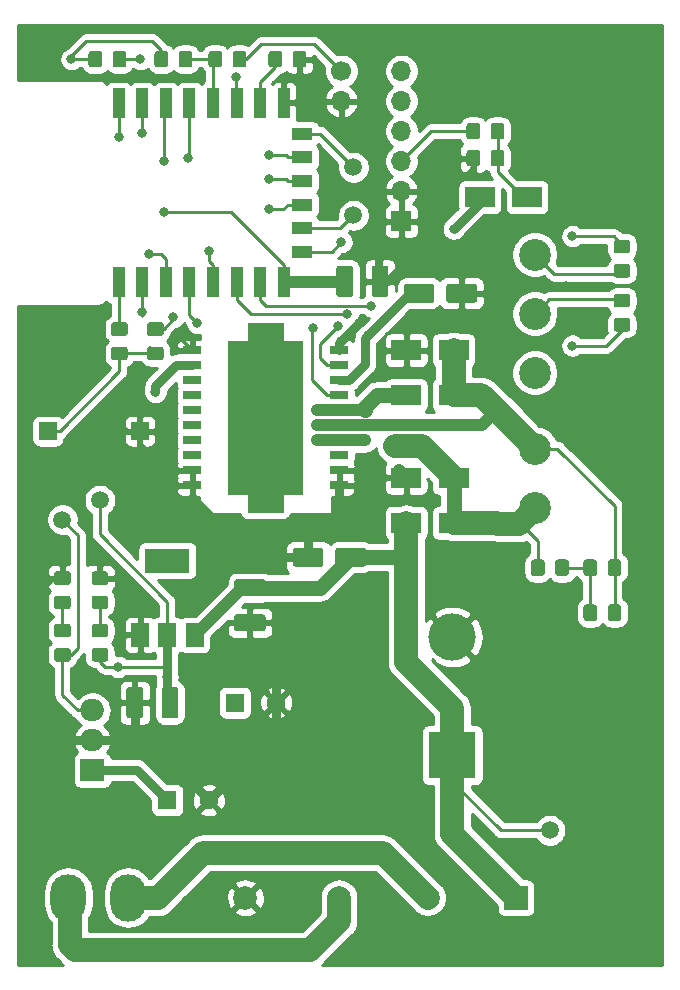
<source format=gbr>
G04 #@! TF.GenerationSoftware,KiCad,Pcbnew,(5.1.5)-3*
G04 #@! TF.CreationDate,2021-02-28T20:58:20+01:00*
G04 #@! TF.ProjectId,ATtimer,41547469-6d65-4722-9e6b-696361645f70,rev?*
G04 #@! TF.SameCoordinates,Original*
G04 #@! TF.FileFunction,Copper,L1,Top*
G04 #@! TF.FilePolarity,Positive*
%FSLAX46Y46*%
G04 Gerber Fmt 4.6, Leading zero omitted, Abs format (unit mm)*
G04 Created by KiCad (PCBNEW (5.1.5)-3) date 2021-02-28 20:58:20*
%MOMM*%
%LPD*%
G04 APERTURE LIST*
%ADD10C,0.100000*%
%ADD11C,1.500000*%
%ADD12O,3.000000X4.000000*%
%ADD13R,1.500000X1.500000*%
%ADD14R,1.000000X2.500000*%
%ADD15R,1.800000X1.000000*%
%ADD16O,1.700000X1.700000*%
%ADD17C,1.700000*%
%ADD18C,2.700000*%
%ADD19C,1.600000*%
%ADD20R,1.600000X1.600000*%
%ADD21O,2.000000X1.905000*%
%ADD22R,2.000000X1.905000*%
%ADD23C,4.000000*%
%ADD24R,4.000000X4.000000*%
%ADD25R,2.000000X2.000000*%
%ADD26C,2.000000*%
%ADD27R,1.500000X2.000000*%
%ADD28R,3.800000X2.000000*%
%ADD29R,1.500000X0.700000*%
%ADD30R,1.700000X1.700000*%
%ADD31R,2.500000X1.800000*%
%ADD32C,0.500000*%
%ADD33C,0.800000*%
%ADD34C,0.750000*%
%ADD35C,0.250000*%
%ADD36C,1.000000*%
%ADD37C,2.000000*%
%ADD38C,1.250000*%
%ADD39C,0.254000*%
G04 APERTURE END LIST*
D10*
G36*
X55054500Y-97282000D02*
G01*
X53403500Y-97282000D01*
X53403500Y-84328000D01*
X55054500Y-84328000D01*
X55054500Y-82804000D01*
X56451500Y-82804000D01*
X58039000Y-82804000D01*
X58039000Y-84328000D01*
X59626500Y-84328000D01*
X59626500Y-97282000D01*
X58039000Y-97282000D01*
X58039000Y-98806000D01*
X55054500Y-98806000D01*
X55054500Y-97282000D01*
G37*
X55054500Y-97282000D02*
X53403500Y-97282000D01*
X53403500Y-84328000D01*
X55054500Y-84328000D01*
X55054500Y-82804000D01*
X56451500Y-82804000D01*
X58039000Y-82804000D01*
X58039000Y-84328000D01*
X59626500Y-84328000D01*
X59626500Y-97282000D01*
X58039000Y-97282000D01*
X58039000Y-98806000D01*
X55054500Y-98806000D01*
X55054500Y-97282000D01*
D11*
X42545000Y-97790000D03*
X39370000Y-99441000D03*
X80645000Y-125730000D03*
D12*
X44958000Y-131445000D03*
X39878000Y-131445000D03*
G04 #@! TA.AperFunction,SMDPad,CuDef*
D10*
G36*
X87215505Y-77794204D02*
G01*
X87239773Y-77797804D01*
X87263572Y-77803765D01*
X87286671Y-77812030D01*
X87308850Y-77822520D01*
X87329893Y-77835132D01*
X87349599Y-77849747D01*
X87367777Y-77866223D01*
X87384253Y-77884401D01*
X87398868Y-77904107D01*
X87411480Y-77925150D01*
X87421970Y-77947329D01*
X87430235Y-77970428D01*
X87436196Y-77994227D01*
X87439796Y-78018495D01*
X87441000Y-78042999D01*
X87441000Y-78693001D01*
X87439796Y-78717505D01*
X87436196Y-78741773D01*
X87430235Y-78765572D01*
X87421970Y-78788671D01*
X87411480Y-78810850D01*
X87398868Y-78831893D01*
X87384253Y-78851599D01*
X87367777Y-78869777D01*
X87349599Y-78886253D01*
X87329893Y-78900868D01*
X87308850Y-78913480D01*
X87286671Y-78923970D01*
X87263572Y-78932235D01*
X87239773Y-78938196D01*
X87215505Y-78941796D01*
X87191001Y-78943000D01*
X86290999Y-78943000D01*
X86266495Y-78941796D01*
X86242227Y-78938196D01*
X86218428Y-78932235D01*
X86195329Y-78923970D01*
X86173150Y-78913480D01*
X86152107Y-78900868D01*
X86132401Y-78886253D01*
X86114223Y-78869777D01*
X86097747Y-78851599D01*
X86083132Y-78831893D01*
X86070520Y-78810850D01*
X86060030Y-78788671D01*
X86051765Y-78765572D01*
X86045804Y-78741773D01*
X86042204Y-78717505D01*
X86041000Y-78693001D01*
X86041000Y-78042999D01*
X86042204Y-78018495D01*
X86045804Y-77994227D01*
X86051765Y-77970428D01*
X86060030Y-77947329D01*
X86070520Y-77925150D01*
X86083132Y-77904107D01*
X86097747Y-77884401D01*
X86114223Y-77866223D01*
X86132401Y-77849747D01*
X86152107Y-77835132D01*
X86173150Y-77822520D01*
X86195329Y-77812030D01*
X86218428Y-77803765D01*
X86242227Y-77797804D01*
X86266495Y-77794204D01*
X86290999Y-77793000D01*
X87191001Y-77793000D01*
X87215505Y-77794204D01*
G37*
G04 #@! TD.AperFunction*
G04 #@! TA.AperFunction,SMDPad,CuDef*
G36*
X87215505Y-75744204D02*
G01*
X87239773Y-75747804D01*
X87263572Y-75753765D01*
X87286671Y-75762030D01*
X87308850Y-75772520D01*
X87329893Y-75785132D01*
X87349599Y-75799747D01*
X87367777Y-75816223D01*
X87384253Y-75834401D01*
X87398868Y-75854107D01*
X87411480Y-75875150D01*
X87421970Y-75897329D01*
X87430235Y-75920428D01*
X87436196Y-75944227D01*
X87439796Y-75968495D01*
X87441000Y-75992999D01*
X87441000Y-76643001D01*
X87439796Y-76667505D01*
X87436196Y-76691773D01*
X87430235Y-76715572D01*
X87421970Y-76738671D01*
X87411480Y-76760850D01*
X87398868Y-76781893D01*
X87384253Y-76801599D01*
X87367777Y-76819777D01*
X87349599Y-76836253D01*
X87329893Y-76850868D01*
X87308850Y-76863480D01*
X87286671Y-76873970D01*
X87263572Y-76882235D01*
X87239773Y-76888196D01*
X87215505Y-76891796D01*
X87191001Y-76893000D01*
X86290999Y-76893000D01*
X86266495Y-76891796D01*
X86242227Y-76888196D01*
X86218428Y-76882235D01*
X86195329Y-76873970D01*
X86173150Y-76863480D01*
X86152107Y-76850868D01*
X86132401Y-76836253D01*
X86114223Y-76819777D01*
X86097747Y-76801599D01*
X86083132Y-76781893D01*
X86070520Y-76760850D01*
X86060030Y-76738671D01*
X86051765Y-76715572D01*
X86045804Y-76691773D01*
X86042204Y-76667505D01*
X86041000Y-76643001D01*
X86041000Y-75992999D01*
X86042204Y-75968495D01*
X86045804Y-75944227D01*
X86051765Y-75920428D01*
X86060030Y-75897329D01*
X86070520Y-75875150D01*
X86083132Y-75854107D01*
X86097747Y-75834401D01*
X86114223Y-75816223D01*
X86132401Y-75799747D01*
X86152107Y-75785132D01*
X86173150Y-75772520D01*
X86195329Y-75762030D01*
X86218428Y-75753765D01*
X86242227Y-75747804D01*
X86266495Y-75744204D01*
X86290999Y-75743000D01*
X87191001Y-75743000D01*
X87215505Y-75744204D01*
G37*
G04 #@! TD.AperFunction*
G04 #@! TA.AperFunction,SMDPad,CuDef*
G36*
X87215505Y-80316204D02*
G01*
X87239773Y-80319804D01*
X87263572Y-80325765D01*
X87286671Y-80334030D01*
X87308850Y-80344520D01*
X87329893Y-80357132D01*
X87349599Y-80371747D01*
X87367777Y-80388223D01*
X87384253Y-80406401D01*
X87398868Y-80426107D01*
X87411480Y-80447150D01*
X87421970Y-80469329D01*
X87430235Y-80492428D01*
X87436196Y-80516227D01*
X87439796Y-80540495D01*
X87441000Y-80564999D01*
X87441000Y-81215001D01*
X87439796Y-81239505D01*
X87436196Y-81263773D01*
X87430235Y-81287572D01*
X87421970Y-81310671D01*
X87411480Y-81332850D01*
X87398868Y-81353893D01*
X87384253Y-81373599D01*
X87367777Y-81391777D01*
X87349599Y-81408253D01*
X87329893Y-81422868D01*
X87308850Y-81435480D01*
X87286671Y-81445970D01*
X87263572Y-81454235D01*
X87239773Y-81460196D01*
X87215505Y-81463796D01*
X87191001Y-81465000D01*
X86290999Y-81465000D01*
X86266495Y-81463796D01*
X86242227Y-81460196D01*
X86218428Y-81454235D01*
X86195329Y-81445970D01*
X86173150Y-81435480D01*
X86152107Y-81422868D01*
X86132401Y-81408253D01*
X86114223Y-81391777D01*
X86097747Y-81373599D01*
X86083132Y-81353893D01*
X86070520Y-81332850D01*
X86060030Y-81310671D01*
X86051765Y-81287572D01*
X86045804Y-81263773D01*
X86042204Y-81239505D01*
X86041000Y-81215001D01*
X86041000Y-80564999D01*
X86042204Y-80540495D01*
X86045804Y-80516227D01*
X86051765Y-80492428D01*
X86060030Y-80469329D01*
X86070520Y-80447150D01*
X86083132Y-80426107D01*
X86097747Y-80406401D01*
X86114223Y-80388223D01*
X86132401Y-80371747D01*
X86152107Y-80357132D01*
X86173150Y-80344520D01*
X86195329Y-80334030D01*
X86218428Y-80325765D01*
X86242227Y-80319804D01*
X86266495Y-80316204D01*
X86290999Y-80315000D01*
X87191001Y-80315000D01*
X87215505Y-80316204D01*
G37*
G04 #@! TD.AperFunction*
G04 #@! TA.AperFunction,SMDPad,CuDef*
G36*
X87215505Y-82366204D02*
G01*
X87239773Y-82369804D01*
X87263572Y-82375765D01*
X87286671Y-82384030D01*
X87308850Y-82394520D01*
X87329893Y-82407132D01*
X87349599Y-82421747D01*
X87367777Y-82438223D01*
X87384253Y-82456401D01*
X87398868Y-82476107D01*
X87411480Y-82497150D01*
X87421970Y-82519329D01*
X87430235Y-82542428D01*
X87436196Y-82566227D01*
X87439796Y-82590495D01*
X87441000Y-82614999D01*
X87441000Y-83265001D01*
X87439796Y-83289505D01*
X87436196Y-83313773D01*
X87430235Y-83337572D01*
X87421970Y-83360671D01*
X87411480Y-83382850D01*
X87398868Y-83403893D01*
X87384253Y-83423599D01*
X87367777Y-83441777D01*
X87349599Y-83458253D01*
X87329893Y-83472868D01*
X87308850Y-83485480D01*
X87286671Y-83495970D01*
X87263572Y-83504235D01*
X87239773Y-83510196D01*
X87215505Y-83513796D01*
X87191001Y-83515000D01*
X86290999Y-83515000D01*
X86266495Y-83513796D01*
X86242227Y-83510196D01*
X86218428Y-83504235D01*
X86195329Y-83495970D01*
X86173150Y-83485480D01*
X86152107Y-83472868D01*
X86132401Y-83458253D01*
X86114223Y-83441777D01*
X86097747Y-83423599D01*
X86083132Y-83403893D01*
X86070520Y-83382850D01*
X86060030Y-83360671D01*
X86051765Y-83337572D01*
X86045804Y-83313773D01*
X86042204Y-83289505D01*
X86041000Y-83265001D01*
X86041000Y-82614999D01*
X86042204Y-82590495D01*
X86045804Y-82566227D01*
X86051765Y-82542428D01*
X86060030Y-82519329D01*
X86070520Y-82497150D01*
X86083132Y-82476107D01*
X86097747Y-82456401D01*
X86114223Y-82438223D01*
X86132401Y-82421747D01*
X86152107Y-82407132D01*
X86173150Y-82394520D01*
X86195329Y-82384030D01*
X86218428Y-82375765D01*
X86242227Y-82369804D01*
X86266495Y-82366204D01*
X86290999Y-82365000D01*
X87191001Y-82365000D01*
X87215505Y-82366204D01*
G37*
G04 #@! TD.AperFunction*
D13*
X38137000Y-91948000D03*
X45937000Y-91948000D03*
D14*
X44125000Y-64155000D03*
X46125000Y-64155000D03*
X48125000Y-64155000D03*
X50125000Y-64155000D03*
X52125000Y-64155000D03*
X54125000Y-64155000D03*
X56125000Y-64155000D03*
X58125000Y-64155000D03*
D15*
X59625000Y-66755000D03*
X59625000Y-68755000D03*
X59625000Y-70755000D03*
X59625000Y-72755000D03*
X59625000Y-74755000D03*
X59625000Y-76755000D03*
D14*
X58125000Y-79355000D03*
X56125000Y-79355000D03*
X54125000Y-79355000D03*
X52125000Y-79355000D03*
X50125000Y-79355000D03*
X48125000Y-79355000D03*
X46125000Y-79355000D03*
X44125000Y-79355000D03*
D16*
X62992000Y-64008000D03*
D17*
X62992000Y-61468000D03*
D18*
X79375000Y-76995000D03*
X79375000Y-81995000D03*
X79375000Y-86995000D03*
D19*
X51760000Y-123190000D03*
D20*
X48260000Y-123190000D03*
D19*
X57475000Y-114935000D03*
D20*
X53975000Y-114935000D03*
D21*
X41910000Y-115570000D03*
X41910000Y-118110000D03*
D22*
X41910000Y-120650000D03*
D23*
X72390000Y-109380000D03*
D24*
X72390000Y-119380000D03*
D25*
X77787500Y-131445000D03*
D26*
X62787500Y-131445000D03*
X70294500Y-131445000D03*
X54864000Y-131445000D03*
D27*
X45960000Y-109195000D03*
X50560000Y-109195000D03*
X48260000Y-109195000D03*
D28*
X48260000Y-102895000D03*
D29*
X62801500Y-85090000D03*
X50355500Y-85090000D03*
X62801500Y-86360000D03*
X50355500Y-86360000D03*
X62801500Y-87630000D03*
X50355500Y-87630000D03*
X62801500Y-88900000D03*
X50355500Y-88900000D03*
X62801500Y-90170000D03*
X50355500Y-90170000D03*
X62801500Y-91440000D03*
X50355500Y-91440000D03*
X62801500Y-92710000D03*
X50355500Y-92710000D03*
X50355500Y-93980000D03*
X62801500Y-93980000D03*
X50355500Y-95250000D03*
X62801500Y-95250000D03*
X50355500Y-96520000D03*
X62801500Y-96520000D03*
D11*
X64008000Y-69596000D03*
X64008000Y-73660000D03*
G04 #@! TA.AperFunction,SMDPad,CuDef*
D10*
G36*
X82019505Y-102806204D02*
G01*
X82043773Y-102809804D01*
X82067572Y-102815765D01*
X82090671Y-102824030D01*
X82112850Y-102834520D01*
X82133893Y-102847132D01*
X82153599Y-102861747D01*
X82171777Y-102878223D01*
X82188253Y-102896401D01*
X82202868Y-102916107D01*
X82215480Y-102937150D01*
X82225970Y-102959329D01*
X82234235Y-102982428D01*
X82240196Y-103006227D01*
X82243796Y-103030495D01*
X82245000Y-103054999D01*
X82245000Y-103955001D01*
X82243796Y-103979505D01*
X82240196Y-104003773D01*
X82234235Y-104027572D01*
X82225970Y-104050671D01*
X82215480Y-104072850D01*
X82202868Y-104093893D01*
X82188253Y-104113599D01*
X82171777Y-104131777D01*
X82153599Y-104148253D01*
X82133893Y-104162868D01*
X82112850Y-104175480D01*
X82090671Y-104185970D01*
X82067572Y-104194235D01*
X82043773Y-104200196D01*
X82019505Y-104203796D01*
X81995001Y-104205000D01*
X81344999Y-104205000D01*
X81320495Y-104203796D01*
X81296227Y-104200196D01*
X81272428Y-104194235D01*
X81249329Y-104185970D01*
X81227150Y-104175480D01*
X81206107Y-104162868D01*
X81186401Y-104148253D01*
X81168223Y-104131777D01*
X81151747Y-104113599D01*
X81137132Y-104093893D01*
X81124520Y-104072850D01*
X81114030Y-104050671D01*
X81105765Y-104027572D01*
X81099804Y-104003773D01*
X81096204Y-103979505D01*
X81095000Y-103955001D01*
X81095000Y-103054999D01*
X81096204Y-103030495D01*
X81099804Y-103006227D01*
X81105765Y-102982428D01*
X81114030Y-102959329D01*
X81124520Y-102937150D01*
X81137132Y-102916107D01*
X81151747Y-102896401D01*
X81168223Y-102878223D01*
X81186401Y-102861747D01*
X81206107Y-102847132D01*
X81227150Y-102834520D01*
X81249329Y-102824030D01*
X81272428Y-102815765D01*
X81296227Y-102809804D01*
X81320495Y-102806204D01*
X81344999Y-102805000D01*
X81995001Y-102805000D01*
X82019505Y-102806204D01*
G37*
G04 #@! TD.AperFunction*
G04 #@! TA.AperFunction,SMDPad,CuDef*
G36*
X79969505Y-102806204D02*
G01*
X79993773Y-102809804D01*
X80017572Y-102815765D01*
X80040671Y-102824030D01*
X80062850Y-102834520D01*
X80083893Y-102847132D01*
X80103599Y-102861747D01*
X80121777Y-102878223D01*
X80138253Y-102896401D01*
X80152868Y-102916107D01*
X80165480Y-102937150D01*
X80175970Y-102959329D01*
X80184235Y-102982428D01*
X80190196Y-103006227D01*
X80193796Y-103030495D01*
X80195000Y-103054999D01*
X80195000Y-103955001D01*
X80193796Y-103979505D01*
X80190196Y-104003773D01*
X80184235Y-104027572D01*
X80175970Y-104050671D01*
X80165480Y-104072850D01*
X80152868Y-104093893D01*
X80138253Y-104113599D01*
X80121777Y-104131777D01*
X80103599Y-104148253D01*
X80083893Y-104162868D01*
X80062850Y-104175480D01*
X80040671Y-104185970D01*
X80017572Y-104194235D01*
X79993773Y-104200196D01*
X79969505Y-104203796D01*
X79945001Y-104205000D01*
X79294999Y-104205000D01*
X79270495Y-104203796D01*
X79246227Y-104200196D01*
X79222428Y-104194235D01*
X79199329Y-104185970D01*
X79177150Y-104175480D01*
X79156107Y-104162868D01*
X79136401Y-104148253D01*
X79118223Y-104131777D01*
X79101747Y-104113599D01*
X79087132Y-104093893D01*
X79074520Y-104072850D01*
X79064030Y-104050671D01*
X79055765Y-104027572D01*
X79049804Y-104003773D01*
X79046204Y-103979505D01*
X79045000Y-103955001D01*
X79045000Y-103054999D01*
X79046204Y-103030495D01*
X79049804Y-103006227D01*
X79055765Y-102982428D01*
X79064030Y-102959329D01*
X79074520Y-102937150D01*
X79087132Y-102916107D01*
X79101747Y-102896401D01*
X79118223Y-102878223D01*
X79136401Y-102861747D01*
X79156107Y-102847132D01*
X79177150Y-102834520D01*
X79199329Y-102824030D01*
X79222428Y-102815765D01*
X79246227Y-102809804D01*
X79270495Y-102806204D01*
X79294999Y-102805000D01*
X79945001Y-102805000D01*
X79969505Y-102806204D01*
G37*
G04 #@! TD.AperFunction*
G04 #@! TA.AperFunction,SMDPad,CuDef*
G36*
X43019505Y-108256204D02*
G01*
X43043773Y-108259804D01*
X43067572Y-108265765D01*
X43090671Y-108274030D01*
X43112850Y-108284520D01*
X43133893Y-108297132D01*
X43153599Y-108311747D01*
X43171777Y-108328223D01*
X43188253Y-108346401D01*
X43202868Y-108366107D01*
X43215480Y-108387150D01*
X43225970Y-108409329D01*
X43234235Y-108432428D01*
X43240196Y-108456227D01*
X43243796Y-108480495D01*
X43245000Y-108504999D01*
X43245000Y-109155001D01*
X43243796Y-109179505D01*
X43240196Y-109203773D01*
X43234235Y-109227572D01*
X43225970Y-109250671D01*
X43215480Y-109272850D01*
X43202868Y-109293893D01*
X43188253Y-109313599D01*
X43171777Y-109331777D01*
X43153599Y-109348253D01*
X43133893Y-109362868D01*
X43112850Y-109375480D01*
X43090671Y-109385970D01*
X43067572Y-109394235D01*
X43043773Y-109400196D01*
X43019505Y-109403796D01*
X42995001Y-109405000D01*
X42094999Y-109405000D01*
X42070495Y-109403796D01*
X42046227Y-109400196D01*
X42022428Y-109394235D01*
X41999329Y-109385970D01*
X41977150Y-109375480D01*
X41956107Y-109362868D01*
X41936401Y-109348253D01*
X41918223Y-109331777D01*
X41901747Y-109313599D01*
X41887132Y-109293893D01*
X41874520Y-109272850D01*
X41864030Y-109250671D01*
X41855765Y-109227572D01*
X41849804Y-109203773D01*
X41846204Y-109179505D01*
X41845000Y-109155001D01*
X41845000Y-108504999D01*
X41846204Y-108480495D01*
X41849804Y-108456227D01*
X41855765Y-108432428D01*
X41864030Y-108409329D01*
X41874520Y-108387150D01*
X41887132Y-108366107D01*
X41901747Y-108346401D01*
X41918223Y-108328223D01*
X41936401Y-108311747D01*
X41956107Y-108297132D01*
X41977150Y-108284520D01*
X41999329Y-108274030D01*
X42022428Y-108265765D01*
X42046227Y-108259804D01*
X42070495Y-108256204D01*
X42094999Y-108255000D01*
X42995001Y-108255000D01*
X43019505Y-108256204D01*
G37*
G04 #@! TD.AperFunction*
G04 #@! TA.AperFunction,SMDPad,CuDef*
G36*
X43019505Y-110306204D02*
G01*
X43043773Y-110309804D01*
X43067572Y-110315765D01*
X43090671Y-110324030D01*
X43112850Y-110334520D01*
X43133893Y-110347132D01*
X43153599Y-110361747D01*
X43171777Y-110378223D01*
X43188253Y-110396401D01*
X43202868Y-110416107D01*
X43215480Y-110437150D01*
X43225970Y-110459329D01*
X43234235Y-110482428D01*
X43240196Y-110506227D01*
X43243796Y-110530495D01*
X43245000Y-110554999D01*
X43245000Y-111205001D01*
X43243796Y-111229505D01*
X43240196Y-111253773D01*
X43234235Y-111277572D01*
X43225970Y-111300671D01*
X43215480Y-111322850D01*
X43202868Y-111343893D01*
X43188253Y-111363599D01*
X43171777Y-111381777D01*
X43153599Y-111398253D01*
X43133893Y-111412868D01*
X43112850Y-111425480D01*
X43090671Y-111435970D01*
X43067572Y-111444235D01*
X43043773Y-111450196D01*
X43019505Y-111453796D01*
X42995001Y-111455000D01*
X42094999Y-111455000D01*
X42070495Y-111453796D01*
X42046227Y-111450196D01*
X42022428Y-111444235D01*
X41999329Y-111435970D01*
X41977150Y-111425480D01*
X41956107Y-111412868D01*
X41936401Y-111398253D01*
X41918223Y-111381777D01*
X41901747Y-111363599D01*
X41887132Y-111343893D01*
X41874520Y-111322850D01*
X41864030Y-111300671D01*
X41855765Y-111277572D01*
X41849804Y-111253773D01*
X41846204Y-111229505D01*
X41845000Y-111205001D01*
X41845000Y-110554999D01*
X41846204Y-110530495D01*
X41849804Y-110506227D01*
X41855765Y-110482428D01*
X41864030Y-110459329D01*
X41874520Y-110437150D01*
X41887132Y-110416107D01*
X41901747Y-110396401D01*
X41918223Y-110378223D01*
X41936401Y-110361747D01*
X41956107Y-110347132D01*
X41977150Y-110334520D01*
X41999329Y-110324030D01*
X42022428Y-110315765D01*
X42046227Y-110309804D01*
X42070495Y-110306204D01*
X42094999Y-110305000D01*
X42995001Y-110305000D01*
X43019505Y-110306204D01*
G37*
G04 #@! TD.AperFunction*
G04 #@! TA.AperFunction,SMDPad,CuDef*
G36*
X54714505Y-59753204D02*
G01*
X54738773Y-59756804D01*
X54762572Y-59762765D01*
X54785671Y-59771030D01*
X54807850Y-59781520D01*
X54828893Y-59794132D01*
X54848599Y-59808747D01*
X54866777Y-59825223D01*
X54883253Y-59843401D01*
X54897868Y-59863107D01*
X54910480Y-59884150D01*
X54920970Y-59906329D01*
X54929235Y-59929428D01*
X54935196Y-59953227D01*
X54938796Y-59977495D01*
X54940000Y-60001999D01*
X54940000Y-60902001D01*
X54938796Y-60926505D01*
X54935196Y-60950773D01*
X54929235Y-60974572D01*
X54920970Y-60997671D01*
X54910480Y-61019850D01*
X54897868Y-61040893D01*
X54883253Y-61060599D01*
X54866777Y-61078777D01*
X54848599Y-61095253D01*
X54828893Y-61109868D01*
X54807850Y-61122480D01*
X54785671Y-61132970D01*
X54762572Y-61141235D01*
X54738773Y-61147196D01*
X54714505Y-61150796D01*
X54690001Y-61152000D01*
X54039999Y-61152000D01*
X54015495Y-61150796D01*
X53991227Y-61147196D01*
X53967428Y-61141235D01*
X53944329Y-61132970D01*
X53922150Y-61122480D01*
X53901107Y-61109868D01*
X53881401Y-61095253D01*
X53863223Y-61078777D01*
X53846747Y-61060599D01*
X53832132Y-61040893D01*
X53819520Y-61019850D01*
X53809030Y-60997671D01*
X53800765Y-60974572D01*
X53794804Y-60950773D01*
X53791204Y-60926505D01*
X53790000Y-60902001D01*
X53790000Y-60001999D01*
X53791204Y-59977495D01*
X53794804Y-59953227D01*
X53800765Y-59929428D01*
X53809030Y-59906329D01*
X53819520Y-59884150D01*
X53832132Y-59863107D01*
X53846747Y-59843401D01*
X53863223Y-59825223D01*
X53881401Y-59808747D01*
X53901107Y-59794132D01*
X53922150Y-59781520D01*
X53944329Y-59771030D01*
X53967428Y-59762765D01*
X53991227Y-59756804D01*
X54015495Y-59753204D01*
X54039999Y-59752000D01*
X54690001Y-59752000D01*
X54714505Y-59753204D01*
G37*
G04 #@! TD.AperFunction*
G04 #@! TA.AperFunction,SMDPad,CuDef*
G36*
X52664505Y-59753204D02*
G01*
X52688773Y-59756804D01*
X52712572Y-59762765D01*
X52735671Y-59771030D01*
X52757850Y-59781520D01*
X52778893Y-59794132D01*
X52798599Y-59808747D01*
X52816777Y-59825223D01*
X52833253Y-59843401D01*
X52847868Y-59863107D01*
X52860480Y-59884150D01*
X52870970Y-59906329D01*
X52879235Y-59929428D01*
X52885196Y-59953227D01*
X52888796Y-59977495D01*
X52890000Y-60001999D01*
X52890000Y-60902001D01*
X52888796Y-60926505D01*
X52885196Y-60950773D01*
X52879235Y-60974572D01*
X52870970Y-60997671D01*
X52860480Y-61019850D01*
X52847868Y-61040893D01*
X52833253Y-61060599D01*
X52816777Y-61078777D01*
X52798599Y-61095253D01*
X52778893Y-61109868D01*
X52757850Y-61122480D01*
X52735671Y-61132970D01*
X52712572Y-61141235D01*
X52688773Y-61147196D01*
X52664505Y-61150796D01*
X52640001Y-61152000D01*
X51989999Y-61152000D01*
X51965495Y-61150796D01*
X51941227Y-61147196D01*
X51917428Y-61141235D01*
X51894329Y-61132970D01*
X51872150Y-61122480D01*
X51851107Y-61109868D01*
X51831401Y-61095253D01*
X51813223Y-61078777D01*
X51796747Y-61060599D01*
X51782132Y-61040893D01*
X51769520Y-61019850D01*
X51759030Y-60997671D01*
X51750765Y-60974572D01*
X51744804Y-60950773D01*
X51741204Y-60926505D01*
X51740000Y-60902001D01*
X51740000Y-60001999D01*
X51741204Y-59977495D01*
X51744804Y-59953227D01*
X51750765Y-59929428D01*
X51759030Y-59906329D01*
X51769520Y-59884150D01*
X51782132Y-59863107D01*
X51796747Y-59843401D01*
X51813223Y-59825223D01*
X51831401Y-59808747D01*
X51851107Y-59794132D01*
X51872150Y-59781520D01*
X51894329Y-59771030D01*
X51917428Y-59762765D01*
X51941227Y-59756804D01*
X51965495Y-59753204D01*
X51989999Y-59752000D01*
X52640001Y-59752000D01*
X52664505Y-59753204D01*
G37*
G04 #@! TD.AperFunction*
G04 #@! TA.AperFunction,SMDPad,CuDef*
G36*
X47718505Y-84779204D02*
G01*
X47742773Y-84782804D01*
X47766572Y-84788765D01*
X47789671Y-84797030D01*
X47811850Y-84807520D01*
X47832893Y-84820132D01*
X47852599Y-84834747D01*
X47870777Y-84851223D01*
X47887253Y-84869401D01*
X47901868Y-84889107D01*
X47914480Y-84910150D01*
X47924970Y-84932329D01*
X47933235Y-84955428D01*
X47939196Y-84979227D01*
X47942796Y-85003495D01*
X47944000Y-85027999D01*
X47944000Y-85678001D01*
X47942796Y-85702505D01*
X47939196Y-85726773D01*
X47933235Y-85750572D01*
X47924970Y-85773671D01*
X47914480Y-85795850D01*
X47901868Y-85816893D01*
X47887253Y-85836599D01*
X47870777Y-85854777D01*
X47852599Y-85871253D01*
X47832893Y-85885868D01*
X47811850Y-85898480D01*
X47789671Y-85908970D01*
X47766572Y-85917235D01*
X47742773Y-85923196D01*
X47718505Y-85926796D01*
X47694001Y-85928000D01*
X46793999Y-85928000D01*
X46769495Y-85926796D01*
X46745227Y-85923196D01*
X46721428Y-85917235D01*
X46698329Y-85908970D01*
X46676150Y-85898480D01*
X46655107Y-85885868D01*
X46635401Y-85871253D01*
X46617223Y-85854777D01*
X46600747Y-85836599D01*
X46586132Y-85816893D01*
X46573520Y-85795850D01*
X46563030Y-85773671D01*
X46554765Y-85750572D01*
X46548804Y-85726773D01*
X46545204Y-85702505D01*
X46544000Y-85678001D01*
X46544000Y-85027999D01*
X46545204Y-85003495D01*
X46548804Y-84979227D01*
X46554765Y-84955428D01*
X46563030Y-84932329D01*
X46573520Y-84910150D01*
X46586132Y-84889107D01*
X46600747Y-84869401D01*
X46617223Y-84851223D01*
X46635401Y-84834747D01*
X46655107Y-84820132D01*
X46676150Y-84807520D01*
X46698329Y-84797030D01*
X46721428Y-84788765D01*
X46745227Y-84782804D01*
X46769495Y-84779204D01*
X46793999Y-84778000D01*
X47694001Y-84778000D01*
X47718505Y-84779204D01*
G37*
G04 #@! TD.AperFunction*
G04 #@! TA.AperFunction,SMDPad,CuDef*
G36*
X47718505Y-82729204D02*
G01*
X47742773Y-82732804D01*
X47766572Y-82738765D01*
X47789671Y-82747030D01*
X47811850Y-82757520D01*
X47832893Y-82770132D01*
X47852599Y-82784747D01*
X47870777Y-82801223D01*
X47887253Y-82819401D01*
X47901868Y-82839107D01*
X47914480Y-82860150D01*
X47924970Y-82882329D01*
X47933235Y-82905428D01*
X47939196Y-82929227D01*
X47942796Y-82953495D01*
X47944000Y-82977999D01*
X47944000Y-83628001D01*
X47942796Y-83652505D01*
X47939196Y-83676773D01*
X47933235Y-83700572D01*
X47924970Y-83723671D01*
X47914480Y-83745850D01*
X47901868Y-83766893D01*
X47887253Y-83786599D01*
X47870777Y-83804777D01*
X47852599Y-83821253D01*
X47832893Y-83835868D01*
X47811850Y-83848480D01*
X47789671Y-83858970D01*
X47766572Y-83867235D01*
X47742773Y-83873196D01*
X47718505Y-83876796D01*
X47694001Y-83878000D01*
X46793999Y-83878000D01*
X46769495Y-83876796D01*
X46745227Y-83873196D01*
X46721428Y-83867235D01*
X46698329Y-83858970D01*
X46676150Y-83848480D01*
X46655107Y-83835868D01*
X46635401Y-83821253D01*
X46617223Y-83804777D01*
X46600747Y-83786599D01*
X46586132Y-83766893D01*
X46573520Y-83745850D01*
X46563030Y-83723671D01*
X46554765Y-83700572D01*
X46548804Y-83676773D01*
X46545204Y-83652505D01*
X46544000Y-83628001D01*
X46544000Y-82977999D01*
X46545204Y-82953495D01*
X46548804Y-82929227D01*
X46554765Y-82905428D01*
X46563030Y-82882329D01*
X46573520Y-82860150D01*
X46586132Y-82839107D01*
X46600747Y-82819401D01*
X46617223Y-82801223D01*
X46635401Y-82784747D01*
X46655107Y-82770132D01*
X46676150Y-82757520D01*
X46698329Y-82747030D01*
X46721428Y-82738765D01*
X46745227Y-82732804D01*
X46769495Y-82729204D01*
X46793999Y-82728000D01*
X47694001Y-82728000D01*
X47718505Y-82729204D01*
G37*
G04 #@! TD.AperFunction*
G04 #@! TA.AperFunction,SMDPad,CuDef*
G36*
X74508505Y-68135204D02*
G01*
X74532773Y-68138804D01*
X74556572Y-68144765D01*
X74579671Y-68153030D01*
X74601850Y-68163520D01*
X74622893Y-68176132D01*
X74642599Y-68190747D01*
X74660777Y-68207223D01*
X74677253Y-68225401D01*
X74691868Y-68245107D01*
X74704480Y-68266150D01*
X74714970Y-68288329D01*
X74723235Y-68311428D01*
X74729196Y-68335227D01*
X74732796Y-68359495D01*
X74734000Y-68383999D01*
X74734000Y-69284001D01*
X74732796Y-69308505D01*
X74729196Y-69332773D01*
X74723235Y-69356572D01*
X74714970Y-69379671D01*
X74704480Y-69401850D01*
X74691868Y-69422893D01*
X74677253Y-69442599D01*
X74660777Y-69460777D01*
X74642599Y-69477253D01*
X74622893Y-69491868D01*
X74601850Y-69504480D01*
X74579671Y-69514970D01*
X74556572Y-69523235D01*
X74532773Y-69529196D01*
X74508505Y-69532796D01*
X74484001Y-69534000D01*
X73833999Y-69534000D01*
X73809495Y-69532796D01*
X73785227Y-69529196D01*
X73761428Y-69523235D01*
X73738329Y-69514970D01*
X73716150Y-69504480D01*
X73695107Y-69491868D01*
X73675401Y-69477253D01*
X73657223Y-69460777D01*
X73640747Y-69442599D01*
X73626132Y-69422893D01*
X73613520Y-69401850D01*
X73603030Y-69379671D01*
X73594765Y-69356572D01*
X73588804Y-69332773D01*
X73585204Y-69308505D01*
X73584000Y-69284001D01*
X73584000Y-68383999D01*
X73585204Y-68359495D01*
X73588804Y-68335227D01*
X73594765Y-68311428D01*
X73603030Y-68288329D01*
X73613520Y-68266150D01*
X73626132Y-68245107D01*
X73640747Y-68225401D01*
X73657223Y-68207223D01*
X73675401Y-68190747D01*
X73695107Y-68176132D01*
X73716150Y-68163520D01*
X73738329Y-68153030D01*
X73761428Y-68144765D01*
X73785227Y-68138804D01*
X73809495Y-68135204D01*
X73833999Y-68134000D01*
X74484001Y-68134000D01*
X74508505Y-68135204D01*
G37*
G04 #@! TD.AperFunction*
G04 #@! TA.AperFunction,SMDPad,CuDef*
G36*
X76558505Y-68135204D02*
G01*
X76582773Y-68138804D01*
X76606572Y-68144765D01*
X76629671Y-68153030D01*
X76651850Y-68163520D01*
X76672893Y-68176132D01*
X76692599Y-68190747D01*
X76710777Y-68207223D01*
X76727253Y-68225401D01*
X76741868Y-68245107D01*
X76754480Y-68266150D01*
X76764970Y-68288329D01*
X76773235Y-68311428D01*
X76779196Y-68335227D01*
X76782796Y-68359495D01*
X76784000Y-68383999D01*
X76784000Y-69284001D01*
X76782796Y-69308505D01*
X76779196Y-69332773D01*
X76773235Y-69356572D01*
X76764970Y-69379671D01*
X76754480Y-69401850D01*
X76741868Y-69422893D01*
X76727253Y-69442599D01*
X76710777Y-69460777D01*
X76692599Y-69477253D01*
X76672893Y-69491868D01*
X76651850Y-69504480D01*
X76629671Y-69514970D01*
X76606572Y-69523235D01*
X76582773Y-69529196D01*
X76558505Y-69532796D01*
X76534001Y-69534000D01*
X75883999Y-69534000D01*
X75859495Y-69532796D01*
X75835227Y-69529196D01*
X75811428Y-69523235D01*
X75788329Y-69514970D01*
X75766150Y-69504480D01*
X75745107Y-69491868D01*
X75725401Y-69477253D01*
X75707223Y-69460777D01*
X75690747Y-69442599D01*
X75676132Y-69422893D01*
X75663520Y-69401850D01*
X75653030Y-69379671D01*
X75644765Y-69356572D01*
X75638804Y-69332773D01*
X75635204Y-69308505D01*
X75634000Y-69284001D01*
X75634000Y-68383999D01*
X75635204Y-68359495D01*
X75638804Y-68335227D01*
X75644765Y-68311428D01*
X75653030Y-68288329D01*
X75663520Y-68266150D01*
X75676132Y-68245107D01*
X75690747Y-68225401D01*
X75707223Y-68207223D01*
X75725401Y-68190747D01*
X75745107Y-68176132D01*
X75766150Y-68163520D01*
X75788329Y-68153030D01*
X75811428Y-68144765D01*
X75835227Y-68138804D01*
X75859495Y-68135204D01*
X75883999Y-68134000D01*
X76534001Y-68134000D01*
X76558505Y-68135204D01*
G37*
G04 #@! TD.AperFunction*
G04 #@! TA.AperFunction,SMDPad,CuDef*
G36*
X76558505Y-65849204D02*
G01*
X76582773Y-65852804D01*
X76606572Y-65858765D01*
X76629671Y-65867030D01*
X76651850Y-65877520D01*
X76672893Y-65890132D01*
X76692599Y-65904747D01*
X76710777Y-65921223D01*
X76727253Y-65939401D01*
X76741868Y-65959107D01*
X76754480Y-65980150D01*
X76764970Y-66002329D01*
X76773235Y-66025428D01*
X76779196Y-66049227D01*
X76782796Y-66073495D01*
X76784000Y-66097999D01*
X76784000Y-66998001D01*
X76782796Y-67022505D01*
X76779196Y-67046773D01*
X76773235Y-67070572D01*
X76764970Y-67093671D01*
X76754480Y-67115850D01*
X76741868Y-67136893D01*
X76727253Y-67156599D01*
X76710777Y-67174777D01*
X76692599Y-67191253D01*
X76672893Y-67205868D01*
X76651850Y-67218480D01*
X76629671Y-67228970D01*
X76606572Y-67237235D01*
X76582773Y-67243196D01*
X76558505Y-67246796D01*
X76534001Y-67248000D01*
X75883999Y-67248000D01*
X75859495Y-67246796D01*
X75835227Y-67243196D01*
X75811428Y-67237235D01*
X75788329Y-67228970D01*
X75766150Y-67218480D01*
X75745107Y-67205868D01*
X75725401Y-67191253D01*
X75707223Y-67174777D01*
X75690747Y-67156599D01*
X75676132Y-67136893D01*
X75663520Y-67115850D01*
X75653030Y-67093671D01*
X75644765Y-67070572D01*
X75638804Y-67046773D01*
X75635204Y-67022505D01*
X75634000Y-66998001D01*
X75634000Y-66097999D01*
X75635204Y-66073495D01*
X75638804Y-66049227D01*
X75644765Y-66025428D01*
X75653030Y-66002329D01*
X75663520Y-65980150D01*
X75676132Y-65959107D01*
X75690747Y-65939401D01*
X75707223Y-65921223D01*
X75725401Y-65904747D01*
X75745107Y-65890132D01*
X75766150Y-65877520D01*
X75788329Y-65867030D01*
X75811428Y-65858765D01*
X75835227Y-65852804D01*
X75859495Y-65849204D01*
X75883999Y-65848000D01*
X76534001Y-65848000D01*
X76558505Y-65849204D01*
G37*
G04 #@! TD.AperFunction*
G04 #@! TA.AperFunction,SMDPad,CuDef*
G36*
X74508505Y-65849204D02*
G01*
X74532773Y-65852804D01*
X74556572Y-65858765D01*
X74579671Y-65867030D01*
X74601850Y-65877520D01*
X74622893Y-65890132D01*
X74642599Y-65904747D01*
X74660777Y-65921223D01*
X74677253Y-65939401D01*
X74691868Y-65959107D01*
X74704480Y-65980150D01*
X74714970Y-66002329D01*
X74723235Y-66025428D01*
X74729196Y-66049227D01*
X74732796Y-66073495D01*
X74734000Y-66097999D01*
X74734000Y-66998001D01*
X74732796Y-67022505D01*
X74729196Y-67046773D01*
X74723235Y-67070572D01*
X74714970Y-67093671D01*
X74704480Y-67115850D01*
X74691868Y-67136893D01*
X74677253Y-67156599D01*
X74660777Y-67174777D01*
X74642599Y-67191253D01*
X74622893Y-67205868D01*
X74601850Y-67218480D01*
X74579671Y-67228970D01*
X74556572Y-67237235D01*
X74532773Y-67243196D01*
X74508505Y-67246796D01*
X74484001Y-67248000D01*
X73833999Y-67248000D01*
X73809495Y-67246796D01*
X73785227Y-67243196D01*
X73761428Y-67237235D01*
X73738329Y-67228970D01*
X73716150Y-67218480D01*
X73695107Y-67205868D01*
X73675401Y-67191253D01*
X73657223Y-67174777D01*
X73640747Y-67156599D01*
X73626132Y-67136893D01*
X73613520Y-67115850D01*
X73603030Y-67093671D01*
X73594765Y-67070572D01*
X73588804Y-67046773D01*
X73585204Y-67022505D01*
X73584000Y-66998001D01*
X73584000Y-66097999D01*
X73585204Y-66073495D01*
X73588804Y-66049227D01*
X73594765Y-66025428D01*
X73603030Y-66002329D01*
X73613520Y-65980150D01*
X73626132Y-65959107D01*
X73640747Y-65939401D01*
X73657223Y-65921223D01*
X73675401Y-65904747D01*
X73695107Y-65890132D01*
X73716150Y-65877520D01*
X73738329Y-65867030D01*
X73761428Y-65858765D01*
X73785227Y-65852804D01*
X73809495Y-65849204D01*
X73833999Y-65848000D01*
X74484001Y-65848000D01*
X74508505Y-65849204D01*
G37*
G04 #@! TD.AperFunction*
G04 #@! TA.AperFunction,SMDPad,CuDef*
G36*
X57744505Y-59753204D02*
G01*
X57768773Y-59756804D01*
X57792572Y-59762765D01*
X57815671Y-59771030D01*
X57837850Y-59781520D01*
X57858893Y-59794132D01*
X57878599Y-59808747D01*
X57896777Y-59825223D01*
X57913253Y-59843401D01*
X57927868Y-59863107D01*
X57940480Y-59884150D01*
X57950970Y-59906329D01*
X57959235Y-59929428D01*
X57965196Y-59953227D01*
X57968796Y-59977495D01*
X57970000Y-60001999D01*
X57970000Y-60902001D01*
X57968796Y-60926505D01*
X57965196Y-60950773D01*
X57959235Y-60974572D01*
X57950970Y-60997671D01*
X57940480Y-61019850D01*
X57927868Y-61040893D01*
X57913253Y-61060599D01*
X57896777Y-61078777D01*
X57878599Y-61095253D01*
X57858893Y-61109868D01*
X57837850Y-61122480D01*
X57815671Y-61132970D01*
X57792572Y-61141235D01*
X57768773Y-61147196D01*
X57744505Y-61150796D01*
X57720001Y-61152000D01*
X57069999Y-61152000D01*
X57045495Y-61150796D01*
X57021227Y-61147196D01*
X56997428Y-61141235D01*
X56974329Y-61132970D01*
X56952150Y-61122480D01*
X56931107Y-61109868D01*
X56911401Y-61095253D01*
X56893223Y-61078777D01*
X56876747Y-61060599D01*
X56862132Y-61040893D01*
X56849520Y-61019850D01*
X56839030Y-60997671D01*
X56830765Y-60974572D01*
X56824804Y-60950773D01*
X56821204Y-60926505D01*
X56820000Y-60902001D01*
X56820000Y-60001999D01*
X56821204Y-59977495D01*
X56824804Y-59953227D01*
X56830765Y-59929428D01*
X56839030Y-59906329D01*
X56849520Y-59884150D01*
X56862132Y-59863107D01*
X56876747Y-59843401D01*
X56893223Y-59825223D01*
X56911401Y-59808747D01*
X56931107Y-59794132D01*
X56952150Y-59781520D01*
X56974329Y-59771030D01*
X56997428Y-59762765D01*
X57021227Y-59756804D01*
X57045495Y-59753204D01*
X57069999Y-59752000D01*
X57720001Y-59752000D01*
X57744505Y-59753204D01*
G37*
G04 #@! TD.AperFunction*
G04 #@! TA.AperFunction,SMDPad,CuDef*
G36*
X59794505Y-59753204D02*
G01*
X59818773Y-59756804D01*
X59842572Y-59762765D01*
X59865671Y-59771030D01*
X59887850Y-59781520D01*
X59908893Y-59794132D01*
X59928599Y-59808747D01*
X59946777Y-59825223D01*
X59963253Y-59843401D01*
X59977868Y-59863107D01*
X59990480Y-59884150D01*
X60000970Y-59906329D01*
X60009235Y-59929428D01*
X60015196Y-59953227D01*
X60018796Y-59977495D01*
X60020000Y-60001999D01*
X60020000Y-60902001D01*
X60018796Y-60926505D01*
X60015196Y-60950773D01*
X60009235Y-60974572D01*
X60000970Y-60997671D01*
X59990480Y-61019850D01*
X59977868Y-61040893D01*
X59963253Y-61060599D01*
X59946777Y-61078777D01*
X59928599Y-61095253D01*
X59908893Y-61109868D01*
X59887850Y-61122480D01*
X59865671Y-61132970D01*
X59842572Y-61141235D01*
X59818773Y-61147196D01*
X59794505Y-61150796D01*
X59770001Y-61152000D01*
X59119999Y-61152000D01*
X59095495Y-61150796D01*
X59071227Y-61147196D01*
X59047428Y-61141235D01*
X59024329Y-61132970D01*
X59002150Y-61122480D01*
X58981107Y-61109868D01*
X58961401Y-61095253D01*
X58943223Y-61078777D01*
X58926747Y-61060599D01*
X58912132Y-61040893D01*
X58899520Y-61019850D01*
X58889030Y-60997671D01*
X58880765Y-60974572D01*
X58874804Y-60950773D01*
X58871204Y-60926505D01*
X58870000Y-60902001D01*
X58870000Y-60001999D01*
X58871204Y-59977495D01*
X58874804Y-59953227D01*
X58880765Y-59929428D01*
X58889030Y-59906329D01*
X58899520Y-59884150D01*
X58912132Y-59863107D01*
X58926747Y-59843401D01*
X58943223Y-59825223D01*
X58961401Y-59808747D01*
X58981107Y-59794132D01*
X59002150Y-59781520D01*
X59024329Y-59771030D01*
X59047428Y-59762765D01*
X59071227Y-59756804D01*
X59095495Y-59753204D01*
X59119999Y-59752000D01*
X59770001Y-59752000D01*
X59794505Y-59753204D01*
G37*
G04 #@! TD.AperFunction*
G04 #@! TA.AperFunction,SMDPad,CuDef*
G36*
X39844505Y-108256204D02*
G01*
X39868773Y-108259804D01*
X39892572Y-108265765D01*
X39915671Y-108274030D01*
X39937850Y-108284520D01*
X39958893Y-108297132D01*
X39978599Y-108311747D01*
X39996777Y-108328223D01*
X40013253Y-108346401D01*
X40027868Y-108366107D01*
X40040480Y-108387150D01*
X40050970Y-108409329D01*
X40059235Y-108432428D01*
X40065196Y-108456227D01*
X40068796Y-108480495D01*
X40070000Y-108504999D01*
X40070000Y-109155001D01*
X40068796Y-109179505D01*
X40065196Y-109203773D01*
X40059235Y-109227572D01*
X40050970Y-109250671D01*
X40040480Y-109272850D01*
X40027868Y-109293893D01*
X40013253Y-109313599D01*
X39996777Y-109331777D01*
X39978599Y-109348253D01*
X39958893Y-109362868D01*
X39937850Y-109375480D01*
X39915671Y-109385970D01*
X39892572Y-109394235D01*
X39868773Y-109400196D01*
X39844505Y-109403796D01*
X39820001Y-109405000D01*
X38919999Y-109405000D01*
X38895495Y-109403796D01*
X38871227Y-109400196D01*
X38847428Y-109394235D01*
X38824329Y-109385970D01*
X38802150Y-109375480D01*
X38781107Y-109362868D01*
X38761401Y-109348253D01*
X38743223Y-109331777D01*
X38726747Y-109313599D01*
X38712132Y-109293893D01*
X38699520Y-109272850D01*
X38689030Y-109250671D01*
X38680765Y-109227572D01*
X38674804Y-109203773D01*
X38671204Y-109179505D01*
X38670000Y-109155001D01*
X38670000Y-108504999D01*
X38671204Y-108480495D01*
X38674804Y-108456227D01*
X38680765Y-108432428D01*
X38689030Y-108409329D01*
X38699520Y-108387150D01*
X38712132Y-108366107D01*
X38726747Y-108346401D01*
X38743223Y-108328223D01*
X38761401Y-108311747D01*
X38781107Y-108297132D01*
X38802150Y-108284520D01*
X38824329Y-108274030D01*
X38847428Y-108265765D01*
X38871227Y-108259804D01*
X38895495Y-108256204D01*
X38919999Y-108255000D01*
X39820001Y-108255000D01*
X39844505Y-108256204D01*
G37*
G04 #@! TD.AperFunction*
G04 #@! TA.AperFunction,SMDPad,CuDef*
G36*
X39844505Y-110306204D02*
G01*
X39868773Y-110309804D01*
X39892572Y-110315765D01*
X39915671Y-110324030D01*
X39937850Y-110334520D01*
X39958893Y-110347132D01*
X39978599Y-110361747D01*
X39996777Y-110378223D01*
X40013253Y-110396401D01*
X40027868Y-110416107D01*
X40040480Y-110437150D01*
X40050970Y-110459329D01*
X40059235Y-110482428D01*
X40065196Y-110506227D01*
X40068796Y-110530495D01*
X40070000Y-110554999D01*
X40070000Y-111205001D01*
X40068796Y-111229505D01*
X40065196Y-111253773D01*
X40059235Y-111277572D01*
X40050970Y-111300671D01*
X40040480Y-111322850D01*
X40027868Y-111343893D01*
X40013253Y-111363599D01*
X39996777Y-111381777D01*
X39978599Y-111398253D01*
X39958893Y-111412868D01*
X39937850Y-111425480D01*
X39915671Y-111435970D01*
X39892572Y-111444235D01*
X39868773Y-111450196D01*
X39844505Y-111453796D01*
X39820001Y-111455000D01*
X38919999Y-111455000D01*
X38895495Y-111453796D01*
X38871227Y-111450196D01*
X38847428Y-111444235D01*
X38824329Y-111435970D01*
X38802150Y-111425480D01*
X38781107Y-111412868D01*
X38761401Y-111398253D01*
X38743223Y-111381777D01*
X38726747Y-111363599D01*
X38712132Y-111343893D01*
X38699520Y-111322850D01*
X38689030Y-111300671D01*
X38680765Y-111277572D01*
X38674804Y-111253773D01*
X38671204Y-111229505D01*
X38670000Y-111205001D01*
X38670000Y-110554999D01*
X38671204Y-110530495D01*
X38674804Y-110506227D01*
X38680765Y-110482428D01*
X38689030Y-110459329D01*
X38699520Y-110437150D01*
X38712132Y-110416107D01*
X38726747Y-110396401D01*
X38743223Y-110378223D01*
X38761401Y-110361747D01*
X38781107Y-110347132D01*
X38802150Y-110334520D01*
X38824329Y-110324030D01*
X38847428Y-110315765D01*
X38871227Y-110309804D01*
X38895495Y-110306204D01*
X38919999Y-110305000D01*
X39820001Y-110305000D01*
X39844505Y-110306204D01*
G37*
G04 #@! TD.AperFunction*
G04 #@! TA.AperFunction,SMDPad,CuDef*
G36*
X50142505Y-59753204D02*
G01*
X50166773Y-59756804D01*
X50190572Y-59762765D01*
X50213671Y-59771030D01*
X50235850Y-59781520D01*
X50256893Y-59794132D01*
X50276599Y-59808747D01*
X50294777Y-59825223D01*
X50311253Y-59843401D01*
X50325868Y-59863107D01*
X50338480Y-59884150D01*
X50348970Y-59906329D01*
X50357235Y-59929428D01*
X50363196Y-59953227D01*
X50366796Y-59977495D01*
X50368000Y-60001999D01*
X50368000Y-60902001D01*
X50366796Y-60926505D01*
X50363196Y-60950773D01*
X50357235Y-60974572D01*
X50348970Y-60997671D01*
X50338480Y-61019850D01*
X50325868Y-61040893D01*
X50311253Y-61060599D01*
X50294777Y-61078777D01*
X50276599Y-61095253D01*
X50256893Y-61109868D01*
X50235850Y-61122480D01*
X50213671Y-61132970D01*
X50190572Y-61141235D01*
X50166773Y-61147196D01*
X50142505Y-61150796D01*
X50118001Y-61152000D01*
X49467999Y-61152000D01*
X49443495Y-61150796D01*
X49419227Y-61147196D01*
X49395428Y-61141235D01*
X49372329Y-61132970D01*
X49350150Y-61122480D01*
X49329107Y-61109868D01*
X49309401Y-61095253D01*
X49291223Y-61078777D01*
X49274747Y-61060599D01*
X49260132Y-61040893D01*
X49247520Y-61019850D01*
X49237030Y-60997671D01*
X49228765Y-60974572D01*
X49222804Y-60950773D01*
X49219204Y-60926505D01*
X49218000Y-60902001D01*
X49218000Y-60001999D01*
X49219204Y-59977495D01*
X49222804Y-59953227D01*
X49228765Y-59929428D01*
X49237030Y-59906329D01*
X49247520Y-59884150D01*
X49260132Y-59863107D01*
X49274747Y-59843401D01*
X49291223Y-59825223D01*
X49309401Y-59808747D01*
X49329107Y-59794132D01*
X49350150Y-59781520D01*
X49372329Y-59771030D01*
X49395428Y-59762765D01*
X49419227Y-59756804D01*
X49443495Y-59753204D01*
X49467999Y-59752000D01*
X50118001Y-59752000D01*
X50142505Y-59753204D01*
G37*
G04 #@! TD.AperFunction*
G04 #@! TA.AperFunction,SMDPad,CuDef*
G36*
X48092505Y-59753204D02*
G01*
X48116773Y-59756804D01*
X48140572Y-59762765D01*
X48163671Y-59771030D01*
X48185850Y-59781520D01*
X48206893Y-59794132D01*
X48226599Y-59808747D01*
X48244777Y-59825223D01*
X48261253Y-59843401D01*
X48275868Y-59863107D01*
X48288480Y-59884150D01*
X48298970Y-59906329D01*
X48307235Y-59929428D01*
X48313196Y-59953227D01*
X48316796Y-59977495D01*
X48318000Y-60001999D01*
X48318000Y-60902001D01*
X48316796Y-60926505D01*
X48313196Y-60950773D01*
X48307235Y-60974572D01*
X48298970Y-60997671D01*
X48288480Y-61019850D01*
X48275868Y-61040893D01*
X48261253Y-61060599D01*
X48244777Y-61078777D01*
X48226599Y-61095253D01*
X48206893Y-61109868D01*
X48185850Y-61122480D01*
X48163671Y-61132970D01*
X48140572Y-61141235D01*
X48116773Y-61147196D01*
X48092505Y-61150796D01*
X48068001Y-61152000D01*
X47417999Y-61152000D01*
X47393495Y-61150796D01*
X47369227Y-61147196D01*
X47345428Y-61141235D01*
X47322329Y-61132970D01*
X47300150Y-61122480D01*
X47279107Y-61109868D01*
X47259401Y-61095253D01*
X47241223Y-61078777D01*
X47224747Y-61060599D01*
X47210132Y-61040893D01*
X47197520Y-61019850D01*
X47187030Y-60997671D01*
X47178765Y-60974572D01*
X47172804Y-60950773D01*
X47169204Y-60926505D01*
X47168000Y-60902001D01*
X47168000Y-60001999D01*
X47169204Y-59977495D01*
X47172804Y-59953227D01*
X47178765Y-59929428D01*
X47187030Y-59906329D01*
X47197520Y-59884150D01*
X47210132Y-59863107D01*
X47224747Y-59843401D01*
X47241223Y-59825223D01*
X47259401Y-59808747D01*
X47279107Y-59794132D01*
X47300150Y-59781520D01*
X47322329Y-59771030D01*
X47345428Y-59762765D01*
X47369227Y-59756804D01*
X47393495Y-59753204D01*
X47417999Y-59752000D01*
X48068001Y-59752000D01*
X48092505Y-59753204D01*
G37*
G04 #@! TD.AperFunction*
G04 #@! TA.AperFunction,SMDPad,CuDef*
G36*
X42504505Y-59753204D02*
G01*
X42528773Y-59756804D01*
X42552572Y-59762765D01*
X42575671Y-59771030D01*
X42597850Y-59781520D01*
X42618893Y-59794132D01*
X42638599Y-59808747D01*
X42656777Y-59825223D01*
X42673253Y-59843401D01*
X42687868Y-59863107D01*
X42700480Y-59884150D01*
X42710970Y-59906329D01*
X42719235Y-59929428D01*
X42725196Y-59953227D01*
X42728796Y-59977495D01*
X42730000Y-60001999D01*
X42730000Y-60902001D01*
X42728796Y-60926505D01*
X42725196Y-60950773D01*
X42719235Y-60974572D01*
X42710970Y-60997671D01*
X42700480Y-61019850D01*
X42687868Y-61040893D01*
X42673253Y-61060599D01*
X42656777Y-61078777D01*
X42638599Y-61095253D01*
X42618893Y-61109868D01*
X42597850Y-61122480D01*
X42575671Y-61132970D01*
X42552572Y-61141235D01*
X42528773Y-61147196D01*
X42504505Y-61150796D01*
X42480001Y-61152000D01*
X41829999Y-61152000D01*
X41805495Y-61150796D01*
X41781227Y-61147196D01*
X41757428Y-61141235D01*
X41734329Y-61132970D01*
X41712150Y-61122480D01*
X41691107Y-61109868D01*
X41671401Y-61095253D01*
X41653223Y-61078777D01*
X41636747Y-61060599D01*
X41622132Y-61040893D01*
X41609520Y-61019850D01*
X41599030Y-60997671D01*
X41590765Y-60974572D01*
X41584804Y-60950773D01*
X41581204Y-60926505D01*
X41580000Y-60902001D01*
X41580000Y-60001999D01*
X41581204Y-59977495D01*
X41584804Y-59953227D01*
X41590765Y-59929428D01*
X41599030Y-59906329D01*
X41609520Y-59884150D01*
X41622132Y-59863107D01*
X41636747Y-59843401D01*
X41653223Y-59825223D01*
X41671401Y-59808747D01*
X41691107Y-59794132D01*
X41712150Y-59781520D01*
X41734329Y-59771030D01*
X41757428Y-59762765D01*
X41781227Y-59756804D01*
X41805495Y-59753204D01*
X41829999Y-59752000D01*
X42480001Y-59752000D01*
X42504505Y-59753204D01*
G37*
G04 #@! TD.AperFunction*
G04 #@! TA.AperFunction,SMDPad,CuDef*
G36*
X44554505Y-59753204D02*
G01*
X44578773Y-59756804D01*
X44602572Y-59762765D01*
X44625671Y-59771030D01*
X44647850Y-59781520D01*
X44668893Y-59794132D01*
X44688599Y-59808747D01*
X44706777Y-59825223D01*
X44723253Y-59843401D01*
X44737868Y-59863107D01*
X44750480Y-59884150D01*
X44760970Y-59906329D01*
X44769235Y-59929428D01*
X44775196Y-59953227D01*
X44778796Y-59977495D01*
X44780000Y-60001999D01*
X44780000Y-60902001D01*
X44778796Y-60926505D01*
X44775196Y-60950773D01*
X44769235Y-60974572D01*
X44760970Y-60997671D01*
X44750480Y-61019850D01*
X44737868Y-61040893D01*
X44723253Y-61060599D01*
X44706777Y-61078777D01*
X44688599Y-61095253D01*
X44668893Y-61109868D01*
X44647850Y-61122480D01*
X44625671Y-61132970D01*
X44602572Y-61141235D01*
X44578773Y-61147196D01*
X44554505Y-61150796D01*
X44530001Y-61152000D01*
X43879999Y-61152000D01*
X43855495Y-61150796D01*
X43831227Y-61147196D01*
X43807428Y-61141235D01*
X43784329Y-61132970D01*
X43762150Y-61122480D01*
X43741107Y-61109868D01*
X43721401Y-61095253D01*
X43703223Y-61078777D01*
X43686747Y-61060599D01*
X43672132Y-61040893D01*
X43659520Y-61019850D01*
X43649030Y-60997671D01*
X43640765Y-60974572D01*
X43634804Y-60950773D01*
X43631204Y-60926505D01*
X43630000Y-60902001D01*
X43630000Y-60001999D01*
X43631204Y-59977495D01*
X43634804Y-59953227D01*
X43640765Y-59929428D01*
X43649030Y-59906329D01*
X43659520Y-59884150D01*
X43672132Y-59863107D01*
X43686747Y-59843401D01*
X43703223Y-59825223D01*
X43721401Y-59808747D01*
X43741107Y-59794132D01*
X43762150Y-59781520D01*
X43784329Y-59771030D01*
X43807428Y-59762765D01*
X43831227Y-59756804D01*
X43855495Y-59753204D01*
X43879999Y-59752000D01*
X44530001Y-59752000D01*
X44554505Y-59753204D01*
G37*
G04 #@! TD.AperFunction*
G04 #@! TA.AperFunction,SMDPad,CuDef*
G36*
X44670505Y-84779204D02*
G01*
X44694773Y-84782804D01*
X44718572Y-84788765D01*
X44741671Y-84797030D01*
X44763850Y-84807520D01*
X44784893Y-84820132D01*
X44804599Y-84834747D01*
X44822777Y-84851223D01*
X44839253Y-84869401D01*
X44853868Y-84889107D01*
X44866480Y-84910150D01*
X44876970Y-84932329D01*
X44885235Y-84955428D01*
X44891196Y-84979227D01*
X44894796Y-85003495D01*
X44896000Y-85027999D01*
X44896000Y-85678001D01*
X44894796Y-85702505D01*
X44891196Y-85726773D01*
X44885235Y-85750572D01*
X44876970Y-85773671D01*
X44866480Y-85795850D01*
X44853868Y-85816893D01*
X44839253Y-85836599D01*
X44822777Y-85854777D01*
X44804599Y-85871253D01*
X44784893Y-85885868D01*
X44763850Y-85898480D01*
X44741671Y-85908970D01*
X44718572Y-85917235D01*
X44694773Y-85923196D01*
X44670505Y-85926796D01*
X44646001Y-85928000D01*
X43745999Y-85928000D01*
X43721495Y-85926796D01*
X43697227Y-85923196D01*
X43673428Y-85917235D01*
X43650329Y-85908970D01*
X43628150Y-85898480D01*
X43607107Y-85885868D01*
X43587401Y-85871253D01*
X43569223Y-85854777D01*
X43552747Y-85836599D01*
X43538132Y-85816893D01*
X43525520Y-85795850D01*
X43515030Y-85773671D01*
X43506765Y-85750572D01*
X43500804Y-85726773D01*
X43497204Y-85702505D01*
X43496000Y-85678001D01*
X43496000Y-85027999D01*
X43497204Y-85003495D01*
X43500804Y-84979227D01*
X43506765Y-84955428D01*
X43515030Y-84932329D01*
X43525520Y-84910150D01*
X43538132Y-84889107D01*
X43552747Y-84869401D01*
X43569223Y-84851223D01*
X43587401Y-84834747D01*
X43607107Y-84820132D01*
X43628150Y-84807520D01*
X43650329Y-84797030D01*
X43673428Y-84788765D01*
X43697227Y-84782804D01*
X43721495Y-84779204D01*
X43745999Y-84778000D01*
X44646001Y-84778000D01*
X44670505Y-84779204D01*
G37*
G04 #@! TD.AperFunction*
G04 #@! TA.AperFunction,SMDPad,CuDef*
G36*
X44670505Y-82729204D02*
G01*
X44694773Y-82732804D01*
X44718572Y-82738765D01*
X44741671Y-82747030D01*
X44763850Y-82757520D01*
X44784893Y-82770132D01*
X44804599Y-82784747D01*
X44822777Y-82801223D01*
X44839253Y-82819401D01*
X44853868Y-82839107D01*
X44866480Y-82860150D01*
X44876970Y-82882329D01*
X44885235Y-82905428D01*
X44891196Y-82929227D01*
X44894796Y-82953495D01*
X44896000Y-82977999D01*
X44896000Y-83628001D01*
X44894796Y-83652505D01*
X44891196Y-83676773D01*
X44885235Y-83700572D01*
X44876970Y-83723671D01*
X44866480Y-83745850D01*
X44853868Y-83766893D01*
X44839253Y-83786599D01*
X44822777Y-83804777D01*
X44804599Y-83821253D01*
X44784893Y-83835868D01*
X44763850Y-83848480D01*
X44741671Y-83858970D01*
X44718572Y-83867235D01*
X44694773Y-83873196D01*
X44670505Y-83876796D01*
X44646001Y-83878000D01*
X43745999Y-83878000D01*
X43721495Y-83876796D01*
X43697227Y-83873196D01*
X43673428Y-83867235D01*
X43650329Y-83858970D01*
X43628150Y-83848480D01*
X43607107Y-83835868D01*
X43587401Y-83821253D01*
X43569223Y-83804777D01*
X43552747Y-83786599D01*
X43538132Y-83766893D01*
X43525520Y-83745850D01*
X43515030Y-83723671D01*
X43506765Y-83700572D01*
X43500804Y-83676773D01*
X43497204Y-83652505D01*
X43496000Y-83628001D01*
X43496000Y-82977999D01*
X43497204Y-82953495D01*
X43500804Y-82929227D01*
X43506765Y-82905428D01*
X43515030Y-82882329D01*
X43525520Y-82860150D01*
X43538132Y-82839107D01*
X43552747Y-82819401D01*
X43569223Y-82801223D01*
X43587401Y-82784747D01*
X43607107Y-82770132D01*
X43628150Y-82757520D01*
X43650329Y-82747030D01*
X43673428Y-82738765D01*
X43697227Y-82732804D01*
X43721495Y-82729204D01*
X43745999Y-82728000D01*
X44646001Y-82728000D01*
X44670505Y-82729204D01*
G37*
G04 #@! TD.AperFunction*
D18*
X79375000Y-93425000D03*
X79375000Y-98425000D03*
D16*
X68072000Y-61468000D03*
X68072000Y-64008000D03*
X68072000Y-66548000D03*
X68072000Y-69088000D03*
X68072000Y-71628000D03*
D30*
X68072000Y-74168000D03*
D31*
X72485000Y-85090000D03*
X68485000Y-85090000D03*
X68485000Y-88900000D03*
X72485000Y-88900000D03*
G04 #@! TA.AperFunction,SMDPad,CuDef*
D10*
G36*
X43019505Y-105861204D02*
G01*
X43043773Y-105864804D01*
X43067572Y-105870765D01*
X43090671Y-105879030D01*
X43112850Y-105889520D01*
X43133893Y-105902132D01*
X43153599Y-105916747D01*
X43171777Y-105933223D01*
X43188253Y-105951401D01*
X43202868Y-105971107D01*
X43215480Y-105992150D01*
X43225970Y-106014329D01*
X43234235Y-106037428D01*
X43240196Y-106061227D01*
X43243796Y-106085495D01*
X43245000Y-106109999D01*
X43245000Y-106760001D01*
X43243796Y-106784505D01*
X43240196Y-106808773D01*
X43234235Y-106832572D01*
X43225970Y-106855671D01*
X43215480Y-106877850D01*
X43202868Y-106898893D01*
X43188253Y-106918599D01*
X43171777Y-106936777D01*
X43153599Y-106953253D01*
X43133893Y-106967868D01*
X43112850Y-106980480D01*
X43090671Y-106990970D01*
X43067572Y-106999235D01*
X43043773Y-107005196D01*
X43019505Y-107008796D01*
X42995001Y-107010000D01*
X42094999Y-107010000D01*
X42070495Y-107008796D01*
X42046227Y-107005196D01*
X42022428Y-106999235D01*
X41999329Y-106990970D01*
X41977150Y-106980480D01*
X41956107Y-106967868D01*
X41936401Y-106953253D01*
X41918223Y-106936777D01*
X41901747Y-106918599D01*
X41887132Y-106898893D01*
X41874520Y-106877850D01*
X41864030Y-106855671D01*
X41855765Y-106832572D01*
X41849804Y-106808773D01*
X41846204Y-106784505D01*
X41845000Y-106760001D01*
X41845000Y-106109999D01*
X41846204Y-106085495D01*
X41849804Y-106061227D01*
X41855765Y-106037428D01*
X41864030Y-106014329D01*
X41874520Y-105992150D01*
X41887132Y-105971107D01*
X41901747Y-105951401D01*
X41918223Y-105933223D01*
X41936401Y-105916747D01*
X41956107Y-105902132D01*
X41977150Y-105889520D01*
X41999329Y-105879030D01*
X42022428Y-105870765D01*
X42046227Y-105864804D01*
X42070495Y-105861204D01*
X42094999Y-105860000D01*
X42995001Y-105860000D01*
X43019505Y-105861204D01*
G37*
G04 #@! TD.AperFunction*
G04 #@! TA.AperFunction,SMDPad,CuDef*
G36*
X43019505Y-103811204D02*
G01*
X43043773Y-103814804D01*
X43067572Y-103820765D01*
X43090671Y-103829030D01*
X43112850Y-103839520D01*
X43133893Y-103852132D01*
X43153599Y-103866747D01*
X43171777Y-103883223D01*
X43188253Y-103901401D01*
X43202868Y-103921107D01*
X43215480Y-103942150D01*
X43225970Y-103964329D01*
X43234235Y-103987428D01*
X43240196Y-104011227D01*
X43243796Y-104035495D01*
X43245000Y-104059999D01*
X43245000Y-104710001D01*
X43243796Y-104734505D01*
X43240196Y-104758773D01*
X43234235Y-104782572D01*
X43225970Y-104805671D01*
X43215480Y-104827850D01*
X43202868Y-104848893D01*
X43188253Y-104868599D01*
X43171777Y-104886777D01*
X43153599Y-104903253D01*
X43133893Y-104917868D01*
X43112850Y-104930480D01*
X43090671Y-104940970D01*
X43067572Y-104949235D01*
X43043773Y-104955196D01*
X43019505Y-104958796D01*
X42995001Y-104960000D01*
X42094999Y-104960000D01*
X42070495Y-104958796D01*
X42046227Y-104955196D01*
X42022428Y-104949235D01*
X41999329Y-104940970D01*
X41977150Y-104930480D01*
X41956107Y-104917868D01*
X41936401Y-104903253D01*
X41918223Y-104886777D01*
X41901747Y-104868599D01*
X41887132Y-104848893D01*
X41874520Y-104827850D01*
X41864030Y-104805671D01*
X41855765Y-104782572D01*
X41849804Y-104758773D01*
X41846204Y-104734505D01*
X41845000Y-104710001D01*
X41845000Y-104059999D01*
X41846204Y-104035495D01*
X41849804Y-104011227D01*
X41855765Y-103987428D01*
X41864030Y-103964329D01*
X41874520Y-103942150D01*
X41887132Y-103921107D01*
X41901747Y-103901401D01*
X41918223Y-103883223D01*
X41936401Y-103866747D01*
X41956107Y-103852132D01*
X41977150Y-103839520D01*
X41999329Y-103829030D01*
X42022428Y-103820765D01*
X42046227Y-103814804D01*
X42070495Y-103811204D01*
X42094999Y-103810000D01*
X42995001Y-103810000D01*
X43019505Y-103811204D01*
G37*
G04 #@! TD.AperFunction*
D31*
X72485000Y-95885000D03*
X68485000Y-95885000D03*
X68485000Y-99695000D03*
X72485000Y-99695000D03*
G04 #@! TA.AperFunction,SMDPad,CuDef*
D10*
G36*
X84414505Y-102806204D02*
G01*
X84438773Y-102809804D01*
X84462572Y-102815765D01*
X84485671Y-102824030D01*
X84507850Y-102834520D01*
X84528893Y-102847132D01*
X84548599Y-102861747D01*
X84566777Y-102878223D01*
X84583253Y-102896401D01*
X84597868Y-102916107D01*
X84610480Y-102937150D01*
X84620970Y-102959329D01*
X84629235Y-102982428D01*
X84635196Y-103006227D01*
X84638796Y-103030495D01*
X84640000Y-103054999D01*
X84640000Y-103955001D01*
X84638796Y-103979505D01*
X84635196Y-104003773D01*
X84629235Y-104027572D01*
X84620970Y-104050671D01*
X84610480Y-104072850D01*
X84597868Y-104093893D01*
X84583253Y-104113599D01*
X84566777Y-104131777D01*
X84548599Y-104148253D01*
X84528893Y-104162868D01*
X84507850Y-104175480D01*
X84485671Y-104185970D01*
X84462572Y-104194235D01*
X84438773Y-104200196D01*
X84414505Y-104203796D01*
X84390001Y-104205000D01*
X83739999Y-104205000D01*
X83715495Y-104203796D01*
X83691227Y-104200196D01*
X83667428Y-104194235D01*
X83644329Y-104185970D01*
X83622150Y-104175480D01*
X83601107Y-104162868D01*
X83581401Y-104148253D01*
X83563223Y-104131777D01*
X83546747Y-104113599D01*
X83532132Y-104093893D01*
X83519520Y-104072850D01*
X83509030Y-104050671D01*
X83500765Y-104027572D01*
X83494804Y-104003773D01*
X83491204Y-103979505D01*
X83490000Y-103955001D01*
X83490000Y-103054999D01*
X83491204Y-103030495D01*
X83494804Y-103006227D01*
X83500765Y-102982428D01*
X83509030Y-102959329D01*
X83519520Y-102937150D01*
X83532132Y-102916107D01*
X83546747Y-102896401D01*
X83563223Y-102878223D01*
X83581401Y-102861747D01*
X83601107Y-102847132D01*
X83622150Y-102834520D01*
X83644329Y-102824030D01*
X83667428Y-102815765D01*
X83691227Y-102809804D01*
X83715495Y-102806204D01*
X83739999Y-102805000D01*
X84390001Y-102805000D01*
X84414505Y-102806204D01*
G37*
G04 #@! TD.AperFunction*
G04 #@! TA.AperFunction,SMDPad,CuDef*
G36*
X86464505Y-102806204D02*
G01*
X86488773Y-102809804D01*
X86512572Y-102815765D01*
X86535671Y-102824030D01*
X86557850Y-102834520D01*
X86578893Y-102847132D01*
X86598599Y-102861747D01*
X86616777Y-102878223D01*
X86633253Y-102896401D01*
X86647868Y-102916107D01*
X86660480Y-102937150D01*
X86670970Y-102959329D01*
X86679235Y-102982428D01*
X86685196Y-103006227D01*
X86688796Y-103030495D01*
X86690000Y-103054999D01*
X86690000Y-103955001D01*
X86688796Y-103979505D01*
X86685196Y-104003773D01*
X86679235Y-104027572D01*
X86670970Y-104050671D01*
X86660480Y-104072850D01*
X86647868Y-104093893D01*
X86633253Y-104113599D01*
X86616777Y-104131777D01*
X86598599Y-104148253D01*
X86578893Y-104162868D01*
X86557850Y-104175480D01*
X86535671Y-104185970D01*
X86512572Y-104194235D01*
X86488773Y-104200196D01*
X86464505Y-104203796D01*
X86440001Y-104205000D01*
X85789999Y-104205000D01*
X85765495Y-104203796D01*
X85741227Y-104200196D01*
X85717428Y-104194235D01*
X85694329Y-104185970D01*
X85672150Y-104175480D01*
X85651107Y-104162868D01*
X85631401Y-104148253D01*
X85613223Y-104131777D01*
X85596747Y-104113599D01*
X85582132Y-104093893D01*
X85569520Y-104072850D01*
X85559030Y-104050671D01*
X85550765Y-104027572D01*
X85544804Y-104003773D01*
X85541204Y-103979505D01*
X85540000Y-103955001D01*
X85540000Y-103054999D01*
X85541204Y-103030495D01*
X85544804Y-103006227D01*
X85550765Y-102982428D01*
X85559030Y-102959329D01*
X85569520Y-102937150D01*
X85582132Y-102916107D01*
X85596747Y-102896401D01*
X85613223Y-102878223D01*
X85631401Y-102861747D01*
X85651107Y-102847132D01*
X85672150Y-102834520D01*
X85694329Y-102824030D01*
X85717428Y-102815765D01*
X85741227Y-102809804D01*
X85765495Y-102806204D01*
X85789999Y-102805000D01*
X86440001Y-102805000D01*
X86464505Y-102806204D01*
G37*
G04 #@! TD.AperFunction*
G04 #@! TA.AperFunction,SMDPad,CuDef*
G36*
X86464505Y-106616204D02*
G01*
X86488773Y-106619804D01*
X86512572Y-106625765D01*
X86535671Y-106634030D01*
X86557850Y-106644520D01*
X86578893Y-106657132D01*
X86598599Y-106671747D01*
X86616777Y-106688223D01*
X86633253Y-106706401D01*
X86647868Y-106726107D01*
X86660480Y-106747150D01*
X86670970Y-106769329D01*
X86679235Y-106792428D01*
X86685196Y-106816227D01*
X86688796Y-106840495D01*
X86690000Y-106864999D01*
X86690000Y-107765001D01*
X86688796Y-107789505D01*
X86685196Y-107813773D01*
X86679235Y-107837572D01*
X86670970Y-107860671D01*
X86660480Y-107882850D01*
X86647868Y-107903893D01*
X86633253Y-107923599D01*
X86616777Y-107941777D01*
X86598599Y-107958253D01*
X86578893Y-107972868D01*
X86557850Y-107985480D01*
X86535671Y-107995970D01*
X86512572Y-108004235D01*
X86488773Y-108010196D01*
X86464505Y-108013796D01*
X86440001Y-108015000D01*
X85789999Y-108015000D01*
X85765495Y-108013796D01*
X85741227Y-108010196D01*
X85717428Y-108004235D01*
X85694329Y-107995970D01*
X85672150Y-107985480D01*
X85651107Y-107972868D01*
X85631401Y-107958253D01*
X85613223Y-107941777D01*
X85596747Y-107923599D01*
X85582132Y-107903893D01*
X85569520Y-107882850D01*
X85559030Y-107860671D01*
X85550765Y-107837572D01*
X85544804Y-107813773D01*
X85541204Y-107789505D01*
X85540000Y-107765001D01*
X85540000Y-106864999D01*
X85541204Y-106840495D01*
X85544804Y-106816227D01*
X85550765Y-106792428D01*
X85559030Y-106769329D01*
X85569520Y-106747150D01*
X85582132Y-106726107D01*
X85596747Y-106706401D01*
X85613223Y-106688223D01*
X85631401Y-106671747D01*
X85651107Y-106657132D01*
X85672150Y-106644520D01*
X85694329Y-106634030D01*
X85717428Y-106625765D01*
X85741227Y-106619804D01*
X85765495Y-106616204D01*
X85789999Y-106615000D01*
X86440001Y-106615000D01*
X86464505Y-106616204D01*
G37*
G04 #@! TD.AperFunction*
G04 #@! TA.AperFunction,SMDPad,CuDef*
G36*
X84414505Y-106616204D02*
G01*
X84438773Y-106619804D01*
X84462572Y-106625765D01*
X84485671Y-106634030D01*
X84507850Y-106644520D01*
X84528893Y-106657132D01*
X84548599Y-106671747D01*
X84566777Y-106688223D01*
X84583253Y-106706401D01*
X84597868Y-106726107D01*
X84610480Y-106747150D01*
X84620970Y-106769329D01*
X84629235Y-106792428D01*
X84635196Y-106816227D01*
X84638796Y-106840495D01*
X84640000Y-106864999D01*
X84640000Y-107765001D01*
X84638796Y-107789505D01*
X84635196Y-107813773D01*
X84629235Y-107837572D01*
X84620970Y-107860671D01*
X84610480Y-107882850D01*
X84597868Y-107903893D01*
X84583253Y-107923599D01*
X84566777Y-107941777D01*
X84548599Y-107958253D01*
X84528893Y-107972868D01*
X84507850Y-107985480D01*
X84485671Y-107995970D01*
X84462572Y-108004235D01*
X84438773Y-108010196D01*
X84414505Y-108013796D01*
X84390001Y-108015000D01*
X83739999Y-108015000D01*
X83715495Y-108013796D01*
X83691227Y-108010196D01*
X83667428Y-108004235D01*
X83644329Y-107995970D01*
X83622150Y-107985480D01*
X83601107Y-107972868D01*
X83581401Y-107958253D01*
X83563223Y-107941777D01*
X83546747Y-107923599D01*
X83532132Y-107903893D01*
X83519520Y-107882850D01*
X83509030Y-107860671D01*
X83500765Y-107837572D01*
X83494804Y-107813773D01*
X83491204Y-107789505D01*
X83490000Y-107765001D01*
X83490000Y-106864999D01*
X83491204Y-106840495D01*
X83494804Y-106816227D01*
X83500765Y-106792428D01*
X83509030Y-106769329D01*
X83519520Y-106747150D01*
X83532132Y-106726107D01*
X83546747Y-106706401D01*
X83563223Y-106688223D01*
X83581401Y-106671747D01*
X83601107Y-106657132D01*
X83622150Y-106644520D01*
X83644329Y-106634030D01*
X83667428Y-106625765D01*
X83691227Y-106619804D01*
X83715495Y-106616204D01*
X83739999Y-106615000D01*
X84390001Y-106615000D01*
X84414505Y-106616204D01*
G37*
G04 #@! TD.AperFunction*
D31*
X74708000Y-72136000D03*
X78708000Y-72136000D03*
G04 #@! TA.AperFunction,SMDPad,CuDef*
D10*
G36*
X39844505Y-105861204D02*
G01*
X39868773Y-105864804D01*
X39892572Y-105870765D01*
X39915671Y-105879030D01*
X39937850Y-105889520D01*
X39958893Y-105902132D01*
X39978599Y-105916747D01*
X39996777Y-105933223D01*
X40013253Y-105951401D01*
X40027868Y-105971107D01*
X40040480Y-105992150D01*
X40050970Y-106014329D01*
X40059235Y-106037428D01*
X40065196Y-106061227D01*
X40068796Y-106085495D01*
X40070000Y-106109999D01*
X40070000Y-106760001D01*
X40068796Y-106784505D01*
X40065196Y-106808773D01*
X40059235Y-106832572D01*
X40050970Y-106855671D01*
X40040480Y-106877850D01*
X40027868Y-106898893D01*
X40013253Y-106918599D01*
X39996777Y-106936777D01*
X39978599Y-106953253D01*
X39958893Y-106967868D01*
X39937850Y-106980480D01*
X39915671Y-106990970D01*
X39892572Y-106999235D01*
X39868773Y-107005196D01*
X39844505Y-107008796D01*
X39820001Y-107010000D01*
X38919999Y-107010000D01*
X38895495Y-107008796D01*
X38871227Y-107005196D01*
X38847428Y-106999235D01*
X38824329Y-106990970D01*
X38802150Y-106980480D01*
X38781107Y-106967868D01*
X38761401Y-106953253D01*
X38743223Y-106936777D01*
X38726747Y-106918599D01*
X38712132Y-106898893D01*
X38699520Y-106877850D01*
X38689030Y-106855671D01*
X38680765Y-106832572D01*
X38674804Y-106808773D01*
X38671204Y-106784505D01*
X38670000Y-106760001D01*
X38670000Y-106109999D01*
X38671204Y-106085495D01*
X38674804Y-106061227D01*
X38680765Y-106037428D01*
X38689030Y-106014329D01*
X38699520Y-105992150D01*
X38712132Y-105971107D01*
X38726747Y-105951401D01*
X38743223Y-105933223D01*
X38761401Y-105916747D01*
X38781107Y-105902132D01*
X38802150Y-105889520D01*
X38824329Y-105879030D01*
X38847428Y-105870765D01*
X38871227Y-105864804D01*
X38895495Y-105861204D01*
X38919999Y-105860000D01*
X39820001Y-105860000D01*
X39844505Y-105861204D01*
G37*
G04 #@! TD.AperFunction*
G04 #@! TA.AperFunction,SMDPad,CuDef*
G36*
X39844505Y-103811204D02*
G01*
X39868773Y-103814804D01*
X39892572Y-103820765D01*
X39915671Y-103829030D01*
X39937850Y-103839520D01*
X39958893Y-103852132D01*
X39978599Y-103866747D01*
X39996777Y-103883223D01*
X40013253Y-103901401D01*
X40027868Y-103921107D01*
X40040480Y-103942150D01*
X40050970Y-103964329D01*
X40059235Y-103987428D01*
X40065196Y-104011227D01*
X40068796Y-104035495D01*
X40070000Y-104059999D01*
X40070000Y-104710001D01*
X40068796Y-104734505D01*
X40065196Y-104758773D01*
X40059235Y-104782572D01*
X40050970Y-104805671D01*
X40040480Y-104827850D01*
X40027868Y-104848893D01*
X40013253Y-104868599D01*
X39996777Y-104886777D01*
X39978599Y-104903253D01*
X39958893Y-104917868D01*
X39937850Y-104930480D01*
X39915671Y-104940970D01*
X39892572Y-104949235D01*
X39868773Y-104955196D01*
X39844505Y-104958796D01*
X39820001Y-104960000D01*
X38919999Y-104960000D01*
X38895495Y-104958796D01*
X38871227Y-104955196D01*
X38847428Y-104949235D01*
X38824329Y-104940970D01*
X38802150Y-104930480D01*
X38781107Y-104917868D01*
X38761401Y-104903253D01*
X38743223Y-104886777D01*
X38726747Y-104868599D01*
X38712132Y-104848893D01*
X38699520Y-104827850D01*
X38689030Y-104805671D01*
X38680765Y-104782572D01*
X38674804Y-104758773D01*
X38671204Y-104734505D01*
X38670000Y-104710001D01*
X38670000Y-104059999D01*
X38671204Y-104035495D01*
X38674804Y-104011227D01*
X38680765Y-103987428D01*
X38689030Y-103964329D01*
X38699520Y-103942150D01*
X38712132Y-103921107D01*
X38726747Y-103901401D01*
X38743223Y-103883223D01*
X38761401Y-103866747D01*
X38781107Y-103852132D01*
X38802150Y-103839520D01*
X38824329Y-103829030D01*
X38847428Y-103820765D01*
X38871227Y-103814804D01*
X38895495Y-103811204D01*
X38919999Y-103810000D01*
X39820001Y-103810000D01*
X39844505Y-103811204D01*
G37*
G04 #@! TD.AperFunction*
G04 #@! TA.AperFunction,SMDPad,CuDef*
G36*
X45989504Y-113611204D02*
G01*
X46013773Y-113614804D01*
X46037571Y-113620765D01*
X46060671Y-113629030D01*
X46082849Y-113639520D01*
X46103893Y-113652133D01*
X46123598Y-113666747D01*
X46141777Y-113683223D01*
X46158253Y-113701402D01*
X46172867Y-113721107D01*
X46185480Y-113742151D01*
X46195970Y-113764329D01*
X46204235Y-113787429D01*
X46210196Y-113811227D01*
X46213796Y-113835496D01*
X46215000Y-113860000D01*
X46215000Y-116010000D01*
X46213796Y-116034504D01*
X46210196Y-116058773D01*
X46204235Y-116082571D01*
X46195970Y-116105671D01*
X46185480Y-116127849D01*
X46172867Y-116148893D01*
X46158253Y-116168598D01*
X46141777Y-116186777D01*
X46123598Y-116203253D01*
X46103893Y-116217867D01*
X46082849Y-116230480D01*
X46060671Y-116240970D01*
X46037571Y-116249235D01*
X46013773Y-116255196D01*
X45989504Y-116258796D01*
X45965000Y-116260000D01*
X45040000Y-116260000D01*
X45015496Y-116258796D01*
X44991227Y-116255196D01*
X44967429Y-116249235D01*
X44944329Y-116240970D01*
X44922151Y-116230480D01*
X44901107Y-116217867D01*
X44881402Y-116203253D01*
X44863223Y-116186777D01*
X44846747Y-116168598D01*
X44832133Y-116148893D01*
X44819520Y-116127849D01*
X44809030Y-116105671D01*
X44800765Y-116082571D01*
X44794804Y-116058773D01*
X44791204Y-116034504D01*
X44790000Y-116010000D01*
X44790000Y-113860000D01*
X44791204Y-113835496D01*
X44794804Y-113811227D01*
X44800765Y-113787429D01*
X44809030Y-113764329D01*
X44819520Y-113742151D01*
X44832133Y-113721107D01*
X44846747Y-113701402D01*
X44863223Y-113683223D01*
X44881402Y-113666747D01*
X44901107Y-113652133D01*
X44922151Y-113639520D01*
X44944329Y-113629030D01*
X44967429Y-113620765D01*
X44991227Y-113614804D01*
X45015496Y-113611204D01*
X45040000Y-113610000D01*
X45965000Y-113610000D01*
X45989504Y-113611204D01*
G37*
G04 #@! TD.AperFunction*
G04 #@! TA.AperFunction,SMDPad,CuDef*
G36*
X48964504Y-113611204D02*
G01*
X48988773Y-113614804D01*
X49012571Y-113620765D01*
X49035671Y-113629030D01*
X49057849Y-113639520D01*
X49078893Y-113652133D01*
X49098598Y-113666747D01*
X49116777Y-113683223D01*
X49133253Y-113701402D01*
X49147867Y-113721107D01*
X49160480Y-113742151D01*
X49170970Y-113764329D01*
X49179235Y-113787429D01*
X49185196Y-113811227D01*
X49188796Y-113835496D01*
X49190000Y-113860000D01*
X49190000Y-116010000D01*
X49188796Y-116034504D01*
X49185196Y-116058773D01*
X49179235Y-116082571D01*
X49170970Y-116105671D01*
X49160480Y-116127849D01*
X49147867Y-116148893D01*
X49133253Y-116168598D01*
X49116777Y-116186777D01*
X49098598Y-116203253D01*
X49078893Y-116217867D01*
X49057849Y-116230480D01*
X49035671Y-116240970D01*
X49012571Y-116249235D01*
X48988773Y-116255196D01*
X48964504Y-116258796D01*
X48940000Y-116260000D01*
X48015000Y-116260000D01*
X47990496Y-116258796D01*
X47966227Y-116255196D01*
X47942429Y-116249235D01*
X47919329Y-116240970D01*
X47897151Y-116230480D01*
X47876107Y-116217867D01*
X47856402Y-116203253D01*
X47838223Y-116186777D01*
X47821747Y-116168598D01*
X47807133Y-116148893D01*
X47794520Y-116127849D01*
X47784030Y-116105671D01*
X47775765Y-116082571D01*
X47769804Y-116058773D01*
X47766204Y-116034504D01*
X47765000Y-116010000D01*
X47765000Y-113860000D01*
X47766204Y-113835496D01*
X47769804Y-113811227D01*
X47775765Y-113787429D01*
X47784030Y-113764329D01*
X47794520Y-113742151D01*
X47807133Y-113721107D01*
X47821747Y-113701402D01*
X47838223Y-113683223D01*
X47856402Y-113666747D01*
X47876107Y-113652133D01*
X47897151Y-113639520D01*
X47919329Y-113629030D01*
X47942429Y-113620765D01*
X47966227Y-113614804D01*
X47990496Y-113611204D01*
X48015000Y-113610000D01*
X48940000Y-113610000D01*
X48964504Y-113611204D01*
G37*
G04 #@! TD.AperFunction*
G04 #@! TA.AperFunction,SMDPad,CuDef*
G36*
X56344504Y-107456204D02*
G01*
X56368773Y-107459804D01*
X56392571Y-107465765D01*
X56415671Y-107474030D01*
X56437849Y-107484520D01*
X56458893Y-107497133D01*
X56478598Y-107511747D01*
X56496777Y-107528223D01*
X56513253Y-107546402D01*
X56527867Y-107566107D01*
X56540480Y-107587151D01*
X56550970Y-107609329D01*
X56559235Y-107632429D01*
X56565196Y-107656227D01*
X56568796Y-107680496D01*
X56570000Y-107705000D01*
X56570000Y-108630000D01*
X56568796Y-108654504D01*
X56565196Y-108678773D01*
X56559235Y-108702571D01*
X56550970Y-108725671D01*
X56540480Y-108747849D01*
X56527867Y-108768893D01*
X56513253Y-108788598D01*
X56496777Y-108806777D01*
X56478598Y-108823253D01*
X56458893Y-108837867D01*
X56437849Y-108850480D01*
X56415671Y-108860970D01*
X56392571Y-108869235D01*
X56368773Y-108875196D01*
X56344504Y-108878796D01*
X56320000Y-108880000D01*
X54170000Y-108880000D01*
X54145496Y-108878796D01*
X54121227Y-108875196D01*
X54097429Y-108869235D01*
X54074329Y-108860970D01*
X54052151Y-108850480D01*
X54031107Y-108837867D01*
X54011402Y-108823253D01*
X53993223Y-108806777D01*
X53976747Y-108788598D01*
X53962133Y-108768893D01*
X53949520Y-108747849D01*
X53939030Y-108725671D01*
X53930765Y-108702571D01*
X53924804Y-108678773D01*
X53921204Y-108654504D01*
X53920000Y-108630000D01*
X53920000Y-107705000D01*
X53921204Y-107680496D01*
X53924804Y-107656227D01*
X53930765Y-107632429D01*
X53939030Y-107609329D01*
X53949520Y-107587151D01*
X53962133Y-107566107D01*
X53976747Y-107546402D01*
X53993223Y-107528223D01*
X54011402Y-107511747D01*
X54031107Y-107497133D01*
X54052151Y-107484520D01*
X54074329Y-107474030D01*
X54097429Y-107465765D01*
X54121227Y-107459804D01*
X54145496Y-107456204D01*
X54170000Y-107455000D01*
X56320000Y-107455000D01*
X56344504Y-107456204D01*
G37*
G04 #@! TD.AperFunction*
G04 #@! TA.AperFunction,SMDPad,CuDef*
G36*
X56344504Y-104481204D02*
G01*
X56368773Y-104484804D01*
X56392571Y-104490765D01*
X56415671Y-104499030D01*
X56437849Y-104509520D01*
X56458893Y-104522133D01*
X56478598Y-104536747D01*
X56496777Y-104553223D01*
X56513253Y-104571402D01*
X56527867Y-104591107D01*
X56540480Y-104612151D01*
X56550970Y-104634329D01*
X56559235Y-104657429D01*
X56565196Y-104681227D01*
X56568796Y-104705496D01*
X56570000Y-104730000D01*
X56570000Y-105655000D01*
X56568796Y-105679504D01*
X56565196Y-105703773D01*
X56559235Y-105727571D01*
X56550970Y-105750671D01*
X56540480Y-105772849D01*
X56527867Y-105793893D01*
X56513253Y-105813598D01*
X56496777Y-105831777D01*
X56478598Y-105848253D01*
X56458893Y-105862867D01*
X56437849Y-105875480D01*
X56415671Y-105885970D01*
X56392571Y-105894235D01*
X56368773Y-105900196D01*
X56344504Y-105903796D01*
X56320000Y-105905000D01*
X54170000Y-105905000D01*
X54145496Y-105903796D01*
X54121227Y-105900196D01*
X54097429Y-105894235D01*
X54074329Y-105885970D01*
X54052151Y-105875480D01*
X54031107Y-105862867D01*
X54011402Y-105848253D01*
X53993223Y-105831777D01*
X53976747Y-105813598D01*
X53962133Y-105793893D01*
X53949520Y-105772849D01*
X53939030Y-105750671D01*
X53930765Y-105727571D01*
X53924804Y-105703773D01*
X53921204Y-105679504D01*
X53920000Y-105655000D01*
X53920000Y-104730000D01*
X53921204Y-104705496D01*
X53924804Y-104681227D01*
X53930765Y-104657429D01*
X53939030Y-104634329D01*
X53949520Y-104612151D01*
X53962133Y-104591107D01*
X53976747Y-104571402D01*
X53993223Y-104553223D01*
X54011402Y-104536747D01*
X54031107Y-104522133D01*
X54052151Y-104509520D01*
X54074329Y-104499030D01*
X54097429Y-104490765D01*
X54121227Y-104484804D01*
X54145496Y-104481204D01*
X54170000Y-104480000D01*
X56320000Y-104480000D01*
X56344504Y-104481204D01*
G37*
G04 #@! TD.AperFunction*
G04 #@! TA.AperFunction,SMDPad,CuDef*
G36*
X66744504Y-77924204D02*
G01*
X66768773Y-77927804D01*
X66792571Y-77933765D01*
X66815671Y-77942030D01*
X66837849Y-77952520D01*
X66858893Y-77965133D01*
X66878598Y-77979747D01*
X66896777Y-77996223D01*
X66913253Y-78014402D01*
X66927867Y-78034107D01*
X66940480Y-78055151D01*
X66950970Y-78077329D01*
X66959235Y-78100429D01*
X66965196Y-78124227D01*
X66968796Y-78148496D01*
X66970000Y-78173000D01*
X66970000Y-80323000D01*
X66968796Y-80347504D01*
X66965196Y-80371773D01*
X66959235Y-80395571D01*
X66950970Y-80418671D01*
X66940480Y-80440849D01*
X66927867Y-80461893D01*
X66913253Y-80481598D01*
X66896777Y-80499777D01*
X66878598Y-80516253D01*
X66858893Y-80530867D01*
X66837849Y-80543480D01*
X66815671Y-80553970D01*
X66792571Y-80562235D01*
X66768773Y-80568196D01*
X66744504Y-80571796D01*
X66720000Y-80573000D01*
X65795000Y-80573000D01*
X65770496Y-80571796D01*
X65746227Y-80568196D01*
X65722429Y-80562235D01*
X65699329Y-80553970D01*
X65677151Y-80543480D01*
X65656107Y-80530867D01*
X65636402Y-80516253D01*
X65618223Y-80499777D01*
X65601747Y-80481598D01*
X65587133Y-80461893D01*
X65574520Y-80440849D01*
X65564030Y-80418671D01*
X65555765Y-80395571D01*
X65549804Y-80371773D01*
X65546204Y-80347504D01*
X65545000Y-80323000D01*
X65545000Y-78173000D01*
X65546204Y-78148496D01*
X65549804Y-78124227D01*
X65555765Y-78100429D01*
X65564030Y-78077329D01*
X65574520Y-78055151D01*
X65587133Y-78034107D01*
X65601747Y-78014402D01*
X65618223Y-77996223D01*
X65636402Y-77979747D01*
X65656107Y-77965133D01*
X65677151Y-77952520D01*
X65699329Y-77942030D01*
X65722429Y-77933765D01*
X65746227Y-77927804D01*
X65770496Y-77924204D01*
X65795000Y-77923000D01*
X66720000Y-77923000D01*
X66744504Y-77924204D01*
G37*
G04 #@! TD.AperFunction*
G04 #@! TA.AperFunction,SMDPad,CuDef*
G36*
X63769504Y-77924204D02*
G01*
X63793773Y-77927804D01*
X63817571Y-77933765D01*
X63840671Y-77942030D01*
X63862849Y-77952520D01*
X63883893Y-77965133D01*
X63903598Y-77979747D01*
X63921777Y-77996223D01*
X63938253Y-78014402D01*
X63952867Y-78034107D01*
X63965480Y-78055151D01*
X63975970Y-78077329D01*
X63984235Y-78100429D01*
X63990196Y-78124227D01*
X63993796Y-78148496D01*
X63995000Y-78173000D01*
X63995000Y-80323000D01*
X63993796Y-80347504D01*
X63990196Y-80371773D01*
X63984235Y-80395571D01*
X63975970Y-80418671D01*
X63965480Y-80440849D01*
X63952867Y-80461893D01*
X63938253Y-80481598D01*
X63921777Y-80499777D01*
X63903598Y-80516253D01*
X63883893Y-80530867D01*
X63862849Y-80543480D01*
X63840671Y-80553970D01*
X63817571Y-80562235D01*
X63793773Y-80568196D01*
X63769504Y-80571796D01*
X63745000Y-80573000D01*
X62820000Y-80573000D01*
X62795496Y-80571796D01*
X62771227Y-80568196D01*
X62747429Y-80562235D01*
X62724329Y-80553970D01*
X62702151Y-80543480D01*
X62681107Y-80530867D01*
X62661402Y-80516253D01*
X62643223Y-80499777D01*
X62626747Y-80481598D01*
X62612133Y-80461893D01*
X62599520Y-80440849D01*
X62589030Y-80418671D01*
X62580765Y-80395571D01*
X62574804Y-80371773D01*
X62571204Y-80347504D01*
X62570000Y-80323000D01*
X62570000Y-78173000D01*
X62571204Y-78148496D01*
X62574804Y-78124227D01*
X62580765Y-78100429D01*
X62589030Y-78077329D01*
X62599520Y-78055151D01*
X62612133Y-78034107D01*
X62626747Y-78014402D01*
X62643223Y-77996223D01*
X62661402Y-77979747D01*
X62681107Y-77965133D01*
X62702151Y-77952520D01*
X62724329Y-77942030D01*
X62747429Y-77933765D01*
X62771227Y-77927804D01*
X62795496Y-77924204D01*
X62820000Y-77923000D01*
X63745000Y-77923000D01*
X63769504Y-77924204D01*
G37*
G04 #@! TD.AperFunction*
G04 #@! TA.AperFunction,SMDPad,CuDef*
G36*
X61250504Y-101817204D02*
G01*
X61274773Y-101820804D01*
X61298571Y-101826765D01*
X61321671Y-101835030D01*
X61343849Y-101845520D01*
X61364893Y-101858133D01*
X61384598Y-101872747D01*
X61402777Y-101889223D01*
X61419253Y-101907402D01*
X61433867Y-101927107D01*
X61446480Y-101948151D01*
X61456970Y-101970329D01*
X61465235Y-101993429D01*
X61471196Y-102017227D01*
X61474796Y-102041496D01*
X61476000Y-102066000D01*
X61476000Y-103166000D01*
X61474796Y-103190504D01*
X61471196Y-103214773D01*
X61465235Y-103238571D01*
X61456970Y-103261671D01*
X61446480Y-103283849D01*
X61433867Y-103304893D01*
X61419253Y-103324598D01*
X61402777Y-103342777D01*
X61384598Y-103359253D01*
X61364893Y-103373867D01*
X61343849Y-103386480D01*
X61321671Y-103396970D01*
X61298571Y-103405235D01*
X61274773Y-103411196D01*
X61250504Y-103414796D01*
X61226000Y-103416000D01*
X59126000Y-103416000D01*
X59101496Y-103414796D01*
X59077227Y-103411196D01*
X59053429Y-103405235D01*
X59030329Y-103396970D01*
X59008151Y-103386480D01*
X58987107Y-103373867D01*
X58967402Y-103359253D01*
X58949223Y-103342777D01*
X58932747Y-103324598D01*
X58918133Y-103304893D01*
X58905520Y-103283849D01*
X58895030Y-103261671D01*
X58886765Y-103238571D01*
X58880804Y-103214773D01*
X58877204Y-103190504D01*
X58876000Y-103166000D01*
X58876000Y-102066000D01*
X58877204Y-102041496D01*
X58880804Y-102017227D01*
X58886765Y-101993429D01*
X58895030Y-101970329D01*
X58905520Y-101948151D01*
X58918133Y-101927107D01*
X58932747Y-101907402D01*
X58949223Y-101889223D01*
X58967402Y-101872747D01*
X58987107Y-101858133D01*
X59008151Y-101845520D01*
X59030329Y-101835030D01*
X59053429Y-101826765D01*
X59077227Y-101820804D01*
X59101496Y-101817204D01*
X59126000Y-101816000D01*
X61226000Y-101816000D01*
X61250504Y-101817204D01*
G37*
G04 #@! TD.AperFunction*
G04 #@! TA.AperFunction,SMDPad,CuDef*
G36*
X64850504Y-101817204D02*
G01*
X64874773Y-101820804D01*
X64898571Y-101826765D01*
X64921671Y-101835030D01*
X64943849Y-101845520D01*
X64964893Y-101858133D01*
X64984598Y-101872747D01*
X65002777Y-101889223D01*
X65019253Y-101907402D01*
X65033867Y-101927107D01*
X65046480Y-101948151D01*
X65056970Y-101970329D01*
X65065235Y-101993429D01*
X65071196Y-102017227D01*
X65074796Y-102041496D01*
X65076000Y-102066000D01*
X65076000Y-103166000D01*
X65074796Y-103190504D01*
X65071196Y-103214773D01*
X65065235Y-103238571D01*
X65056970Y-103261671D01*
X65046480Y-103283849D01*
X65033867Y-103304893D01*
X65019253Y-103324598D01*
X65002777Y-103342777D01*
X64984598Y-103359253D01*
X64964893Y-103373867D01*
X64943849Y-103386480D01*
X64921671Y-103396970D01*
X64898571Y-103405235D01*
X64874773Y-103411196D01*
X64850504Y-103414796D01*
X64826000Y-103416000D01*
X62726000Y-103416000D01*
X62701496Y-103414796D01*
X62677227Y-103411196D01*
X62653429Y-103405235D01*
X62630329Y-103396970D01*
X62608151Y-103386480D01*
X62587107Y-103373867D01*
X62567402Y-103359253D01*
X62549223Y-103342777D01*
X62532747Y-103324598D01*
X62518133Y-103304893D01*
X62505520Y-103283849D01*
X62495030Y-103261671D01*
X62486765Y-103238571D01*
X62480804Y-103214773D01*
X62477204Y-103190504D01*
X62476000Y-103166000D01*
X62476000Y-102066000D01*
X62477204Y-102041496D01*
X62480804Y-102017227D01*
X62486765Y-101993429D01*
X62495030Y-101970329D01*
X62505520Y-101948151D01*
X62518133Y-101927107D01*
X62532747Y-101907402D01*
X62549223Y-101889223D01*
X62567402Y-101872747D01*
X62587107Y-101858133D01*
X62608151Y-101845520D01*
X62630329Y-101835030D01*
X62653429Y-101826765D01*
X62677227Y-101820804D01*
X62701496Y-101817204D01*
X62726000Y-101816000D01*
X64826000Y-101816000D01*
X64850504Y-101817204D01*
G37*
G04 #@! TD.AperFunction*
G04 #@! TA.AperFunction,SMDPad,CuDef*
G36*
X74248504Y-79465204D02*
G01*
X74272773Y-79468804D01*
X74296571Y-79474765D01*
X74319671Y-79483030D01*
X74341849Y-79493520D01*
X74362893Y-79506133D01*
X74382598Y-79520747D01*
X74400777Y-79537223D01*
X74417253Y-79555402D01*
X74431867Y-79575107D01*
X74444480Y-79596151D01*
X74454970Y-79618329D01*
X74463235Y-79641429D01*
X74469196Y-79665227D01*
X74472796Y-79689496D01*
X74474000Y-79714000D01*
X74474000Y-80814000D01*
X74472796Y-80838504D01*
X74469196Y-80862773D01*
X74463235Y-80886571D01*
X74454970Y-80909671D01*
X74444480Y-80931849D01*
X74431867Y-80952893D01*
X74417253Y-80972598D01*
X74400777Y-80990777D01*
X74382598Y-81007253D01*
X74362893Y-81021867D01*
X74341849Y-81034480D01*
X74319671Y-81044970D01*
X74296571Y-81053235D01*
X74272773Y-81059196D01*
X74248504Y-81062796D01*
X74224000Y-81064000D01*
X72124000Y-81064000D01*
X72099496Y-81062796D01*
X72075227Y-81059196D01*
X72051429Y-81053235D01*
X72028329Y-81044970D01*
X72006151Y-81034480D01*
X71985107Y-81021867D01*
X71965402Y-81007253D01*
X71947223Y-80990777D01*
X71930747Y-80972598D01*
X71916133Y-80952893D01*
X71903520Y-80931849D01*
X71893030Y-80909671D01*
X71884765Y-80886571D01*
X71878804Y-80862773D01*
X71875204Y-80838504D01*
X71874000Y-80814000D01*
X71874000Y-79714000D01*
X71875204Y-79689496D01*
X71878804Y-79665227D01*
X71884765Y-79641429D01*
X71893030Y-79618329D01*
X71903520Y-79596151D01*
X71916133Y-79575107D01*
X71930747Y-79555402D01*
X71947223Y-79537223D01*
X71965402Y-79520747D01*
X71985107Y-79506133D01*
X72006151Y-79493520D01*
X72028329Y-79483030D01*
X72051429Y-79474765D01*
X72075227Y-79468804D01*
X72099496Y-79465204D01*
X72124000Y-79464000D01*
X74224000Y-79464000D01*
X74248504Y-79465204D01*
G37*
G04 #@! TD.AperFunction*
G04 #@! TA.AperFunction,SMDPad,CuDef*
G36*
X70648504Y-79465204D02*
G01*
X70672773Y-79468804D01*
X70696571Y-79474765D01*
X70719671Y-79483030D01*
X70741849Y-79493520D01*
X70762893Y-79506133D01*
X70782598Y-79520747D01*
X70800777Y-79537223D01*
X70817253Y-79555402D01*
X70831867Y-79575107D01*
X70844480Y-79596151D01*
X70854970Y-79618329D01*
X70863235Y-79641429D01*
X70869196Y-79665227D01*
X70872796Y-79689496D01*
X70874000Y-79714000D01*
X70874000Y-80814000D01*
X70872796Y-80838504D01*
X70869196Y-80862773D01*
X70863235Y-80886571D01*
X70854970Y-80909671D01*
X70844480Y-80931849D01*
X70831867Y-80952893D01*
X70817253Y-80972598D01*
X70800777Y-80990777D01*
X70782598Y-81007253D01*
X70762893Y-81021867D01*
X70741849Y-81034480D01*
X70719671Y-81044970D01*
X70696571Y-81053235D01*
X70672773Y-81059196D01*
X70648504Y-81062796D01*
X70624000Y-81064000D01*
X68524000Y-81064000D01*
X68499496Y-81062796D01*
X68475227Y-81059196D01*
X68451429Y-81053235D01*
X68428329Y-81044970D01*
X68406151Y-81034480D01*
X68385107Y-81021867D01*
X68365402Y-81007253D01*
X68347223Y-80990777D01*
X68330747Y-80972598D01*
X68316133Y-80952893D01*
X68303520Y-80931849D01*
X68293030Y-80909671D01*
X68284765Y-80886571D01*
X68278804Y-80862773D01*
X68275204Y-80838504D01*
X68274000Y-80814000D01*
X68274000Y-79714000D01*
X68275204Y-79689496D01*
X68278804Y-79665227D01*
X68284765Y-79641429D01*
X68293030Y-79618329D01*
X68303520Y-79596151D01*
X68316133Y-79575107D01*
X68330747Y-79555402D01*
X68347223Y-79537223D01*
X68365402Y-79520747D01*
X68385107Y-79506133D01*
X68406151Y-79493520D01*
X68428329Y-79483030D01*
X68451429Y-79474765D01*
X68475227Y-79468804D01*
X68499496Y-79465204D01*
X68524000Y-79464000D01*
X70624000Y-79464000D01*
X70648504Y-79465204D01*
G37*
G04 #@! TD.AperFunction*
D32*
X44069000Y-132461000D03*
X44831000Y-132461000D03*
X45593000Y-132461000D03*
X45593000Y-131699000D03*
X44831000Y-131699000D03*
X44069000Y-131699000D03*
X44069000Y-130937000D03*
X44831000Y-130937000D03*
X45593000Y-130937000D03*
X38989000Y-132461000D03*
X39878000Y-132461000D03*
X40640000Y-132461000D03*
X40640000Y-131699000D03*
X39878000Y-131699000D03*
X38989000Y-131699000D03*
X38989000Y-130937000D03*
X39878000Y-130937000D03*
X40640000Y-130937000D03*
X38989000Y-130175000D03*
X39878000Y-130175000D03*
X40640000Y-130175000D03*
X44831000Y-130175000D03*
X44069000Y-130175000D03*
X45593000Y-130175000D03*
D33*
X64516000Y-82804000D03*
X70564500Y-83010500D03*
X65913000Y-76581000D03*
X82042000Y-79629000D03*
X49276000Y-83820000D03*
X37465000Y-59944000D03*
X74549000Y-61468000D03*
X61593391Y-120521391D03*
X61849000Y-111252000D03*
X83693000Y-124714000D03*
X83312000Y-114173000D03*
X44450000Y-89789000D03*
X75311000Y-83058000D03*
X65024000Y-90170000D03*
X60960000Y-90170000D03*
X65985000Y-88900000D03*
X68485000Y-104489000D03*
X68485000Y-102965000D03*
X68485000Y-101441000D03*
X47244000Y-88646000D03*
X65267000Y-83809000D03*
X60345000Y-79355000D03*
X40132000Y-60452000D03*
X48768000Y-82296000D03*
X48260000Y-112776000D03*
X61615000Y-79355000D03*
X72517000Y-74803000D03*
X48006000Y-73406000D03*
X44056000Y-111900000D03*
X65024000Y-92710000D03*
X60960000Y-92710000D03*
X67564000Y-93218000D03*
X69723000Y-93218000D03*
X45974000Y-60452000D03*
X54102000Y-61976000D03*
X65024000Y-91440000D03*
X60960000Y-91440000D03*
X67564000Y-91440000D03*
X44196000Y-67056000D03*
X46125000Y-66699000D03*
X46736000Y-76962000D03*
X63500000Y-82042000D03*
X65486000Y-81326000D03*
X46125000Y-81891000D03*
X62992000Y-75946000D03*
X56896000Y-73152000D03*
X56896000Y-70612000D03*
X56896000Y-68580000D03*
X51816000Y-76708000D03*
X50800000Y-82804000D03*
X62738000Y-83058000D03*
X50038000Y-68834000D03*
X60579000Y-83185000D03*
X48006000Y-69088000D03*
X82550000Y-84709000D03*
X82550000Y-75438000D03*
D34*
X41910000Y-118110000D02*
X44450000Y-118110000D01*
X45502500Y-117057500D02*
X45502500Y-114935000D01*
X57475000Y-110397500D02*
X57475000Y-114935000D01*
D35*
X42545000Y-104385000D02*
X44695000Y-104385000D01*
X45960000Y-105650000D02*
X45960000Y-109195000D01*
X44695000Y-104385000D02*
X45960000Y-105650000D01*
D34*
X44450000Y-118110000D02*
X45502500Y-117057500D01*
X45627500Y-117057500D02*
X51760000Y-123190000D01*
X45502500Y-117057500D02*
X45627500Y-117057500D01*
X40160000Y-118110000D02*
X37465000Y-115415000D01*
X41910000Y-118110000D02*
X40160000Y-118110000D01*
D36*
X67850000Y-95250000D02*
X68485000Y-95885000D01*
D34*
X73174000Y-80264000D02*
X73174000Y-80401000D01*
X66970000Y-79248000D02*
X68240000Y-77978000D01*
X66257500Y-79248000D02*
X66970000Y-79248000D01*
X68240000Y-77978000D02*
X70888000Y-77978000D01*
X55351500Y-102616000D02*
X58876000Y-102616000D01*
X50355500Y-97620000D02*
X55351500Y-102616000D01*
X58876000Y-102616000D02*
X60176000Y-102616000D01*
X62801500Y-96520000D02*
X62801500Y-98742500D01*
X60176000Y-101368000D02*
X60176000Y-102616000D01*
X57475000Y-117475000D02*
X57475000Y-114935000D01*
X51760000Y-123190000D02*
X57475000Y-117475000D01*
X62801500Y-85090000D02*
X62801500Y-84518500D01*
X64516000Y-82804000D02*
X64516000Y-82804000D01*
D35*
X68072000Y-77810000D02*
X68240000Y-77978000D01*
X68072000Y-74168000D02*
X68072000Y-77810000D01*
X68072000Y-71628000D02*
X68072000Y-74168000D01*
X62845000Y-64155000D02*
X62992000Y-64008000D01*
X58125000Y-64155000D02*
X62845000Y-64155000D01*
X62992000Y-64008000D02*
X62992000Y-66548000D01*
X65913000Y-78903500D02*
X66257500Y-79248000D01*
X65913000Y-76581000D02*
X65913000Y-78903500D01*
X69274081Y-71628000D02*
X68072000Y-71628000D01*
X72065000Y-71628000D02*
X69274081Y-71628000D01*
X74159000Y-69534000D02*
X72065000Y-71628000D01*
X74159000Y-68834000D02*
X74159000Y-69534000D01*
X58875000Y-64155000D02*
X58125000Y-64155000D01*
X59445000Y-63585000D02*
X58875000Y-64155000D01*
X59445000Y-60452000D02*
X59445000Y-63585000D01*
X49276000Y-83820000D02*
X49276000Y-83820000D01*
X50355500Y-85090000D02*
X50355500Y-84899500D01*
X45937000Y-92948000D02*
X45937000Y-91948000D01*
X48239000Y-95250000D02*
X45937000Y-92948000D01*
X50355500Y-95250000D02*
X48239000Y-95250000D01*
X44450000Y-90354685D02*
X44450000Y-89789000D01*
X44450000Y-91461000D02*
X44450000Y-90354685D01*
X44937000Y-91948000D02*
X44450000Y-91461000D01*
X45937000Y-91948000D02*
X44937000Y-91948000D01*
D34*
X62801500Y-84518500D02*
X64516000Y-82804000D01*
D35*
X73809000Y-79629000D02*
X73174000Y-80264000D01*
X49276000Y-84010500D02*
X50355500Y-85090000D01*
X49276000Y-83820000D02*
X49276000Y-84010500D01*
X38670000Y-104385000D02*
X39370000Y-104385000D01*
X37465000Y-105590000D02*
X38670000Y-104385000D01*
X37465000Y-115415000D02*
X37465000Y-105590000D01*
D37*
X72390000Y-126047500D02*
X77787500Y-131445000D01*
X72390000Y-119380000D02*
X72390000Y-126047500D01*
D34*
X41910000Y-120650000D02*
X45720000Y-120650000D01*
X45720000Y-120650000D02*
X48260000Y-123190000D01*
D36*
X62801500Y-90170000D02*
X63754000Y-90170000D01*
X63754000Y-90170000D02*
X64770000Y-90170000D01*
X62801500Y-90170000D02*
X60960000Y-90170000D01*
X64770000Y-90170000D02*
X65024000Y-90170000D01*
X65024000Y-90170000D02*
X65024000Y-90170000D01*
X60960000Y-90170000D02*
X60960000Y-90170000D01*
X68072000Y-88900000D02*
X68485000Y-88900000D01*
X65024000Y-90170000D02*
X65024000Y-90170000D01*
X60960000Y-90170000D02*
X60960000Y-90170000D01*
D38*
X65024000Y-89861000D02*
X65024000Y-90114990D01*
X68485000Y-88900000D02*
X65985000Y-88900000D01*
X65985000Y-88900000D02*
X65985000Y-88900000D01*
X65985000Y-88900000D02*
X65985000Y-88900000D01*
X65985000Y-88900000D02*
X65024000Y-89861000D01*
D37*
X68485000Y-102595000D02*
X68485000Y-101441000D01*
X68485000Y-111475000D02*
X68485000Y-104489000D01*
X72390000Y-115380000D02*
X68485000Y-111475000D01*
X72390000Y-119380000D02*
X72390000Y-115380000D01*
X68485000Y-104489000D02*
X68485000Y-102965000D01*
X68485000Y-102965000D02*
X68485000Y-102595000D01*
X68485000Y-101441000D02*
X68485000Y-99695000D01*
D38*
X68136000Y-102616000D02*
X68485000Y-102965000D01*
X63776000Y-102616000D02*
X68136000Y-102616000D01*
X61199500Y-105192500D02*
X55245000Y-105192500D01*
X63776000Y-102616000D02*
X61199500Y-105192500D01*
D36*
X54562500Y-105192500D02*
X50560000Y-109195000D01*
X55245000Y-105192500D02*
X54562500Y-105192500D01*
D35*
X72390000Y-121630000D02*
X72390000Y-119380000D01*
X76490000Y-125730000D02*
X72390000Y-121630000D01*
X80645000Y-125730000D02*
X76490000Y-125730000D01*
X40660000Y-115570000D02*
X41910000Y-115570000D01*
X39370000Y-114280000D02*
X40660000Y-115570000D01*
X39370000Y-110880000D02*
X39370000Y-114280000D01*
D34*
X68812000Y-80264000D02*
X65267000Y-83809000D01*
X65024000Y-86272502D02*
X65024000Y-84052000D01*
X63666502Y-87630000D02*
X65024000Y-86272502D01*
X62801500Y-87630000D02*
X63666502Y-87630000D01*
X65267000Y-83809000D02*
X65024000Y-84052000D01*
X47244000Y-88138000D02*
X47244000Y-88646000D01*
X50355500Y-86360000D02*
X49022000Y-86360000D01*
X49022000Y-86360000D02*
X47244000Y-88138000D01*
D35*
X40070000Y-110880000D02*
X39370000Y-110880000D01*
X40395010Y-110554990D02*
X40070000Y-110880000D01*
X40395010Y-110554990D02*
X40422610Y-110554990D01*
X40422610Y-110554990D02*
X40690800Y-110286800D01*
X40690800Y-100761800D02*
X39370000Y-99441000D01*
X40690800Y-110286800D02*
X40690800Y-100761800D01*
D36*
X58125000Y-79355000D02*
X60345000Y-79355000D01*
X63175500Y-79355000D02*
X63282500Y-79248000D01*
X60345000Y-79355000D02*
X63175500Y-79355000D01*
D35*
X47944000Y-83303000D02*
X48768000Y-82479000D01*
X47244000Y-83303000D02*
X47944000Y-83303000D01*
X48768000Y-82479000D02*
X48768000Y-82296000D01*
X48768000Y-82296000D02*
X48768000Y-82296000D01*
D34*
X48260000Y-114717500D02*
X48477500Y-114935000D01*
X48260000Y-112776000D02*
X48260000Y-114717500D01*
D35*
X48120000Y-111900000D02*
X48260000Y-111760000D01*
D34*
X48260000Y-111760000D02*
X48260000Y-109195000D01*
D35*
X42545000Y-110880000D02*
X42545000Y-111455000D01*
X42545000Y-111455000D02*
X42990000Y-111900000D01*
D34*
X48260000Y-112776000D02*
X48260000Y-111760000D01*
D35*
X42990000Y-111900000D02*
X44056000Y-111900000D01*
X40132000Y-60452000D02*
X42155000Y-60452000D01*
X47743000Y-59681000D02*
X47743000Y-60452000D01*
X46990000Y-58928000D02*
X47743000Y-59681000D01*
X41402000Y-58928000D02*
X46990000Y-58928000D01*
X40132000Y-60452000D02*
X40132000Y-60198000D01*
X40132000Y-60198000D02*
X41402000Y-58928000D01*
X74708000Y-72136000D02*
X75058000Y-72136000D01*
D34*
X74708000Y-72612000D02*
X72517000Y-74803000D01*
X74708000Y-72136000D02*
X74708000Y-72612000D01*
D35*
X58125000Y-77855000D02*
X53676000Y-73406000D01*
X58125000Y-79355000D02*
X58125000Y-77855000D01*
X53676000Y-73406000D02*
X48006000Y-73406000D01*
X48006000Y-73406000D02*
X47752000Y-73406000D01*
X44056000Y-111900000D02*
X48120000Y-111900000D01*
X42545000Y-100665002D02*
X42545000Y-98850660D01*
X42545000Y-98850660D02*
X42545000Y-97790000D01*
X48260000Y-106380002D02*
X42545000Y-100665002D01*
X48260000Y-109195000D02*
X48260000Y-106380002D01*
D37*
X40005000Y-135445000D02*
X40005000Y-131445000D01*
X40450000Y-135890000D02*
X40005000Y-135445000D01*
X60325000Y-135890000D02*
X40450000Y-135890000D01*
X62787500Y-133427500D02*
X60325000Y-135890000D01*
X62787500Y-131445000D02*
X62787500Y-133427500D01*
X47450000Y-131445000D02*
X51260000Y-127635000D01*
X66484500Y-127635000D02*
X70294500Y-131445000D01*
X51260000Y-127635000D02*
X66484500Y-127635000D01*
X47450000Y-131445000D02*
X45085000Y-131445000D01*
D35*
X39370000Y-108830000D02*
X39370000Y-106435000D01*
X76209000Y-66548000D02*
X76209000Y-68834000D01*
X78358000Y-72136000D02*
X78708000Y-72136000D01*
X76209000Y-69987000D02*
X78358000Y-72136000D01*
X76209000Y-68834000D02*
X76209000Y-69987000D01*
X81670000Y-103505000D02*
X84065000Y-103505000D01*
X84065000Y-103505000D02*
X84065000Y-107315000D01*
X79620000Y-101210000D02*
X78105000Y-99695000D01*
X79620000Y-103505000D02*
X79620000Y-101210000D01*
D38*
X72485000Y-99695000D02*
X72485000Y-95885000D01*
X79375000Y-98425000D02*
X78105000Y-99695000D01*
D36*
X62801500Y-92710000D02*
X64551500Y-92710000D01*
X62801500Y-92710000D02*
X60960000Y-92710000D01*
X64551500Y-92710000D02*
X65024000Y-92710000D01*
X65024000Y-92710000D02*
X65024000Y-92710000D01*
X60960000Y-92710000D02*
X60960000Y-92710000D01*
D38*
X67564000Y-93218000D02*
X67564000Y-93218000D01*
D37*
X76279999Y-99774999D02*
X76200000Y-99695000D01*
X78025001Y-99774999D02*
X76279999Y-99774999D01*
X79375000Y-98425000D02*
X78025001Y-99774999D01*
D38*
X76200000Y-99695000D02*
X78105000Y-99695000D01*
D37*
X76200000Y-99695000D02*
X72485000Y-99695000D01*
X69818000Y-93218000D02*
X67564000Y-93218000D01*
X72485000Y-95885000D02*
X69818000Y-93218000D01*
D35*
X44205000Y-60452000D02*
X44780000Y-60452000D01*
X44780000Y-60452000D02*
X45974000Y-60452000D01*
X45974000Y-60452000D02*
X45974000Y-60452000D01*
X54102000Y-64132000D02*
X54125000Y-64155000D01*
X54102000Y-61976000D02*
X54102000Y-64132000D01*
X56125000Y-62655000D02*
X56125000Y-64155000D01*
X56125000Y-62422000D02*
X56125000Y-62655000D01*
X57395000Y-61152000D02*
X56125000Y-62422000D01*
X57395000Y-60452000D02*
X57395000Y-61152000D01*
X86115000Y-107315000D02*
X86115000Y-103505000D01*
X86115000Y-102805000D02*
X86115000Y-103505000D01*
X81284188Y-93425000D02*
X86115000Y-98255812D01*
X86115000Y-98255812D02*
X86115000Y-102805000D01*
X79375000Y-93425000D02*
X81284188Y-93425000D01*
D36*
X62801500Y-91440000D02*
X63754000Y-91440000D01*
X63754000Y-91440000D02*
X64516000Y-91440000D01*
X64516000Y-91440000D02*
X60960000Y-91440000D01*
X64516000Y-91440000D02*
X65024000Y-91440000D01*
X65024000Y-91440000D02*
X65024000Y-91440000D01*
X60960000Y-91440000D02*
X60960000Y-91440000D01*
X67564000Y-91440000D02*
X67564000Y-91440000D01*
D37*
X72485000Y-88900000D02*
X72485000Y-85090000D01*
X72485000Y-88900000D02*
X74850000Y-88900000D01*
D36*
X65024000Y-91440000D02*
X67564000Y-91440000D01*
X67564000Y-91440000D02*
X74930000Y-91440000D01*
X74930000Y-91440000D02*
X76200000Y-90170000D01*
D37*
X74850000Y-88900000D02*
X76200000Y-90170000D01*
X76200000Y-90170000D02*
X79375000Y-93425000D01*
D35*
X42545000Y-108830000D02*
X42545000Y-106435000D01*
X44125000Y-64155000D02*
X44125000Y-66985000D01*
X44125000Y-66985000D02*
X44196000Y-67056000D01*
X44196000Y-67056000D02*
X44196000Y-67056000D01*
X46125000Y-64155000D02*
X46125000Y-66699000D01*
X46125000Y-66699000D02*
X46125000Y-66699000D01*
X70612000Y-66548000D02*
X68072000Y-69088000D01*
X74159000Y-66548000D02*
X70612000Y-66548000D01*
X46736000Y-84845000D02*
X47244000Y-85353000D01*
X39137000Y-91948000D02*
X38137000Y-91948000D01*
X44196000Y-86889000D02*
X39137000Y-91948000D01*
X44196000Y-86889000D02*
X44196000Y-85353000D01*
X47244000Y-85353000D02*
X44196000Y-85353000D01*
X44196000Y-79426000D02*
X44125000Y-79355000D01*
X44196000Y-82795000D02*
X44196000Y-79426000D01*
X48125000Y-79355000D02*
X48125000Y-77335000D01*
X47752000Y-76962000D02*
X46736000Y-76962000D01*
X48125000Y-77335000D02*
X47752000Y-76962000D01*
X52315000Y-60452000D02*
X49793000Y-60452000D01*
X52125000Y-60642000D02*
X52315000Y-60452000D01*
X52125000Y-64155000D02*
X52125000Y-60642000D01*
X54365000Y-60452000D02*
X54940000Y-60452000D01*
X60706000Y-59182000D02*
X62992000Y-61468000D01*
X56210000Y-59182000D02*
X60706000Y-59182000D01*
X54940000Y-60452000D02*
X56210000Y-59182000D01*
X54125000Y-80855000D02*
X55312000Y-82042000D01*
X54125000Y-79355000D02*
X54125000Y-80855000D01*
X55312000Y-82042000D02*
X63246000Y-82042000D01*
X63246000Y-82042000D02*
X63500000Y-82042000D01*
X63500000Y-82042000D02*
X63500000Y-82042000D01*
X80607000Y-80763000D02*
X79375000Y-81995000D01*
X86741000Y-80763000D02*
X80607000Y-80763000D01*
X56125000Y-80855000D02*
X56596000Y-81326000D01*
X65486000Y-81326000D02*
X65486000Y-81326000D01*
X65486000Y-81326000D02*
X65324000Y-81326000D01*
X56125000Y-80855000D02*
X56125000Y-79355000D01*
X56586999Y-81316999D02*
X56125000Y-80855000D01*
X65314999Y-81316999D02*
X56586999Y-81316999D01*
X65324000Y-81326000D02*
X65314999Y-81316999D01*
X81002000Y-78622000D02*
X79375000Y-76995000D01*
X86614000Y-78622000D02*
X81002000Y-78622000D01*
X46125000Y-80855000D02*
X46125000Y-81891000D01*
X46125000Y-81891000D02*
X46125000Y-82193000D01*
X46125000Y-79355000D02*
X46125000Y-80855000D01*
X59625000Y-76755000D02*
X62183000Y-76755000D01*
X62183000Y-76755000D02*
X62992000Y-75946000D01*
X62992000Y-75946000D02*
X62992000Y-75946000D01*
X62913000Y-74755000D02*
X64008000Y-73660000D01*
X59625000Y-74755000D02*
X62913000Y-74755000D01*
X58475000Y-72755000D02*
X58078000Y-73152000D01*
X59625000Y-72755000D02*
X58475000Y-72755000D01*
X58078000Y-73152000D02*
X56896000Y-73152000D01*
X56896000Y-73152000D02*
X56896000Y-73152000D01*
X58475000Y-70755000D02*
X58332000Y-70612000D01*
X59625000Y-70755000D02*
X58475000Y-70755000D01*
X58332000Y-70612000D02*
X56896000Y-70612000D01*
X56896000Y-70612000D02*
X56896000Y-70612000D01*
X58475000Y-68755000D02*
X58300000Y-68580000D01*
X59625000Y-68755000D02*
X58475000Y-68755000D01*
X58300000Y-68580000D02*
X56896000Y-68580000D01*
X56896000Y-68580000D02*
X56896000Y-68580000D01*
X61167000Y-66755000D02*
X64008000Y-69596000D01*
X59625000Y-66755000D02*
X61167000Y-66755000D01*
X52125000Y-77855000D02*
X51816000Y-77546000D01*
X52125000Y-79355000D02*
X52125000Y-77855000D01*
X51816000Y-77546000D02*
X51816000Y-76708000D01*
X51816000Y-76708000D02*
X51816000Y-76708000D01*
X50125000Y-79355000D02*
X50125000Y-80855000D01*
X50125000Y-80855000D02*
X50125000Y-82129000D01*
X50125000Y-82129000D02*
X50800000Y-82804000D01*
X50800000Y-82804000D02*
X50800000Y-82804000D01*
X61801500Y-86360000D02*
X61214000Y-85772500D01*
X62801500Y-86360000D02*
X61801500Y-86360000D01*
X61214000Y-85772500D02*
X61214000Y-84582000D01*
X61214000Y-84582000D02*
X62738000Y-83058000D01*
X62738000Y-83058000D02*
X62738000Y-83058000D01*
X50125000Y-68747000D02*
X50038000Y-68834000D01*
X50125000Y-64155000D02*
X50125000Y-68747000D01*
X62801500Y-88900000D02*
X61801500Y-88900000D01*
X60491750Y-87590250D02*
X60491750Y-83272250D01*
X61801500Y-88900000D02*
X60491750Y-87590250D01*
X60491750Y-83272250D02*
X60579000Y-83185000D01*
X60579000Y-83185000D02*
X60706000Y-83058000D01*
X48006000Y-64274000D02*
X48125000Y-64155000D01*
X48006000Y-69088000D02*
X48006000Y-64274000D01*
X86741000Y-83388000D02*
X86741000Y-82813000D01*
X85420000Y-84709000D02*
X86741000Y-83388000D01*
X82550000Y-84709000D02*
X85420000Y-84709000D01*
X86614000Y-75997000D02*
X86614000Y-76572000D01*
X86055000Y-75438000D02*
X86614000Y-75997000D01*
X82550000Y-75438000D02*
X86055000Y-75438000D01*
D39*
G36*
X90145001Y-74262581D02*
G01*
X90145000Y-137135000D01*
X61385229Y-137135000D01*
X61486714Y-137051714D01*
X61537925Y-136989313D01*
X63886819Y-134640420D01*
X63949214Y-134589214D01*
X64153531Y-134340252D01*
X64305352Y-134056215D01*
X64398843Y-133748016D01*
X64422500Y-133507822D01*
X64422500Y-133507820D01*
X64430411Y-133427500D01*
X64422500Y-133347181D01*
X64422500Y-131283967D01*
X64406754Y-131204807D01*
X64398843Y-131124484D01*
X64375414Y-131047249D01*
X64359668Y-130968088D01*
X64328781Y-130893521D01*
X64305352Y-130816285D01*
X64267304Y-130745102D01*
X64236418Y-130670537D01*
X64191579Y-130603431D01*
X64153531Y-130532248D01*
X64102326Y-130469854D01*
X64057487Y-130402748D01*
X64000420Y-130345681D01*
X63949214Y-130283286D01*
X63886820Y-130232081D01*
X63829752Y-130175013D01*
X63762642Y-130130171D01*
X63700251Y-130078969D01*
X63629073Y-130040924D01*
X63561963Y-129996082D01*
X63487393Y-129965194D01*
X63416214Y-129927148D01*
X63338982Y-129903720D01*
X63264412Y-129872832D01*
X63185248Y-129857085D01*
X63108015Y-129833657D01*
X63027694Y-129825746D01*
X62948533Y-129810000D01*
X62867822Y-129810000D01*
X62787500Y-129802089D01*
X62707178Y-129810000D01*
X62626467Y-129810000D01*
X62547307Y-129825746D01*
X62466984Y-129833657D01*
X62389749Y-129857086D01*
X62310588Y-129872832D01*
X62236021Y-129903719D01*
X62158785Y-129927148D01*
X62087602Y-129965196D01*
X62013037Y-129996082D01*
X61945931Y-130040921D01*
X61874748Y-130078969D01*
X61812354Y-130130174D01*
X61745248Y-130175013D01*
X61688181Y-130232080D01*
X61625786Y-130283286D01*
X61574581Y-130345680D01*
X61517513Y-130402748D01*
X61472671Y-130469858D01*
X61421469Y-130532249D01*
X61383424Y-130603427D01*
X61338582Y-130670537D01*
X61307694Y-130745107D01*
X61269648Y-130816286D01*
X61246220Y-130893518D01*
X61215332Y-130968088D01*
X61199585Y-131047252D01*
X61176157Y-131124485D01*
X61168246Y-131204806D01*
X61152500Y-131283967D01*
X61152500Y-131364679D01*
X61152501Y-132750261D01*
X59647762Y-134255000D01*
X41640000Y-134255000D01*
X41640000Y-133163416D01*
X41661777Y-133136881D01*
X41860026Y-132765982D01*
X41982108Y-132363533D01*
X42013000Y-132049882D01*
X42013000Y-130840119D01*
X42013000Y-130840118D01*
X42823000Y-130840118D01*
X42823000Y-132049881D01*
X42853892Y-132363532D01*
X42975974Y-132765981D01*
X43174223Y-133136881D01*
X43441023Y-133461977D01*
X43766119Y-133728777D01*
X44137018Y-133927026D01*
X44539467Y-134049108D01*
X44958000Y-134090330D01*
X45376532Y-134049108D01*
X45778981Y-133927026D01*
X46149881Y-133728777D01*
X46474977Y-133461977D01*
X46741777Y-133136881D01*
X46772180Y-133080000D01*
X47369681Y-133080000D01*
X47450000Y-133087911D01*
X47530319Y-133080000D01*
X47530322Y-133080000D01*
X47770516Y-133056343D01*
X48078715Y-132962852D01*
X48362752Y-132811031D01*
X48611714Y-132606714D01*
X48633298Y-132580413D01*
X53908192Y-132580413D01*
X54003956Y-132844814D01*
X54293571Y-132985704D01*
X54605108Y-133067384D01*
X54926595Y-133086718D01*
X55245675Y-133042961D01*
X55550088Y-132937795D01*
X55724044Y-132844814D01*
X55819808Y-132580413D01*
X54864000Y-131624605D01*
X53908192Y-132580413D01*
X48633298Y-132580413D01*
X48662925Y-132544313D01*
X49699643Y-131507595D01*
X53222282Y-131507595D01*
X53266039Y-131826675D01*
X53371205Y-132131088D01*
X53464186Y-132305044D01*
X53728587Y-132400808D01*
X54684395Y-131445000D01*
X55043605Y-131445000D01*
X55999413Y-132400808D01*
X56263814Y-132305044D01*
X56404704Y-132015429D01*
X56486384Y-131703892D01*
X56505718Y-131382405D01*
X56461961Y-131063325D01*
X56356795Y-130758912D01*
X56263814Y-130584956D01*
X55999413Y-130489192D01*
X55043605Y-131445000D01*
X54684395Y-131445000D01*
X53728587Y-130489192D01*
X53464186Y-130584956D01*
X53323296Y-130874571D01*
X53241616Y-131186108D01*
X53222282Y-131507595D01*
X49699643Y-131507595D01*
X50897652Y-130309587D01*
X53908192Y-130309587D01*
X54864000Y-131265395D01*
X55819808Y-130309587D01*
X55724044Y-130045186D01*
X55434429Y-129904296D01*
X55122892Y-129822616D01*
X54801405Y-129803282D01*
X54482325Y-129847039D01*
X54177912Y-129952205D01*
X54003956Y-130045186D01*
X53908192Y-130309587D01*
X50897652Y-130309587D01*
X51937240Y-129270000D01*
X65807262Y-129270000D01*
X69195176Y-132657916D01*
X69195182Y-132657921D01*
X69252248Y-132714987D01*
X69319355Y-132759826D01*
X69381747Y-132811030D01*
X69452928Y-132849077D01*
X69520037Y-132893918D01*
X69594603Y-132924804D01*
X69665785Y-132962852D01*
X69743022Y-132986282D01*
X69817588Y-133017168D01*
X69896747Y-133032914D01*
X69973983Y-133056343D01*
X70054307Y-133064254D01*
X70133467Y-133080000D01*
X70214178Y-133080000D01*
X70294500Y-133087911D01*
X70374822Y-133080000D01*
X70455533Y-133080000D01*
X70534693Y-133064254D01*
X70615016Y-133056343D01*
X70692251Y-133032914D01*
X70771412Y-133017168D01*
X70845979Y-132986281D01*
X70923215Y-132962852D01*
X70994396Y-132924805D01*
X71068963Y-132893918D01*
X71136075Y-132849075D01*
X71207252Y-132811030D01*
X71269638Y-132759831D01*
X71336752Y-132714987D01*
X71393828Y-132657911D01*
X71456213Y-132606713D01*
X71507411Y-132544328D01*
X71564487Y-132487252D01*
X71609331Y-132420138D01*
X71660530Y-132357752D01*
X71698575Y-132286575D01*
X71743418Y-132219463D01*
X71774305Y-132144896D01*
X71812352Y-132073715D01*
X71835781Y-131996479D01*
X71866668Y-131921912D01*
X71882414Y-131842751D01*
X71905843Y-131765516D01*
X71913754Y-131685193D01*
X71929500Y-131606033D01*
X71929500Y-131525322D01*
X71937411Y-131445000D01*
X71929500Y-131364678D01*
X71929500Y-131283967D01*
X71913754Y-131204807D01*
X71905843Y-131124483D01*
X71882414Y-131047247D01*
X71866668Y-130968088D01*
X71835782Y-130893522D01*
X71812352Y-130816285D01*
X71774304Y-130745103D01*
X71743418Y-130670537D01*
X71698577Y-130603428D01*
X71660530Y-130532247D01*
X71609326Y-130469855D01*
X71564487Y-130402748D01*
X71507421Y-130345682D01*
X71507416Y-130345676D01*
X67697425Y-126535687D01*
X67646214Y-126473286D01*
X67397252Y-126268969D01*
X67113215Y-126117148D01*
X66805016Y-126023657D01*
X66564822Y-126000000D01*
X66564819Y-126000000D01*
X66484500Y-125992089D01*
X66404181Y-126000000D01*
X51340322Y-126000000D01*
X51260000Y-125992089D01*
X50939483Y-126023657D01*
X50631285Y-126117148D01*
X50347248Y-126268969D01*
X50098286Y-126473286D01*
X50047084Y-126535676D01*
X46772762Y-129810000D01*
X46772180Y-129810000D01*
X46741777Y-129753119D01*
X46474977Y-129428023D01*
X46149881Y-129161223D01*
X45778982Y-128962974D01*
X45376533Y-128840892D01*
X44958000Y-128799670D01*
X44539468Y-128840892D01*
X44137019Y-128962974D01*
X43766120Y-129161223D01*
X43441024Y-129428023D01*
X43174224Y-129753119D01*
X42975974Y-130124018D01*
X42853892Y-130526467D01*
X42823000Y-130840118D01*
X42013000Y-130840118D01*
X41982108Y-130526468D01*
X41860026Y-130124019D01*
X41661777Y-129753119D01*
X41394977Y-129428023D01*
X41069881Y-129161223D01*
X40698982Y-128962974D01*
X40296533Y-128840892D01*
X39878000Y-128799670D01*
X39459468Y-128840892D01*
X39057019Y-128962974D01*
X38686120Y-129161223D01*
X38361024Y-129428023D01*
X38094224Y-129753119D01*
X37895974Y-130124018D01*
X37773892Y-130526467D01*
X37743000Y-130840118D01*
X37743000Y-132049881D01*
X37773892Y-132363532D01*
X37895974Y-132765981D01*
X38094223Y-133136881D01*
X38361023Y-133461977D01*
X38370000Y-133469345D01*
X38370000Y-135364680D01*
X38362089Y-135445000D01*
X38370000Y-135525319D01*
X38370000Y-135525321D01*
X38393657Y-135765515D01*
X38487148Y-136073714D01*
X38638969Y-136357751D01*
X38843286Y-136606714D01*
X38905687Y-136657925D01*
X39237075Y-136989313D01*
X39288286Y-137051714D01*
X39389771Y-137135000D01*
X35585000Y-137135000D01*
X35585000Y-119697500D01*
X40271928Y-119697500D01*
X40271928Y-121602500D01*
X40284188Y-121726982D01*
X40320498Y-121846680D01*
X40379463Y-121956994D01*
X40458815Y-122053685D01*
X40555506Y-122133037D01*
X40665820Y-122192002D01*
X40785518Y-122228312D01*
X40910000Y-122240572D01*
X42910000Y-122240572D01*
X43034482Y-122228312D01*
X43154180Y-122192002D01*
X43264494Y-122133037D01*
X43361185Y-122053685D01*
X43440537Y-121956994D01*
X43499502Y-121846680D01*
X43535812Y-121726982D01*
X43542409Y-121660000D01*
X45301645Y-121660000D01*
X46821928Y-123180284D01*
X46821928Y-123990000D01*
X46834188Y-124114482D01*
X46870498Y-124234180D01*
X46929463Y-124344494D01*
X47008815Y-124441185D01*
X47105506Y-124520537D01*
X47215820Y-124579502D01*
X47335518Y-124615812D01*
X47460000Y-124628072D01*
X49060000Y-124628072D01*
X49184482Y-124615812D01*
X49304180Y-124579502D01*
X49414494Y-124520537D01*
X49511185Y-124441185D01*
X49590537Y-124344494D01*
X49649502Y-124234180D01*
X49665117Y-124182702D01*
X50946903Y-124182702D01*
X51018486Y-124426671D01*
X51273996Y-124547571D01*
X51548184Y-124616300D01*
X51830512Y-124630217D01*
X52110130Y-124588787D01*
X52376292Y-124493603D01*
X52501514Y-124426671D01*
X52573097Y-124182702D01*
X51760000Y-123369605D01*
X50946903Y-124182702D01*
X49665117Y-124182702D01*
X49685812Y-124114482D01*
X49698072Y-123990000D01*
X49698072Y-123260512D01*
X50319783Y-123260512D01*
X50361213Y-123540130D01*
X50456397Y-123806292D01*
X50523329Y-123931514D01*
X50767298Y-124003097D01*
X51580395Y-123190000D01*
X51939605Y-123190000D01*
X52752702Y-124003097D01*
X52996671Y-123931514D01*
X53117571Y-123676004D01*
X53186300Y-123401816D01*
X53200217Y-123119488D01*
X53158787Y-122839870D01*
X53063603Y-122573708D01*
X52996671Y-122448486D01*
X52752702Y-122376903D01*
X51939605Y-123190000D01*
X51580395Y-123190000D01*
X50767298Y-122376903D01*
X50523329Y-122448486D01*
X50402429Y-122703996D01*
X50333700Y-122978184D01*
X50319783Y-123260512D01*
X49698072Y-123260512D01*
X49698072Y-122390000D01*
X49685812Y-122265518D01*
X49665118Y-122197298D01*
X50946903Y-122197298D01*
X51760000Y-123010395D01*
X52573097Y-122197298D01*
X52501514Y-121953329D01*
X52246004Y-121832429D01*
X51971816Y-121763700D01*
X51689488Y-121749783D01*
X51409870Y-121791213D01*
X51143708Y-121886397D01*
X51018486Y-121953329D01*
X50946903Y-122197298D01*
X49665118Y-122197298D01*
X49649502Y-122145820D01*
X49590537Y-122035506D01*
X49511185Y-121938815D01*
X49414494Y-121859463D01*
X49304180Y-121800498D01*
X49184482Y-121764188D01*
X49060000Y-121751928D01*
X48250284Y-121751928D01*
X46469261Y-119970906D01*
X46437633Y-119932367D01*
X46283840Y-119806153D01*
X46108380Y-119712368D01*
X45917994Y-119654615D01*
X45769608Y-119640000D01*
X45720000Y-119635114D01*
X45670392Y-119640000D01*
X43542409Y-119640000D01*
X43535812Y-119573018D01*
X43499502Y-119453320D01*
X43440537Y-119343006D01*
X43361185Y-119246315D01*
X43264494Y-119166963D01*
X43172781Y-119117941D01*
X43285969Y-118976923D01*
X43429571Y-118701094D01*
X43500563Y-118482980D01*
X43380594Y-118237000D01*
X42037000Y-118237000D01*
X42037000Y-118257000D01*
X41783000Y-118257000D01*
X41783000Y-118237000D01*
X40439406Y-118237000D01*
X40319437Y-118482980D01*
X40390429Y-118701094D01*
X40534031Y-118976923D01*
X40647219Y-119117941D01*
X40555506Y-119166963D01*
X40458815Y-119246315D01*
X40379463Y-119343006D01*
X40320498Y-119453320D01*
X40284188Y-119573018D01*
X40271928Y-119697500D01*
X35585000Y-119697500D01*
X35585000Y-103810000D01*
X38031928Y-103810000D01*
X38035000Y-104099250D01*
X38193750Y-104258000D01*
X39243000Y-104258000D01*
X39243000Y-103333750D01*
X39084250Y-103175000D01*
X38670000Y-103171928D01*
X38545518Y-103184188D01*
X38425820Y-103220498D01*
X38315506Y-103279463D01*
X38218815Y-103358815D01*
X38139463Y-103455506D01*
X38080498Y-103565820D01*
X38044188Y-103685518D01*
X38031928Y-103810000D01*
X35585000Y-103810000D01*
X35585000Y-99304589D01*
X37985000Y-99304589D01*
X37985000Y-99577411D01*
X38038225Y-99844989D01*
X38142629Y-100097043D01*
X38294201Y-100323886D01*
X38487114Y-100516799D01*
X38713957Y-100668371D01*
X38966011Y-100772775D01*
X39233589Y-100826000D01*
X39506411Y-100826000D01*
X39651365Y-100797167D01*
X39930801Y-101076603D01*
X39930801Y-103172960D01*
X39655750Y-103175000D01*
X39497000Y-103333750D01*
X39497000Y-104258000D01*
X39517000Y-104258000D01*
X39517000Y-104512000D01*
X39497000Y-104512000D01*
X39497000Y-104532000D01*
X39243000Y-104532000D01*
X39243000Y-104512000D01*
X38193750Y-104512000D01*
X38035000Y-104670750D01*
X38031928Y-104960000D01*
X38044188Y-105084482D01*
X38080498Y-105204180D01*
X38139463Y-105314494D01*
X38218815Y-105411185D01*
X38298594Y-105476658D01*
X38292038Y-105482038D01*
X38181595Y-105616613D01*
X38099528Y-105770149D01*
X38048992Y-105936745D01*
X38031928Y-106109999D01*
X38031928Y-106760001D01*
X38048992Y-106933255D01*
X38099528Y-107099851D01*
X38181595Y-107253387D01*
X38292038Y-107387962D01*
X38426613Y-107498405D01*
X38580149Y-107580472D01*
X38610001Y-107589527D01*
X38610000Y-107675473D01*
X38580149Y-107684528D01*
X38426613Y-107766595D01*
X38292038Y-107877038D01*
X38181595Y-108011613D01*
X38099528Y-108165149D01*
X38048992Y-108331745D01*
X38031928Y-108504999D01*
X38031928Y-109155001D01*
X38048992Y-109328255D01*
X38099528Y-109494851D01*
X38181595Y-109648387D01*
X38292038Y-109782962D01*
X38379816Y-109855000D01*
X38292038Y-109927038D01*
X38181595Y-110061613D01*
X38099528Y-110215149D01*
X38048992Y-110381745D01*
X38031928Y-110554999D01*
X38031928Y-111205001D01*
X38048992Y-111378255D01*
X38099528Y-111544851D01*
X38181595Y-111698387D01*
X38292038Y-111832962D01*
X38426613Y-111943405D01*
X38580149Y-112025472D01*
X38610000Y-112034527D01*
X38610001Y-114242668D01*
X38606324Y-114280000D01*
X38620998Y-114428985D01*
X38664454Y-114572246D01*
X38735026Y-114704276D01*
X38806201Y-114791002D01*
X38830000Y-114820001D01*
X38858998Y-114843799D01*
X40096205Y-116081008D01*
X40119999Y-116110001D01*
X40148992Y-116133795D01*
X40148996Y-116133799D01*
X40219685Y-116191811D01*
X40235724Y-116204974D01*
X40367753Y-116275546D01*
X40453474Y-116301549D01*
X40536155Y-116456235D01*
X40734537Y-116697963D01*
X40913899Y-116845163D01*
X40728685Y-117000563D01*
X40534031Y-117243077D01*
X40390429Y-117518906D01*
X40319437Y-117737020D01*
X40439406Y-117983000D01*
X41783000Y-117983000D01*
X41783000Y-117963000D01*
X42037000Y-117963000D01*
X42037000Y-117983000D01*
X43380594Y-117983000D01*
X43500563Y-117737020D01*
X43429571Y-117518906D01*
X43285969Y-117243077D01*
X43091315Y-117000563D01*
X42906101Y-116845163D01*
X43085463Y-116697963D01*
X43283845Y-116456235D01*
X43388734Y-116260000D01*
X44151928Y-116260000D01*
X44164188Y-116384482D01*
X44200498Y-116504180D01*
X44259463Y-116614494D01*
X44338815Y-116711185D01*
X44435506Y-116790537D01*
X44545820Y-116849502D01*
X44665518Y-116885812D01*
X44790000Y-116898072D01*
X45216750Y-116895000D01*
X45375500Y-116736250D01*
X45375500Y-115062000D01*
X45629500Y-115062000D01*
X45629500Y-116736250D01*
X45788250Y-116895000D01*
X46215000Y-116898072D01*
X46339482Y-116885812D01*
X46459180Y-116849502D01*
X46569494Y-116790537D01*
X46666185Y-116711185D01*
X46745537Y-116614494D01*
X46804502Y-116504180D01*
X46840812Y-116384482D01*
X46853072Y-116260000D01*
X46850000Y-115220750D01*
X46691250Y-115062000D01*
X45629500Y-115062000D01*
X45375500Y-115062000D01*
X44313750Y-115062000D01*
X44155000Y-115220750D01*
X44151928Y-116260000D01*
X43388734Y-116260000D01*
X43431255Y-116180449D01*
X43522030Y-115881204D01*
X43552681Y-115570000D01*
X43522030Y-115258796D01*
X43431255Y-114959551D01*
X43283845Y-114683765D01*
X43085463Y-114442037D01*
X42843735Y-114243655D01*
X42567949Y-114096245D01*
X42268704Y-114005470D01*
X42035486Y-113982500D01*
X41784514Y-113982500D01*
X41551296Y-114005470D01*
X41252051Y-114096245D01*
X40976265Y-114243655D01*
X40734537Y-114442037D01*
X40676977Y-114512174D01*
X40130000Y-113965199D01*
X40130000Y-113610000D01*
X44151928Y-113610000D01*
X44155000Y-114649250D01*
X44313750Y-114808000D01*
X45375500Y-114808000D01*
X45375500Y-113133750D01*
X45629500Y-113133750D01*
X45629500Y-114808000D01*
X46691250Y-114808000D01*
X46850000Y-114649250D01*
X46853072Y-113610000D01*
X46840812Y-113485518D01*
X46804502Y-113365820D01*
X46745537Y-113255506D01*
X46666185Y-113158815D01*
X46569494Y-113079463D01*
X46459180Y-113020498D01*
X46339482Y-112984188D01*
X46215000Y-112971928D01*
X45788250Y-112975000D01*
X45629500Y-113133750D01*
X45375500Y-113133750D01*
X45216750Y-112975000D01*
X44790000Y-112971928D01*
X44665518Y-112984188D01*
X44545820Y-113020498D01*
X44435506Y-113079463D01*
X44338815Y-113158815D01*
X44259463Y-113255506D01*
X44200498Y-113365820D01*
X44164188Y-113485518D01*
X44151928Y-113610000D01*
X40130000Y-113610000D01*
X40130000Y-112034527D01*
X40159851Y-112025472D01*
X40313387Y-111943405D01*
X40447962Y-111832962D01*
X40558405Y-111698387D01*
X40640472Y-111544851D01*
X40691008Y-111378255D01*
X40695866Y-111328935D01*
X40821001Y-111203800D01*
X40846886Y-111189964D01*
X40962611Y-111094991D01*
X40986414Y-111065987D01*
X41201798Y-110850603D01*
X41206928Y-110846393D01*
X41206928Y-111205001D01*
X41223992Y-111378255D01*
X41274528Y-111544851D01*
X41356595Y-111698387D01*
X41467038Y-111832962D01*
X41601613Y-111943405D01*
X41755149Y-112025472D01*
X41921745Y-112076008D01*
X42094999Y-112093072D01*
X42108271Y-112093072D01*
X42426196Y-112410997D01*
X42449999Y-112440001D01*
X42495854Y-112477633D01*
X42565723Y-112534974D01*
X42646230Y-112578006D01*
X42697753Y-112605546D01*
X42841014Y-112649003D01*
X42952667Y-112660000D01*
X42952676Y-112660000D01*
X42989999Y-112663676D01*
X43027322Y-112660000D01*
X43352289Y-112660000D01*
X43396226Y-112703937D01*
X43565744Y-112817205D01*
X43754102Y-112895226D01*
X43954061Y-112935000D01*
X44157939Y-112935000D01*
X44357898Y-112895226D01*
X44546256Y-112817205D01*
X44715774Y-112703937D01*
X44759711Y-112660000D01*
X47227797Y-112660000D01*
X47225000Y-112674061D01*
X47225000Y-112877939D01*
X47250000Y-113003624D01*
X47250000Y-113416369D01*
X47194528Y-113520150D01*
X47143992Y-113686746D01*
X47126928Y-113860000D01*
X47126928Y-116010000D01*
X47143992Y-116183254D01*
X47194528Y-116349850D01*
X47276595Y-116503386D01*
X47387038Y-116637962D01*
X47521614Y-116748405D01*
X47675150Y-116830472D01*
X47841746Y-116881008D01*
X48015000Y-116898072D01*
X48940000Y-116898072D01*
X49113254Y-116881008D01*
X49279850Y-116830472D01*
X49433386Y-116748405D01*
X49567962Y-116637962D01*
X49678405Y-116503386D01*
X49760472Y-116349850D01*
X49811008Y-116183254D01*
X49828072Y-116010000D01*
X49828072Y-114135000D01*
X52536928Y-114135000D01*
X52536928Y-115735000D01*
X52549188Y-115859482D01*
X52585498Y-115979180D01*
X52644463Y-116089494D01*
X52723815Y-116186185D01*
X52820506Y-116265537D01*
X52930820Y-116324502D01*
X53050518Y-116360812D01*
X53175000Y-116373072D01*
X54775000Y-116373072D01*
X54899482Y-116360812D01*
X55019180Y-116324502D01*
X55129494Y-116265537D01*
X55226185Y-116186185D01*
X55305537Y-116089494D01*
X55364502Y-115979180D01*
X55380117Y-115927702D01*
X56661903Y-115927702D01*
X56733486Y-116171671D01*
X56988996Y-116292571D01*
X57263184Y-116361300D01*
X57545512Y-116375217D01*
X57825130Y-116333787D01*
X58091292Y-116238603D01*
X58216514Y-116171671D01*
X58288097Y-115927702D01*
X57475000Y-115114605D01*
X56661903Y-115927702D01*
X55380117Y-115927702D01*
X55400812Y-115859482D01*
X55413072Y-115735000D01*
X55413072Y-115005512D01*
X56034783Y-115005512D01*
X56076213Y-115285130D01*
X56171397Y-115551292D01*
X56238329Y-115676514D01*
X56482298Y-115748097D01*
X57295395Y-114935000D01*
X57654605Y-114935000D01*
X58467702Y-115748097D01*
X58711671Y-115676514D01*
X58832571Y-115421004D01*
X58901300Y-115146816D01*
X58915217Y-114864488D01*
X58873787Y-114584870D01*
X58778603Y-114318708D01*
X58711671Y-114193486D01*
X58467702Y-114121903D01*
X57654605Y-114935000D01*
X57295395Y-114935000D01*
X56482298Y-114121903D01*
X56238329Y-114193486D01*
X56117429Y-114448996D01*
X56048700Y-114723184D01*
X56034783Y-115005512D01*
X55413072Y-115005512D01*
X55413072Y-114135000D01*
X55400812Y-114010518D01*
X55380118Y-113942298D01*
X56661903Y-113942298D01*
X57475000Y-114755395D01*
X58288097Y-113942298D01*
X58216514Y-113698329D01*
X57961004Y-113577429D01*
X57686816Y-113508700D01*
X57404488Y-113494783D01*
X57124870Y-113536213D01*
X56858708Y-113631397D01*
X56733486Y-113698329D01*
X56661903Y-113942298D01*
X55380118Y-113942298D01*
X55364502Y-113890820D01*
X55305537Y-113780506D01*
X55226185Y-113683815D01*
X55129494Y-113604463D01*
X55019180Y-113545498D01*
X54899482Y-113509188D01*
X54775000Y-113496928D01*
X53175000Y-113496928D01*
X53050518Y-113509188D01*
X52930820Y-113545498D01*
X52820506Y-113604463D01*
X52723815Y-113683815D01*
X52644463Y-113780506D01*
X52585498Y-113890820D01*
X52549188Y-114010518D01*
X52536928Y-114135000D01*
X49828072Y-114135000D01*
X49828072Y-113860000D01*
X49811008Y-113686746D01*
X49760472Y-113520150D01*
X49678405Y-113366614D01*
X49567962Y-113232038D01*
X49433386Y-113121595D01*
X49279850Y-113039528D01*
X49270000Y-113036540D01*
X49270000Y-113003623D01*
X49295000Y-112877939D01*
X49295000Y-112674061D01*
X49270000Y-112548377D01*
X49270000Y-110776046D01*
X49364494Y-110725537D01*
X49410000Y-110688191D01*
X49455506Y-110725537D01*
X49565820Y-110784502D01*
X49685518Y-110820812D01*
X49810000Y-110833072D01*
X51310000Y-110833072D01*
X51434482Y-110820812D01*
X51554180Y-110784502D01*
X51664494Y-110725537D01*
X51761185Y-110646185D01*
X51840537Y-110549494D01*
X51899502Y-110439180D01*
X51935812Y-110319482D01*
X51948072Y-110195000D01*
X51948072Y-109412059D01*
X52480131Y-108880000D01*
X53281928Y-108880000D01*
X53294188Y-109004482D01*
X53330498Y-109124180D01*
X53389463Y-109234494D01*
X53468815Y-109331185D01*
X53565506Y-109410537D01*
X53675820Y-109469502D01*
X53795518Y-109505812D01*
X53920000Y-109518072D01*
X54959250Y-109515000D01*
X55118000Y-109356250D01*
X55118000Y-108294500D01*
X55372000Y-108294500D01*
X55372000Y-109356250D01*
X55530750Y-109515000D01*
X56570000Y-109518072D01*
X56694482Y-109505812D01*
X56814180Y-109469502D01*
X56924494Y-109410537D01*
X57021185Y-109331185D01*
X57100537Y-109234494D01*
X57159502Y-109124180D01*
X57195812Y-109004482D01*
X57208072Y-108880000D01*
X57205000Y-108453250D01*
X57046250Y-108294500D01*
X55372000Y-108294500D01*
X55118000Y-108294500D01*
X53443750Y-108294500D01*
X53285000Y-108453250D01*
X53281928Y-108880000D01*
X52480131Y-108880000D01*
X53381691Y-107978441D01*
X53443750Y-108040500D01*
X55118000Y-108040500D01*
X55118000Y-106978750D01*
X55372000Y-106978750D01*
X55372000Y-108040500D01*
X57046250Y-108040500D01*
X57205000Y-107881750D01*
X57208072Y-107455000D01*
X57195812Y-107330518D01*
X57159502Y-107210820D01*
X57100537Y-107100506D01*
X57021185Y-107003815D01*
X56924494Y-106924463D01*
X56814180Y-106865498D01*
X56694482Y-106829188D01*
X56570000Y-106816928D01*
X55530750Y-106820000D01*
X55372000Y-106978750D01*
X55118000Y-106978750D01*
X54959250Y-106820000D01*
X54541367Y-106818765D01*
X54817060Y-106543072D01*
X56320000Y-106543072D01*
X56493254Y-106526008D01*
X56659850Y-106475472D01*
X56702827Y-106452500D01*
X61137617Y-106452500D01*
X61199500Y-106458595D01*
X61261383Y-106452500D01*
X61261393Y-106452500D01*
X61446503Y-106434268D01*
X61684014Y-106362220D01*
X61902905Y-106245220D01*
X62094765Y-106087765D01*
X62134224Y-106039684D01*
X64119837Y-104054072D01*
X64826000Y-104054072D01*
X64999254Y-104037008D01*
X65165850Y-103986472D01*
X65319386Y-103904405D01*
X65353998Y-103876000D01*
X66850000Y-103876000D01*
X66850000Y-104569321D01*
X66850001Y-104569331D01*
X66850000Y-111394680D01*
X66842089Y-111475000D01*
X66850000Y-111555319D01*
X66850000Y-111555321D01*
X66873657Y-111795515D01*
X66967148Y-112103714D01*
X67118969Y-112387751D01*
X67323286Y-112636714D01*
X67385687Y-112687925D01*
X70755001Y-116057240D01*
X70755001Y-116741928D01*
X70390000Y-116741928D01*
X70265518Y-116754188D01*
X70145820Y-116790498D01*
X70035506Y-116849463D01*
X69938815Y-116928815D01*
X69859463Y-117025506D01*
X69800498Y-117135820D01*
X69764188Y-117255518D01*
X69751928Y-117380000D01*
X69751928Y-121380000D01*
X69764188Y-121504482D01*
X69800498Y-121624180D01*
X69859463Y-121734494D01*
X69938815Y-121831185D01*
X70035506Y-121910537D01*
X70145820Y-121969502D01*
X70265518Y-122005812D01*
X70390000Y-122018072D01*
X70755000Y-122018072D01*
X70755001Y-125967171D01*
X70747089Y-126047500D01*
X70778658Y-126368016D01*
X70872148Y-126676214D01*
X70872149Y-126676215D01*
X71023970Y-126960252D01*
X71228287Y-127209214D01*
X71290682Y-127260420D01*
X76149428Y-132119168D01*
X76149428Y-132445000D01*
X76161688Y-132569482D01*
X76197998Y-132689180D01*
X76256963Y-132799494D01*
X76336315Y-132896185D01*
X76433006Y-132975537D01*
X76543320Y-133034502D01*
X76663018Y-133070812D01*
X76787500Y-133083072D01*
X77738369Y-133083072D01*
X77787500Y-133087911D01*
X77836631Y-133083072D01*
X78787500Y-133083072D01*
X78911982Y-133070812D01*
X79031680Y-133034502D01*
X79141994Y-132975537D01*
X79238685Y-132896185D01*
X79318037Y-132799494D01*
X79377002Y-132689180D01*
X79413312Y-132569482D01*
X79425572Y-132445000D01*
X79425572Y-131494131D01*
X79430411Y-131445000D01*
X79425572Y-131395869D01*
X79425572Y-130445000D01*
X79413312Y-130320518D01*
X79377002Y-130200820D01*
X79318037Y-130090506D01*
X79238685Y-129993815D01*
X79141994Y-129914463D01*
X79031680Y-129855498D01*
X78911982Y-129819188D01*
X78787500Y-129806928D01*
X78461668Y-129806928D01*
X74025000Y-125370262D01*
X74025000Y-124339802D01*
X75926201Y-126241003D01*
X75949999Y-126270001D01*
X75978997Y-126293799D01*
X76065724Y-126364974D01*
X76197753Y-126435546D01*
X76341014Y-126479003D01*
X76490000Y-126493677D01*
X76527333Y-126490000D01*
X79487091Y-126490000D01*
X79569201Y-126612886D01*
X79762114Y-126805799D01*
X79988957Y-126957371D01*
X80241011Y-127061775D01*
X80508589Y-127115000D01*
X80781411Y-127115000D01*
X81048989Y-127061775D01*
X81301043Y-126957371D01*
X81527886Y-126805799D01*
X81720799Y-126612886D01*
X81872371Y-126386043D01*
X81976775Y-126133989D01*
X82030000Y-125866411D01*
X82030000Y-125593589D01*
X81976775Y-125326011D01*
X81872371Y-125073957D01*
X81720799Y-124847114D01*
X81527886Y-124654201D01*
X81301043Y-124502629D01*
X81048989Y-124398225D01*
X80781411Y-124345000D01*
X80508589Y-124345000D01*
X80241011Y-124398225D01*
X79988957Y-124502629D01*
X79762114Y-124654201D01*
X79569201Y-124847114D01*
X79487091Y-124970000D01*
X76804802Y-124970000D01*
X74025000Y-122190199D01*
X74025000Y-122018072D01*
X74390000Y-122018072D01*
X74514482Y-122005812D01*
X74634180Y-121969502D01*
X74744494Y-121910537D01*
X74841185Y-121831185D01*
X74920537Y-121734494D01*
X74979502Y-121624180D01*
X75015812Y-121504482D01*
X75028072Y-121380000D01*
X75028072Y-117380000D01*
X75015812Y-117255518D01*
X74979502Y-117135820D01*
X74920537Y-117025506D01*
X74841185Y-116928815D01*
X74744494Y-116849463D01*
X74634180Y-116790498D01*
X74514482Y-116754188D01*
X74390000Y-116741928D01*
X74025000Y-116741928D01*
X74025000Y-115460319D01*
X74032911Y-115380000D01*
X74023194Y-115281340D01*
X74001343Y-115059484D01*
X73907852Y-114751285D01*
X73756031Y-114467248D01*
X73551714Y-114218286D01*
X73489319Y-114167080D01*
X70635923Y-111313685D01*
X70722107Y-111227501D01*
X70938228Y-111594258D01*
X71398105Y-111834938D01*
X71896098Y-111981275D01*
X72413071Y-112027648D01*
X72929159Y-111972273D01*
X73424526Y-111817279D01*
X73841772Y-111594258D01*
X74057894Y-111227499D01*
X72390000Y-109559605D01*
X72375858Y-109573748D01*
X72196253Y-109394143D01*
X72210395Y-109380000D01*
X72569605Y-109380000D01*
X74237499Y-111047894D01*
X74604258Y-110831772D01*
X74844938Y-110371895D01*
X74991275Y-109873902D01*
X75037648Y-109356929D01*
X74982273Y-108840841D01*
X74827279Y-108345474D01*
X74604258Y-107928228D01*
X74237499Y-107712106D01*
X72569605Y-109380000D01*
X72210395Y-109380000D01*
X70542501Y-107712106D01*
X70175742Y-107928228D01*
X70120000Y-108034736D01*
X70120000Y-107532501D01*
X70722106Y-107532501D01*
X72390000Y-109200395D01*
X74057894Y-107532501D01*
X73841772Y-107165742D01*
X73381895Y-106925062D01*
X72883902Y-106778725D01*
X72366929Y-106732352D01*
X71850841Y-106787727D01*
X71355474Y-106942721D01*
X70938228Y-107165742D01*
X70722106Y-107532501D01*
X70120000Y-107532501D01*
X70120000Y-101100501D01*
X70186185Y-101046185D01*
X70265537Y-100949494D01*
X70324502Y-100839180D01*
X70360812Y-100719482D01*
X70373072Y-100595000D01*
X70373072Y-98795000D01*
X70360812Y-98670518D01*
X70324502Y-98550820D01*
X70265537Y-98440506D01*
X70186185Y-98343815D01*
X70089494Y-98264463D01*
X69979180Y-98205498D01*
X69859482Y-98169188D01*
X69735000Y-98156928D01*
X69047058Y-98156928D01*
X68805516Y-98083657D01*
X68485000Y-98052089D01*
X68164485Y-98083657D01*
X67922943Y-98156928D01*
X67235000Y-98156928D01*
X67110518Y-98169188D01*
X66990820Y-98205498D01*
X66880506Y-98264463D01*
X66783815Y-98343815D01*
X66704463Y-98440506D01*
X66645498Y-98550820D01*
X66609188Y-98670518D01*
X66596928Y-98795000D01*
X66596928Y-100595000D01*
X66609188Y-100719482D01*
X66645498Y-100839180D01*
X66704463Y-100949494D01*
X66783815Y-101046185D01*
X66850000Y-101100501D01*
X66850000Y-101356000D01*
X65353998Y-101356000D01*
X65319386Y-101327595D01*
X65165850Y-101245528D01*
X64999254Y-101194992D01*
X64826000Y-101177928D01*
X62726000Y-101177928D01*
X62552746Y-101194992D01*
X62386150Y-101245528D01*
X62232614Y-101327595D01*
X62098038Y-101438038D01*
X62035031Y-101514813D01*
X62006537Y-101461506D01*
X61927185Y-101364815D01*
X61830494Y-101285463D01*
X61720180Y-101226498D01*
X61600482Y-101190188D01*
X61476000Y-101177928D01*
X60461750Y-101181000D01*
X60303000Y-101339750D01*
X60303000Y-102489000D01*
X60323000Y-102489000D01*
X60323000Y-102743000D01*
X60303000Y-102743000D01*
X60303000Y-102763000D01*
X60049000Y-102763000D01*
X60049000Y-102743000D01*
X58399750Y-102743000D01*
X58241000Y-102901750D01*
X58237928Y-103416000D01*
X58250188Y-103540482D01*
X58286498Y-103660180D01*
X58345463Y-103770494D01*
X58424815Y-103867185D01*
X58504402Y-103932500D01*
X56702827Y-103932500D01*
X56659850Y-103909528D01*
X56493254Y-103858992D01*
X56320000Y-103841928D01*
X54170000Y-103841928D01*
X53996746Y-103858992D01*
X53830150Y-103909528D01*
X53676614Y-103991595D01*
X53542038Y-104102038D01*
X53431595Y-104236614D01*
X53349528Y-104390150D01*
X53298992Y-104556746D01*
X53281928Y-104730000D01*
X53281928Y-104867940D01*
X50592941Y-107556928D01*
X49810000Y-107556928D01*
X49685518Y-107569188D01*
X49565820Y-107605498D01*
X49455506Y-107664463D01*
X49410000Y-107701809D01*
X49364494Y-107664463D01*
X49254180Y-107605498D01*
X49134482Y-107569188D01*
X49020000Y-107557913D01*
X49020000Y-106417335D01*
X49023677Y-106380002D01*
X49009003Y-106231016D01*
X48965546Y-106087755D01*
X48894974Y-105955726D01*
X48823799Y-105868999D01*
X48800001Y-105840001D01*
X48771003Y-105816203D01*
X47487872Y-104533072D01*
X50160000Y-104533072D01*
X50284482Y-104520812D01*
X50404180Y-104484502D01*
X50514494Y-104425537D01*
X50611185Y-104346185D01*
X50690537Y-104249494D01*
X50749502Y-104139180D01*
X50785812Y-104019482D01*
X50798072Y-103895000D01*
X50798072Y-101895000D01*
X50790292Y-101816000D01*
X58237928Y-101816000D01*
X58241000Y-102330250D01*
X58399750Y-102489000D01*
X60049000Y-102489000D01*
X60049000Y-101339750D01*
X59890250Y-101181000D01*
X58876000Y-101177928D01*
X58751518Y-101190188D01*
X58631820Y-101226498D01*
X58521506Y-101285463D01*
X58424815Y-101364815D01*
X58345463Y-101461506D01*
X58286498Y-101571820D01*
X58250188Y-101691518D01*
X58237928Y-101816000D01*
X50790292Y-101816000D01*
X50785812Y-101770518D01*
X50749502Y-101650820D01*
X50690537Y-101540506D01*
X50611185Y-101443815D01*
X50514494Y-101364463D01*
X50404180Y-101305498D01*
X50284482Y-101269188D01*
X50160000Y-101256928D01*
X46360000Y-101256928D01*
X46235518Y-101269188D01*
X46115820Y-101305498D01*
X46005506Y-101364463D01*
X45908815Y-101443815D01*
X45829463Y-101540506D01*
X45770498Y-101650820D01*
X45734188Y-101770518D01*
X45721928Y-101895000D01*
X45721928Y-102767129D01*
X43305000Y-100350201D01*
X43305000Y-98947909D01*
X43427886Y-98865799D01*
X43620799Y-98672886D01*
X43772371Y-98446043D01*
X43876775Y-98193989D01*
X43930000Y-97926411D01*
X43930000Y-97653589D01*
X43876775Y-97386011D01*
X43772371Y-97133957D01*
X43620799Y-96907114D01*
X43583685Y-96870000D01*
X48967428Y-96870000D01*
X48979688Y-96994482D01*
X49015998Y-97114180D01*
X49074963Y-97224494D01*
X49154315Y-97321185D01*
X49251006Y-97400537D01*
X49361320Y-97459502D01*
X49481018Y-97495812D01*
X49605500Y-97508072D01*
X50069750Y-97505000D01*
X50228500Y-97346250D01*
X50228500Y-96647000D01*
X49129250Y-96647000D01*
X48970500Y-96805750D01*
X48967428Y-96870000D01*
X43583685Y-96870000D01*
X43427886Y-96714201D01*
X43201043Y-96562629D01*
X42948989Y-96458225D01*
X42681411Y-96405000D01*
X42408589Y-96405000D01*
X42141011Y-96458225D01*
X41888957Y-96562629D01*
X41662114Y-96714201D01*
X41469201Y-96907114D01*
X41317629Y-97133957D01*
X41213225Y-97386011D01*
X41160000Y-97653589D01*
X41160000Y-97926411D01*
X41213225Y-98193989D01*
X41317629Y-98446043D01*
X41469201Y-98672886D01*
X41662114Y-98865799D01*
X41785001Y-98947910D01*
X41785000Y-100627679D01*
X41781324Y-100665002D01*
X41785000Y-100702324D01*
X41785000Y-100702334D01*
X41795997Y-100813987D01*
X41825360Y-100910785D01*
X41839454Y-100957248D01*
X41910026Y-101089278D01*
X41949871Y-101137828D01*
X42004999Y-101205003D01*
X42034003Y-101228806D01*
X47500001Y-106694805D01*
X47500001Y-107557913D01*
X47385518Y-107569188D01*
X47265820Y-107605498D01*
X47155506Y-107664463D01*
X47110000Y-107701809D01*
X47064494Y-107664463D01*
X46954180Y-107605498D01*
X46834482Y-107569188D01*
X46710000Y-107556928D01*
X46245750Y-107560000D01*
X46087000Y-107718750D01*
X46087000Y-109068000D01*
X46107000Y-109068000D01*
X46107000Y-109322000D01*
X46087000Y-109322000D01*
X46087000Y-110671250D01*
X46245750Y-110830000D01*
X46710000Y-110833072D01*
X46834482Y-110820812D01*
X46954180Y-110784502D01*
X47064494Y-110725537D01*
X47110000Y-110688191D01*
X47155506Y-110725537D01*
X47250000Y-110776046D01*
X47250000Y-111140000D01*
X44759711Y-111140000D01*
X44715774Y-111096063D01*
X44546256Y-110982795D01*
X44357898Y-110904774D01*
X44157939Y-110865000D01*
X43954061Y-110865000D01*
X43883072Y-110879120D01*
X43883072Y-110554999D01*
X43866008Y-110381745D01*
X43815472Y-110215149D01*
X43804703Y-110195000D01*
X44571928Y-110195000D01*
X44584188Y-110319482D01*
X44620498Y-110439180D01*
X44679463Y-110549494D01*
X44758815Y-110646185D01*
X44855506Y-110725537D01*
X44965820Y-110784502D01*
X45085518Y-110820812D01*
X45210000Y-110833072D01*
X45674250Y-110830000D01*
X45833000Y-110671250D01*
X45833000Y-109322000D01*
X44733750Y-109322000D01*
X44575000Y-109480750D01*
X44571928Y-110195000D01*
X43804703Y-110195000D01*
X43733405Y-110061613D01*
X43622962Y-109927038D01*
X43535184Y-109855000D01*
X43622962Y-109782962D01*
X43733405Y-109648387D01*
X43815472Y-109494851D01*
X43866008Y-109328255D01*
X43883072Y-109155001D01*
X43883072Y-108504999D01*
X43866008Y-108331745D01*
X43824528Y-108195000D01*
X44571928Y-108195000D01*
X44575000Y-108909250D01*
X44733750Y-109068000D01*
X45833000Y-109068000D01*
X45833000Y-107718750D01*
X45674250Y-107560000D01*
X45210000Y-107556928D01*
X45085518Y-107569188D01*
X44965820Y-107605498D01*
X44855506Y-107664463D01*
X44758815Y-107743815D01*
X44679463Y-107840506D01*
X44620498Y-107950820D01*
X44584188Y-108070518D01*
X44571928Y-108195000D01*
X43824528Y-108195000D01*
X43815472Y-108165149D01*
X43733405Y-108011613D01*
X43622962Y-107877038D01*
X43488387Y-107766595D01*
X43334851Y-107684528D01*
X43305000Y-107675473D01*
X43305000Y-107589527D01*
X43334851Y-107580472D01*
X43488387Y-107498405D01*
X43622962Y-107387962D01*
X43733405Y-107253387D01*
X43815472Y-107099851D01*
X43866008Y-106933255D01*
X43883072Y-106760001D01*
X43883072Y-106109999D01*
X43866008Y-105936745D01*
X43815472Y-105770149D01*
X43733405Y-105616613D01*
X43622962Y-105482038D01*
X43616406Y-105476658D01*
X43696185Y-105411185D01*
X43775537Y-105314494D01*
X43834502Y-105204180D01*
X43870812Y-105084482D01*
X43883072Y-104960000D01*
X43880000Y-104670750D01*
X43721250Y-104512000D01*
X42672000Y-104512000D01*
X42672000Y-104532000D01*
X42418000Y-104532000D01*
X42418000Y-104512000D01*
X42398000Y-104512000D01*
X42398000Y-104258000D01*
X42418000Y-104258000D01*
X42418000Y-103333750D01*
X42672000Y-103333750D01*
X42672000Y-104258000D01*
X43721250Y-104258000D01*
X43880000Y-104099250D01*
X43883072Y-103810000D01*
X43870812Y-103685518D01*
X43834502Y-103565820D01*
X43775537Y-103455506D01*
X43696185Y-103358815D01*
X43599494Y-103279463D01*
X43489180Y-103220498D01*
X43369482Y-103184188D01*
X43245000Y-103171928D01*
X42830750Y-103175000D01*
X42672000Y-103333750D01*
X42418000Y-103333750D01*
X42259250Y-103175000D01*
X41845000Y-103171928D01*
X41720518Y-103184188D01*
X41600820Y-103220498D01*
X41490506Y-103279463D01*
X41450800Y-103312049D01*
X41450800Y-100799122D01*
X41454476Y-100761799D01*
X41450800Y-100724476D01*
X41450800Y-100724467D01*
X41439803Y-100612814D01*
X41396346Y-100469553D01*
X41325774Y-100337524D01*
X41230801Y-100221799D01*
X41201803Y-100198001D01*
X40726167Y-99722365D01*
X40755000Y-99577411D01*
X40755000Y-99304589D01*
X40701775Y-99037011D01*
X40597371Y-98784957D01*
X40445799Y-98558114D01*
X40252886Y-98365201D01*
X40026043Y-98213629D01*
X39773989Y-98109225D01*
X39506411Y-98056000D01*
X39233589Y-98056000D01*
X38966011Y-98109225D01*
X38713957Y-98213629D01*
X38487114Y-98365201D01*
X38294201Y-98558114D01*
X38142629Y-98784957D01*
X38038225Y-99037011D01*
X37985000Y-99304589D01*
X35585000Y-99304589D01*
X35585000Y-95600000D01*
X48967428Y-95600000D01*
X48979688Y-95724482D01*
X49015998Y-95844180D01*
X49037817Y-95885000D01*
X49015998Y-95925820D01*
X48979688Y-96045518D01*
X48967428Y-96170000D01*
X48970500Y-96234250D01*
X49129250Y-96393000D01*
X50228500Y-96393000D01*
X50228500Y-95377000D01*
X49129250Y-95377000D01*
X48970500Y-95535750D01*
X48967428Y-95600000D01*
X35585000Y-95600000D01*
X35585000Y-81305000D01*
X42512581Y-81305000D01*
X42545000Y-81308193D01*
X42577419Y-81305000D01*
X42674383Y-81295450D01*
X42798793Y-81257710D01*
X42913450Y-81196425D01*
X43013948Y-81113948D01*
X43096425Y-81013450D01*
X43113116Y-80982223D01*
X43173815Y-81056185D01*
X43270506Y-81135537D01*
X43380820Y-81194502D01*
X43436000Y-81211241D01*
X43436000Y-82148473D01*
X43406149Y-82157528D01*
X43252613Y-82239595D01*
X43118038Y-82350038D01*
X43007595Y-82484613D01*
X42925528Y-82638149D01*
X42874992Y-82804745D01*
X42857928Y-82977999D01*
X42857928Y-83628001D01*
X42874992Y-83801255D01*
X42925528Y-83967851D01*
X43007595Y-84121387D01*
X43118038Y-84255962D01*
X43205816Y-84328000D01*
X43118038Y-84400038D01*
X43007595Y-84534613D01*
X42925528Y-84688149D01*
X42874992Y-84854745D01*
X42857928Y-85027999D01*
X42857928Y-85678001D01*
X42874992Y-85851255D01*
X42925528Y-86017851D01*
X43007595Y-86171387D01*
X43118038Y-86305962D01*
X43252613Y-86416405D01*
X43406149Y-86498472D01*
X43436000Y-86507527D01*
X43436000Y-86574197D01*
X39297101Y-90713098D01*
X39241494Y-90667463D01*
X39131180Y-90608498D01*
X39011482Y-90572188D01*
X38887000Y-90559928D01*
X37387000Y-90559928D01*
X37262518Y-90572188D01*
X37142820Y-90608498D01*
X37032506Y-90667463D01*
X36935815Y-90746815D01*
X36856463Y-90843506D01*
X36797498Y-90953820D01*
X36761188Y-91073518D01*
X36748928Y-91198000D01*
X36748928Y-92698000D01*
X36761188Y-92822482D01*
X36797498Y-92942180D01*
X36856463Y-93052494D01*
X36935815Y-93149185D01*
X37032506Y-93228537D01*
X37142820Y-93287502D01*
X37262518Y-93323812D01*
X37387000Y-93336072D01*
X38887000Y-93336072D01*
X39011482Y-93323812D01*
X39131180Y-93287502D01*
X39241494Y-93228537D01*
X39338185Y-93149185D01*
X39417537Y-93052494D01*
X39476502Y-92942180D01*
X39512812Y-92822482D01*
X39525072Y-92698000D01*
X44548928Y-92698000D01*
X44561188Y-92822482D01*
X44597498Y-92942180D01*
X44656463Y-93052494D01*
X44735815Y-93149185D01*
X44832506Y-93228537D01*
X44942820Y-93287502D01*
X45062518Y-93323812D01*
X45187000Y-93336072D01*
X45651250Y-93333000D01*
X45810000Y-93174250D01*
X45810000Y-92075000D01*
X46064000Y-92075000D01*
X46064000Y-93174250D01*
X46222750Y-93333000D01*
X46687000Y-93336072D01*
X46811482Y-93323812D01*
X46931180Y-93287502D01*
X47041494Y-93228537D01*
X47138185Y-93149185D01*
X47217537Y-93052494D01*
X47276502Y-92942180D01*
X47312812Y-92822482D01*
X47325072Y-92698000D01*
X47322000Y-92233750D01*
X47163250Y-92075000D01*
X46064000Y-92075000D01*
X45810000Y-92075000D01*
X44710750Y-92075000D01*
X44552000Y-92233750D01*
X44548928Y-92698000D01*
X39525072Y-92698000D01*
X39525072Y-92602326D01*
X39561276Y-92582974D01*
X39677001Y-92488001D01*
X39700804Y-92458997D01*
X40961801Y-91198000D01*
X44548928Y-91198000D01*
X44552000Y-91662250D01*
X44710750Y-91821000D01*
X45810000Y-91821000D01*
X45810000Y-90721750D01*
X46064000Y-90721750D01*
X46064000Y-91821000D01*
X47163250Y-91821000D01*
X47322000Y-91662250D01*
X47325072Y-91198000D01*
X47312812Y-91073518D01*
X47276502Y-90953820D01*
X47217537Y-90843506D01*
X47138185Y-90746815D01*
X47041494Y-90667463D01*
X46931180Y-90608498D01*
X46811482Y-90572188D01*
X46687000Y-90559928D01*
X46222750Y-90563000D01*
X46064000Y-90721750D01*
X45810000Y-90721750D01*
X45651250Y-90563000D01*
X45187000Y-90559928D01*
X45062518Y-90572188D01*
X44942820Y-90608498D01*
X44832506Y-90667463D01*
X44735815Y-90746815D01*
X44656463Y-90843506D01*
X44597498Y-90953820D01*
X44561188Y-91073518D01*
X44548928Y-91198000D01*
X40961801Y-91198000D01*
X44707009Y-87452794D01*
X44736001Y-87429001D01*
X44759795Y-87400008D01*
X44759799Y-87400004D01*
X44830973Y-87313277D01*
X44830974Y-87313276D01*
X44901546Y-87181247D01*
X44945003Y-87037986D01*
X44956000Y-86926333D01*
X44956000Y-86926324D01*
X44959676Y-86889001D01*
X44956000Y-86851678D01*
X44956000Y-86507527D01*
X44985851Y-86498472D01*
X45139387Y-86416405D01*
X45273962Y-86305962D01*
X45384405Y-86171387D01*
X45415614Y-86113000D01*
X46024386Y-86113000D01*
X46055595Y-86171387D01*
X46166038Y-86305962D01*
X46300613Y-86416405D01*
X46454149Y-86498472D01*
X46620745Y-86549008D01*
X46793999Y-86566072D01*
X47387573Y-86566072D01*
X46564906Y-87388739D01*
X46526367Y-87420367D01*
X46400153Y-87574160D01*
X46317500Y-87728795D01*
X46306368Y-87749621D01*
X46248615Y-87940006D01*
X46229114Y-88138000D01*
X46234000Y-88187608D01*
X46234000Y-88418377D01*
X46209000Y-88544061D01*
X46209000Y-88747939D01*
X46248774Y-88947898D01*
X46326795Y-89136256D01*
X46440063Y-89305774D01*
X46584226Y-89449937D01*
X46753744Y-89563205D01*
X46942102Y-89641226D01*
X47142061Y-89681000D01*
X47345939Y-89681000D01*
X47545898Y-89641226D01*
X47734256Y-89563205D01*
X47903774Y-89449937D01*
X48047937Y-89305774D01*
X48161205Y-89136256D01*
X48239226Y-88947898D01*
X48279000Y-88747939D01*
X48279000Y-88544061D01*
X48276892Y-88533463D01*
X48967428Y-87842928D01*
X48967428Y-87980000D01*
X48979688Y-88104482D01*
X49015998Y-88224180D01*
X49037817Y-88265000D01*
X49015998Y-88305820D01*
X48979688Y-88425518D01*
X48967428Y-88550000D01*
X48967428Y-89250000D01*
X48979688Y-89374482D01*
X49015998Y-89494180D01*
X49037817Y-89535000D01*
X49015998Y-89575820D01*
X48979688Y-89695518D01*
X48967428Y-89820000D01*
X48967428Y-90520000D01*
X48979688Y-90644482D01*
X49015998Y-90764180D01*
X49037817Y-90805000D01*
X49015998Y-90845820D01*
X48979688Y-90965518D01*
X48967428Y-91090000D01*
X48967428Y-91790000D01*
X48979688Y-91914482D01*
X49015998Y-92034180D01*
X49037817Y-92075000D01*
X49015998Y-92115820D01*
X48979688Y-92235518D01*
X48967428Y-92360000D01*
X48967428Y-93060000D01*
X48979688Y-93184482D01*
X49015998Y-93304180D01*
X49037817Y-93345000D01*
X49015998Y-93385820D01*
X48979688Y-93505518D01*
X48967428Y-93630000D01*
X48967428Y-94330000D01*
X48979688Y-94454482D01*
X49015998Y-94574180D01*
X49037817Y-94615000D01*
X49015998Y-94655820D01*
X48979688Y-94775518D01*
X48967428Y-94900000D01*
X48970500Y-94964250D01*
X49129250Y-95123000D01*
X50228500Y-95123000D01*
X50228500Y-95103000D01*
X50482500Y-95103000D01*
X50482500Y-95123000D01*
X50502500Y-95123000D01*
X50502500Y-95377000D01*
X50482500Y-95377000D01*
X50482500Y-96393000D01*
X50502500Y-96393000D01*
X50502500Y-96647000D01*
X50482500Y-96647000D01*
X50482500Y-97346250D01*
X50641250Y-97505000D01*
X50932154Y-97506925D01*
X50927001Y-98805496D01*
X50929440Y-98830776D01*
X50936667Y-98854601D01*
X50948403Y-98876557D01*
X50964197Y-98895803D01*
X50983443Y-98911597D01*
X51005399Y-98923333D01*
X51029224Y-98930560D01*
X51054000Y-98933000D01*
X54381510Y-98933000D01*
X54381633Y-98934356D01*
X54382312Y-98936662D01*
X54382546Y-98939051D01*
X54401166Y-99000723D01*
X54419379Y-99062606D01*
X54420492Y-99064736D01*
X54421186Y-99067033D01*
X54451416Y-99123886D01*
X54481316Y-99181081D01*
X54482823Y-99182955D01*
X54483949Y-99185073D01*
X54524657Y-99234986D01*
X54565086Y-99285269D01*
X54566927Y-99286813D01*
X54568444Y-99288674D01*
X54618116Y-99329766D01*
X54667498Y-99371203D01*
X54669602Y-99372360D01*
X54671453Y-99373891D01*
X54728139Y-99404541D01*
X54784650Y-99435608D01*
X54786942Y-99436335D01*
X54789052Y-99437476D01*
X54850584Y-99456524D01*
X54912080Y-99476031D01*
X54914468Y-99476299D01*
X54916762Y-99477009D01*
X54980866Y-99483746D01*
X55044936Y-99490933D01*
X55049550Y-99490965D01*
X55049718Y-99490983D01*
X55049886Y-99490968D01*
X55054500Y-99491000D01*
X58039000Y-99491000D01*
X58103145Y-99484710D01*
X58167356Y-99478867D01*
X58169662Y-99478188D01*
X58172051Y-99477954D01*
X58233723Y-99459334D01*
X58295606Y-99441121D01*
X58297736Y-99440008D01*
X58300033Y-99439314D01*
X58356886Y-99409084D01*
X58414081Y-99379184D01*
X58415955Y-99377677D01*
X58418073Y-99376551D01*
X58467986Y-99335843D01*
X58518269Y-99295414D01*
X58519813Y-99293573D01*
X58521674Y-99292056D01*
X58562766Y-99242384D01*
X58604203Y-99193002D01*
X58605360Y-99190898D01*
X58606891Y-99189047D01*
X58637541Y-99132361D01*
X58668608Y-99075850D01*
X58669335Y-99073558D01*
X58670476Y-99071448D01*
X58689524Y-99009916D01*
X58709031Y-98948420D01*
X58709299Y-98946032D01*
X58710009Y-98943738D01*
X58711138Y-98933000D01*
X62039500Y-98933000D01*
X62064771Y-98930460D01*
X62088566Y-98923139D01*
X62110476Y-98911316D01*
X62129658Y-98895445D01*
X62145376Y-98876138D01*
X62157025Y-98854135D01*
X62164157Y-98830282D01*
X62166499Y-98805496D01*
X62161348Y-97507345D01*
X62515750Y-97505000D01*
X62674500Y-97346250D01*
X62674500Y-96647000D01*
X62928500Y-96647000D01*
X62928500Y-97346250D01*
X63087250Y-97505000D01*
X63551500Y-97508072D01*
X63675982Y-97495812D01*
X63795680Y-97459502D01*
X63905994Y-97400537D01*
X64002685Y-97321185D01*
X64082037Y-97224494D01*
X64141002Y-97114180D01*
X64177312Y-96994482D01*
X64189572Y-96870000D01*
X64186500Y-96805750D01*
X64165750Y-96785000D01*
X66596928Y-96785000D01*
X66609188Y-96909482D01*
X66645498Y-97029180D01*
X66704463Y-97139494D01*
X66783815Y-97236185D01*
X66880506Y-97315537D01*
X66990820Y-97374502D01*
X67110518Y-97410812D01*
X67235000Y-97423072D01*
X68199250Y-97420000D01*
X68358000Y-97261250D01*
X68358000Y-96012000D01*
X66758750Y-96012000D01*
X66600000Y-96170750D01*
X66596928Y-96785000D01*
X64165750Y-96785000D01*
X64027750Y-96647000D01*
X62928500Y-96647000D01*
X62674500Y-96647000D01*
X62654500Y-96647000D01*
X62654500Y-96393000D01*
X62674500Y-96393000D01*
X62674500Y-95377000D01*
X62928500Y-95377000D01*
X62928500Y-96393000D01*
X64027750Y-96393000D01*
X64186500Y-96234250D01*
X64189572Y-96170000D01*
X64177312Y-96045518D01*
X64141002Y-95925820D01*
X64119183Y-95885000D01*
X64141002Y-95844180D01*
X64177312Y-95724482D01*
X64189572Y-95600000D01*
X64186500Y-95535750D01*
X64027750Y-95377000D01*
X62928500Y-95377000D01*
X62674500Y-95377000D01*
X62654500Y-95377000D01*
X62654500Y-95123000D01*
X62674500Y-95123000D01*
X62674500Y-95103000D01*
X62928500Y-95103000D01*
X62928500Y-95123000D01*
X64027750Y-95123000D01*
X64186500Y-94964250D01*
X64189572Y-94900000D01*
X64177312Y-94775518D01*
X64141002Y-94655820D01*
X64119183Y-94615000D01*
X64141002Y-94574180D01*
X64177312Y-94454482D01*
X64189572Y-94330000D01*
X64189572Y-93845000D01*
X65079752Y-93845000D01*
X65246499Y-93828577D01*
X65460447Y-93763676D01*
X65657623Y-93658284D01*
X65830449Y-93516449D01*
X65937622Y-93385859D01*
X65952657Y-93538516D01*
X66046148Y-93846715D01*
X66197969Y-94130752D01*
X66402286Y-94379714D01*
X66651248Y-94584031D01*
X66714749Y-94617973D01*
X66704463Y-94630506D01*
X66645498Y-94740820D01*
X66609188Y-94860518D01*
X66596928Y-94985000D01*
X66600000Y-95599250D01*
X66758750Y-95758000D01*
X68358000Y-95758000D01*
X68358000Y-95738000D01*
X68612000Y-95738000D01*
X68612000Y-95758000D01*
X68632000Y-95758000D01*
X68632000Y-96012000D01*
X68612000Y-96012000D01*
X68612000Y-97261250D01*
X68770750Y-97420000D01*
X69735000Y-97423072D01*
X69859482Y-97410812D01*
X69979180Y-97374502D01*
X70089494Y-97315537D01*
X70186185Y-97236185D01*
X70265537Y-97139494D01*
X70324502Y-97029180D01*
X70360812Y-96909482D01*
X70373072Y-96785000D01*
X70370000Y-96170750D01*
X70211252Y-96012002D01*
X70299763Y-96012002D01*
X70596928Y-96309167D01*
X70596928Y-96785000D01*
X70609188Y-96909482D01*
X70645498Y-97029180D01*
X70704463Y-97139494D01*
X70783815Y-97236185D01*
X70880506Y-97315537D01*
X70990820Y-97374502D01*
X71110518Y-97410812D01*
X71225001Y-97422087D01*
X71225000Y-98157913D01*
X71110518Y-98169188D01*
X70990820Y-98205498D01*
X70880506Y-98264463D01*
X70783815Y-98343815D01*
X70704463Y-98440506D01*
X70645498Y-98550820D01*
X70609188Y-98670518D01*
X70596928Y-98795000D01*
X70596928Y-100595000D01*
X70609188Y-100719482D01*
X70645498Y-100839180D01*
X70704463Y-100949494D01*
X70783815Y-101046185D01*
X70880506Y-101125537D01*
X70990820Y-101184502D01*
X71110518Y-101220812D01*
X71235000Y-101233072D01*
X71922942Y-101233072D01*
X72164484Y-101306343D01*
X72404678Y-101330000D01*
X75773748Y-101330000D01*
X75888518Y-101364815D01*
X75959483Y-101386342D01*
X76279999Y-101417910D01*
X76360321Y-101409999D01*
X77944682Y-101409999D01*
X78025001Y-101417910D01*
X78105320Y-101409999D01*
X78105323Y-101409999D01*
X78345517Y-101386342D01*
X78634023Y-101298825D01*
X78860001Y-101524803D01*
X78860001Y-102285386D01*
X78801613Y-102316595D01*
X78667038Y-102427038D01*
X78556595Y-102561613D01*
X78474528Y-102715149D01*
X78423992Y-102881745D01*
X78406928Y-103054999D01*
X78406928Y-103955001D01*
X78423992Y-104128255D01*
X78474528Y-104294851D01*
X78556595Y-104448387D01*
X78667038Y-104582962D01*
X78801613Y-104693405D01*
X78955149Y-104775472D01*
X79121745Y-104826008D01*
X79294999Y-104843072D01*
X79945001Y-104843072D01*
X80118255Y-104826008D01*
X80284851Y-104775472D01*
X80438387Y-104693405D01*
X80572962Y-104582962D01*
X80645000Y-104495184D01*
X80717038Y-104582962D01*
X80851613Y-104693405D01*
X81005149Y-104775472D01*
X81171745Y-104826008D01*
X81344999Y-104843072D01*
X81995001Y-104843072D01*
X82168255Y-104826008D01*
X82334851Y-104775472D01*
X82488387Y-104693405D01*
X82622962Y-104582962D01*
X82733405Y-104448387D01*
X82815472Y-104294851D01*
X82824527Y-104265000D01*
X82910473Y-104265000D01*
X82919528Y-104294851D01*
X83001595Y-104448387D01*
X83112038Y-104582962D01*
X83246613Y-104693405D01*
X83305000Y-104724614D01*
X83305001Y-106095386D01*
X83246613Y-106126595D01*
X83112038Y-106237038D01*
X83001595Y-106371613D01*
X82919528Y-106525149D01*
X82868992Y-106691745D01*
X82851928Y-106864999D01*
X82851928Y-107765001D01*
X82868992Y-107938255D01*
X82919528Y-108104851D01*
X83001595Y-108258387D01*
X83112038Y-108392962D01*
X83246613Y-108503405D01*
X83400149Y-108585472D01*
X83566745Y-108636008D01*
X83739999Y-108653072D01*
X84390001Y-108653072D01*
X84563255Y-108636008D01*
X84729851Y-108585472D01*
X84883387Y-108503405D01*
X85017962Y-108392962D01*
X85090000Y-108305184D01*
X85162038Y-108392962D01*
X85296613Y-108503405D01*
X85450149Y-108585472D01*
X85616745Y-108636008D01*
X85789999Y-108653072D01*
X86440001Y-108653072D01*
X86613255Y-108636008D01*
X86779851Y-108585472D01*
X86933387Y-108503405D01*
X87067962Y-108392962D01*
X87178405Y-108258387D01*
X87260472Y-108104851D01*
X87311008Y-107938255D01*
X87328072Y-107765001D01*
X87328072Y-106864999D01*
X87311008Y-106691745D01*
X87260472Y-106525149D01*
X87178405Y-106371613D01*
X87067962Y-106237038D01*
X86933387Y-106126595D01*
X86875000Y-106095386D01*
X86875000Y-104724614D01*
X86933387Y-104693405D01*
X87067962Y-104582962D01*
X87178405Y-104448387D01*
X87260472Y-104294851D01*
X87311008Y-104128255D01*
X87328072Y-103955001D01*
X87328072Y-103054999D01*
X87311008Y-102881745D01*
X87260472Y-102715149D01*
X87178405Y-102561613D01*
X87067962Y-102427038D01*
X86933387Y-102316595D01*
X86875000Y-102285386D01*
X86875000Y-98293135D01*
X86878676Y-98255812D01*
X86875000Y-98218489D01*
X86875000Y-98218479D01*
X86864003Y-98106826D01*
X86820546Y-97963565D01*
X86749974Y-97831536D01*
X86655001Y-97715811D01*
X86626004Y-97692014D01*
X81847992Y-92914003D01*
X81824189Y-92884999D01*
X81708464Y-92790026D01*
X81576435Y-92719454D01*
X81433174Y-92675997D01*
X81321521Y-92665000D01*
X81321510Y-92665000D01*
X81284188Y-92661324D01*
X81246866Y-92665000D01*
X81208747Y-92665000D01*
X81134085Y-92484750D01*
X80916851Y-92159636D01*
X80640364Y-91883149D01*
X80315250Y-91665915D01*
X79954003Y-91516282D01*
X79759446Y-91477582D01*
X77401946Y-89060682D01*
X77378799Y-89034170D01*
X77345865Y-89003188D01*
X77314327Y-88970855D01*
X77287428Y-88948213D01*
X76047041Y-87781332D01*
X76011714Y-87738286D01*
X75929986Y-87671214D01*
X75911792Y-87654098D01*
X75867970Y-87620319D01*
X75762752Y-87533969D01*
X75740557Y-87522106D01*
X75720635Y-87506749D01*
X75598751Y-87446309D01*
X75478715Y-87382148D01*
X75454633Y-87374843D01*
X75432096Y-87363667D01*
X75300753Y-87328164D01*
X75170516Y-87288657D01*
X75145473Y-87286191D01*
X75121188Y-87279626D01*
X74985427Y-87270427D01*
X74930322Y-87265000D01*
X74905326Y-87265000D01*
X74799859Y-87257854D01*
X74744642Y-87265000D01*
X74120000Y-87265000D01*
X74120000Y-86799495D01*
X77390000Y-86799495D01*
X77390000Y-87190505D01*
X77466282Y-87574003D01*
X77615915Y-87935250D01*
X77833149Y-88260364D01*
X78109636Y-88536851D01*
X78434750Y-88754085D01*
X78795997Y-88903718D01*
X79179495Y-88980000D01*
X79570505Y-88980000D01*
X79954003Y-88903718D01*
X80315250Y-88754085D01*
X80640364Y-88536851D01*
X80916851Y-88260364D01*
X81134085Y-87935250D01*
X81283718Y-87574003D01*
X81360000Y-87190505D01*
X81360000Y-86799495D01*
X81283718Y-86415997D01*
X81134085Y-86054750D01*
X80916851Y-85729636D01*
X80640364Y-85453149D01*
X80315250Y-85235915D01*
X79954003Y-85086282D01*
X79570505Y-85010000D01*
X79179495Y-85010000D01*
X78795997Y-85086282D01*
X78434750Y-85235915D01*
X78109636Y-85453149D01*
X77833149Y-85729636D01*
X77615915Y-86054750D01*
X77466282Y-86415997D01*
X77390000Y-86799495D01*
X74120000Y-86799495D01*
X74120000Y-86495501D01*
X74186185Y-86441185D01*
X74265537Y-86344494D01*
X74324502Y-86234180D01*
X74360812Y-86114482D01*
X74373072Y-85990000D01*
X74373072Y-84190000D01*
X74360812Y-84065518D01*
X74324502Y-83945820D01*
X74265537Y-83835506D01*
X74186185Y-83738815D01*
X74089494Y-83659463D01*
X73979180Y-83600498D01*
X73859482Y-83564188D01*
X73735000Y-83551928D01*
X73047058Y-83551928D01*
X72805516Y-83478657D01*
X72485000Y-83447089D01*
X72164485Y-83478657D01*
X71922943Y-83551928D01*
X71235000Y-83551928D01*
X71110518Y-83564188D01*
X70990820Y-83600498D01*
X70880506Y-83659463D01*
X70783815Y-83738815D01*
X70704463Y-83835506D01*
X70645498Y-83945820D01*
X70609188Y-84065518D01*
X70596928Y-84190000D01*
X70596928Y-85990000D01*
X70609188Y-86114482D01*
X70645498Y-86234180D01*
X70704463Y-86344494D01*
X70783815Y-86441185D01*
X70850001Y-86495502D01*
X70850000Y-87494498D01*
X70783815Y-87548815D01*
X70704463Y-87645506D01*
X70645498Y-87755820D01*
X70609188Y-87875518D01*
X70596928Y-88000000D01*
X70596928Y-89800000D01*
X70609188Y-89924482D01*
X70645498Y-90044180D01*
X70704463Y-90154494D01*
X70783815Y-90251185D01*
X70849389Y-90305000D01*
X70120611Y-90305000D01*
X70186185Y-90251185D01*
X70265537Y-90154494D01*
X70324502Y-90044180D01*
X70360812Y-89924482D01*
X70373072Y-89800000D01*
X70373072Y-88000000D01*
X70360812Y-87875518D01*
X70324502Y-87755820D01*
X70265537Y-87645506D01*
X70186185Y-87548815D01*
X70089494Y-87469463D01*
X69979180Y-87410498D01*
X69859482Y-87374188D01*
X69735000Y-87361928D01*
X67235000Y-87361928D01*
X67110518Y-87374188D01*
X66990820Y-87410498D01*
X66880506Y-87469463D01*
X66783815Y-87548815D01*
X66708982Y-87640000D01*
X66046882Y-87640000D01*
X65984999Y-87633905D01*
X65923116Y-87640000D01*
X65923107Y-87640000D01*
X65737997Y-87658232D01*
X65500486Y-87730280D01*
X65281595Y-87847280D01*
X65089735Y-88004735D01*
X65050280Y-88052811D01*
X64189572Y-88913520D01*
X64189572Y-88550000D01*
X64184486Y-88498358D01*
X64230342Y-88473847D01*
X64384135Y-88347633D01*
X64415763Y-88309094D01*
X65703094Y-87021763D01*
X65741633Y-86990135D01*
X65867847Y-86836342D01*
X65961632Y-86660882D01*
X66019385Y-86470496D01*
X66034000Y-86322110D01*
X66034000Y-86322108D01*
X66038886Y-86272503D01*
X66034000Y-86222898D01*
X66034000Y-85990000D01*
X66596928Y-85990000D01*
X66609188Y-86114482D01*
X66645498Y-86234180D01*
X66704463Y-86344494D01*
X66783815Y-86441185D01*
X66880506Y-86520537D01*
X66990820Y-86579502D01*
X67110518Y-86615812D01*
X67235000Y-86628072D01*
X68199250Y-86625000D01*
X68358000Y-86466250D01*
X68358000Y-85217000D01*
X68612000Y-85217000D01*
X68612000Y-86466250D01*
X68770750Y-86625000D01*
X69735000Y-86628072D01*
X69859482Y-86615812D01*
X69979180Y-86579502D01*
X70089494Y-86520537D01*
X70186185Y-86441185D01*
X70265537Y-86344494D01*
X70324502Y-86234180D01*
X70360812Y-86114482D01*
X70373072Y-85990000D01*
X70370000Y-85375750D01*
X70211250Y-85217000D01*
X68612000Y-85217000D01*
X68358000Y-85217000D01*
X66758750Y-85217000D01*
X66600000Y-85375750D01*
X66596928Y-85990000D01*
X66034000Y-85990000D01*
X66034000Y-84505711D01*
X66070937Y-84468774D01*
X66142132Y-84362223D01*
X66314355Y-84190000D01*
X66596928Y-84190000D01*
X66600000Y-84804250D01*
X66758750Y-84963000D01*
X68358000Y-84963000D01*
X68358000Y-83713750D01*
X68612000Y-83713750D01*
X68612000Y-84963000D01*
X70211250Y-84963000D01*
X70370000Y-84804250D01*
X70373072Y-84190000D01*
X70360812Y-84065518D01*
X70324502Y-83945820D01*
X70265537Y-83835506D01*
X70186185Y-83738815D01*
X70089494Y-83659463D01*
X69979180Y-83600498D01*
X69859482Y-83564188D01*
X69735000Y-83551928D01*
X68770750Y-83555000D01*
X68612000Y-83713750D01*
X68358000Y-83713750D01*
X68199250Y-83555000D01*
X67235000Y-83551928D01*
X67110518Y-83564188D01*
X66990820Y-83600498D01*
X66880506Y-83659463D01*
X66783815Y-83738815D01*
X66704463Y-83835506D01*
X66645498Y-83945820D01*
X66609188Y-84065518D01*
X66596928Y-84190000D01*
X66314355Y-84190000D01*
X68704860Y-81799495D01*
X77390000Y-81799495D01*
X77390000Y-82190505D01*
X77466282Y-82574003D01*
X77615915Y-82935250D01*
X77833149Y-83260364D01*
X78109636Y-83536851D01*
X78434750Y-83754085D01*
X78795997Y-83903718D01*
X79179495Y-83980000D01*
X79570505Y-83980000D01*
X79954003Y-83903718D01*
X80315250Y-83754085D01*
X80640364Y-83536851D01*
X80916851Y-83260364D01*
X81134085Y-82935250D01*
X81283718Y-82574003D01*
X81360000Y-82190505D01*
X81360000Y-81799495D01*
X81305002Y-81523000D01*
X85460866Y-81523000D01*
X85470528Y-81554851D01*
X85552595Y-81708387D01*
X85663038Y-81842962D01*
X85750816Y-81915000D01*
X85663038Y-81987038D01*
X85552595Y-82121613D01*
X85470528Y-82275149D01*
X85419992Y-82441745D01*
X85402928Y-82614999D01*
X85402928Y-83265001D01*
X85419992Y-83438255D01*
X85465598Y-83588600D01*
X85105199Y-83949000D01*
X83253711Y-83949000D01*
X83209774Y-83905063D01*
X83040256Y-83791795D01*
X82851898Y-83713774D01*
X82651939Y-83674000D01*
X82448061Y-83674000D01*
X82248102Y-83713774D01*
X82059744Y-83791795D01*
X81890226Y-83905063D01*
X81746063Y-84049226D01*
X81632795Y-84218744D01*
X81554774Y-84407102D01*
X81515000Y-84607061D01*
X81515000Y-84810939D01*
X81554774Y-85010898D01*
X81632795Y-85199256D01*
X81746063Y-85368774D01*
X81890226Y-85512937D01*
X82059744Y-85626205D01*
X82248102Y-85704226D01*
X82448061Y-85744000D01*
X82651939Y-85744000D01*
X82851898Y-85704226D01*
X83040256Y-85626205D01*
X83209774Y-85512937D01*
X83253711Y-85469000D01*
X85382678Y-85469000D01*
X85420000Y-85472676D01*
X85457322Y-85469000D01*
X85457333Y-85469000D01*
X85568986Y-85458003D01*
X85712247Y-85414546D01*
X85844276Y-85343974D01*
X85960001Y-85249001D01*
X85983804Y-85219997D01*
X87050730Y-84153072D01*
X87191001Y-84153072D01*
X87364255Y-84136008D01*
X87530851Y-84085472D01*
X87684387Y-84003405D01*
X87818962Y-83892962D01*
X87929405Y-83758387D01*
X88011472Y-83604851D01*
X88062008Y-83438255D01*
X88079072Y-83265001D01*
X88079072Y-82614999D01*
X88062008Y-82441745D01*
X88011472Y-82275149D01*
X87929405Y-82121613D01*
X87818962Y-81987038D01*
X87731184Y-81915000D01*
X87818962Y-81842962D01*
X87929405Y-81708387D01*
X88011472Y-81554851D01*
X88062008Y-81388255D01*
X88079072Y-81215001D01*
X88079072Y-80564999D01*
X88062008Y-80391745D01*
X88011472Y-80225149D01*
X87929405Y-80071613D01*
X87818962Y-79937038D01*
X87684387Y-79826595D01*
X87530851Y-79744528D01*
X87364255Y-79693992D01*
X87191001Y-79676928D01*
X86290999Y-79676928D01*
X86117745Y-79693992D01*
X85951149Y-79744528D01*
X85797613Y-79826595D01*
X85663038Y-79937038D01*
X85608904Y-80003000D01*
X80644322Y-80003000D01*
X80606999Y-79999324D01*
X80569676Y-80003000D01*
X80569667Y-80003000D01*
X80458014Y-80013997D01*
X80314753Y-80057454D01*
X80182723Y-80128026D01*
X80139809Y-80163245D01*
X79954003Y-80086282D01*
X79570505Y-80010000D01*
X79179495Y-80010000D01*
X78795997Y-80086282D01*
X78434750Y-80235915D01*
X78109636Y-80453149D01*
X77833149Y-80729636D01*
X77615915Y-81054750D01*
X77466282Y-81415997D01*
X77390000Y-81799495D01*
X68704860Y-81799495D01*
X68802283Y-81702072D01*
X70624000Y-81702072D01*
X70797254Y-81685008D01*
X70963850Y-81634472D01*
X71117386Y-81552405D01*
X71251962Y-81441962D01*
X71314969Y-81365187D01*
X71343463Y-81418494D01*
X71422815Y-81515185D01*
X71519506Y-81594537D01*
X71629820Y-81653502D01*
X71749518Y-81689812D01*
X71874000Y-81702072D01*
X72888250Y-81699000D01*
X73047000Y-81540250D01*
X73047000Y-80391000D01*
X73301000Y-80391000D01*
X73301000Y-81540250D01*
X73459750Y-81699000D01*
X74474000Y-81702072D01*
X74598482Y-81689812D01*
X74718180Y-81653502D01*
X74828494Y-81594537D01*
X74925185Y-81515185D01*
X75004537Y-81418494D01*
X75063502Y-81308180D01*
X75099812Y-81188482D01*
X75112072Y-81064000D01*
X75109000Y-80549750D01*
X74950250Y-80391000D01*
X73301000Y-80391000D01*
X73047000Y-80391000D01*
X73027000Y-80391000D01*
X73027000Y-80137000D01*
X73047000Y-80137000D01*
X73047000Y-78987750D01*
X73301000Y-78987750D01*
X73301000Y-80137000D01*
X74950250Y-80137000D01*
X75109000Y-79978250D01*
X75112072Y-79464000D01*
X75099812Y-79339518D01*
X75063502Y-79219820D01*
X75004537Y-79109506D01*
X74925185Y-79012815D01*
X74828494Y-78933463D01*
X74718180Y-78874498D01*
X74598482Y-78838188D01*
X74474000Y-78825928D01*
X73459750Y-78829000D01*
X73301000Y-78987750D01*
X73047000Y-78987750D01*
X72888250Y-78829000D01*
X71874000Y-78825928D01*
X71749518Y-78838188D01*
X71629820Y-78874498D01*
X71519506Y-78933463D01*
X71422815Y-79012815D01*
X71343463Y-79109506D01*
X71314969Y-79162813D01*
X71251962Y-79086038D01*
X71117386Y-78975595D01*
X70963850Y-78893528D01*
X70797254Y-78842992D01*
X70624000Y-78825928D01*
X68524000Y-78825928D01*
X68350746Y-78842992D01*
X68184150Y-78893528D01*
X68030614Y-78975595D01*
X67896038Y-79086038D01*
X67785595Y-79220614D01*
X67703528Y-79374150D01*
X67652992Y-79540746D01*
X67635928Y-79714000D01*
X67635928Y-80011717D01*
X67606500Y-80041145D01*
X67605000Y-79533750D01*
X67446250Y-79375000D01*
X66384500Y-79375000D01*
X66384500Y-79395000D01*
X66130500Y-79395000D01*
X66130500Y-79375000D01*
X65068750Y-79375000D01*
X64910000Y-79533750D01*
X64907239Y-80467932D01*
X64826226Y-80522063D01*
X64791290Y-80556999D01*
X64597581Y-80556999D01*
X64616008Y-80496254D01*
X64633072Y-80323000D01*
X64633072Y-78173000D01*
X64616008Y-77999746D01*
X64592728Y-77923000D01*
X64906928Y-77923000D01*
X64910000Y-78962250D01*
X65068750Y-79121000D01*
X66130500Y-79121000D01*
X66130500Y-77446750D01*
X66384500Y-77446750D01*
X66384500Y-79121000D01*
X67446250Y-79121000D01*
X67605000Y-78962250D01*
X67608072Y-77923000D01*
X67595812Y-77798518D01*
X67559502Y-77678820D01*
X67500537Y-77568506D01*
X67421185Y-77471815D01*
X67324494Y-77392463D01*
X67214180Y-77333498D01*
X67094482Y-77297188D01*
X66970000Y-77284928D01*
X66543250Y-77288000D01*
X66384500Y-77446750D01*
X66130500Y-77446750D01*
X65971750Y-77288000D01*
X65545000Y-77284928D01*
X65420518Y-77297188D01*
X65300820Y-77333498D01*
X65190506Y-77392463D01*
X65093815Y-77471815D01*
X65014463Y-77568506D01*
X64955498Y-77678820D01*
X64919188Y-77798518D01*
X64906928Y-77923000D01*
X64592728Y-77923000D01*
X64565472Y-77833150D01*
X64483405Y-77679614D01*
X64372962Y-77545038D01*
X64238386Y-77434595D01*
X64084850Y-77352528D01*
X63918254Y-77301992D01*
X63745000Y-77284928D01*
X62820000Y-77284928D01*
X62723465Y-77294436D01*
X62746803Y-77265998D01*
X63031801Y-76981000D01*
X63093939Y-76981000D01*
X63293898Y-76941226D01*
X63482256Y-76863205D01*
X63577605Y-76799495D01*
X77390000Y-76799495D01*
X77390000Y-77190505D01*
X77466282Y-77574003D01*
X77615915Y-77935250D01*
X77833149Y-78260364D01*
X78109636Y-78536851D01*
X78434750Y-78754085D01*
X78795997Y-78903718D01*
X79179495Y-78980000D01*
X79570505Y-78980000D01*
X79954003Y-78903718D01*
X80134253Y-78829056D01*
X80438205Y-79133008D01*
X80461999Y-79162001D01*
X80490992Y-79185795D01*
X80490996Y-79185799D01*
X80533419Y-79220614D01*
X80577724Y-79256974D01*
X80709753Y-79327546D01*
X80853014Y-79371003D01*
X80964667Y-79382000D01*
X80964676Y-79382000D01*
X81001999Y-79385676D01*
X81039322Y-79382000D01*
X85737413Y-79382000D01*
X85797613Y-79431405D01*
X85951149Y-79513472D01*
X86117745Y-79564008D01*
X86290999Y-79581072D01*
X87191001Y-79581072D01*
X87364255Y-79564008D01*
X87530851Y-79513472D01*
X87684387Y-79431405D01*
X87818962Y-79320962D01*
X87929405Y-79186387D01*
X88011472Y-79032851D01*
X88062008Y-78866255D01*
X88079072Y-78693001D01*
X88079072Y-78042999D01*
X88062008Y-77869745D01*
X88011472Y-77703149D01*
X87929405Y-77549613D01*
X87818962Y-77415038D01*
X87731184Y-77343000D01*
X87818962Y-77270962D01*
X87929405Y-77136387D01*
X88011472Y-76982851D01*
X88062008Y-76816255D01*
X88079072Y-76643001D01*
X88079072Y-75992999D01*
X88062008Y-75819745D01*
X88011472Y-75653149D01*
X87929405Y-75499613D01*
X87818962Y-75365038D01*
X87684387Y-75254595D01*
X87530851Y-75172528D01*
X87364255Y-75121992D01*
X87191001Y-75104928D01*
X86796730Y-75104928D01*
X86618803Y-74927002D01*
X86595001Y-74897999D01*
X86479276Y-74803026D01*
X86347247Y-74732454D01*
X86203986Y-74688997D01*
X86092333Y-74678000D01*
X86092322Y-74678000D01*
X86055000Y-74674324D01*
X86017678Y-74678000D01*
X83253711Y-74678000D01*
X83209774Y-74634063D01*
X83040256Y-74520795D01*
X82851898Y-74442774D01*
X82651939Y-74403000D01*
X82448061Y-74403000D01*
X82248102Y-74442774D01*
X82059744Y-74520795D01*
X81890226Y-74634063D01*
X81746063Y-74778226D01*
X81632795Y-74947744D01*
X81554774Y-75136102D01*
X81515000Y-75336061D01*
X81515000Y-75539939D01*
X81554774Y-75739898D01*
X81632795Y-75928256D01*
X81746063Y-76097774D01*
X81890226Y-76241937D01*
X82059744Y-76355205D01*
X82248102Y-76433226D01*
X82448061Y-76473000D01*
X82651939Y-76473000D01*
X82851898Y-76433226D01*
X83040256Y-76355205D01*
X83209774Y-76241937D01*
X83253711Y-76198000D01*
X85402928Y-76198000D01*
X85402928Y-76643001D01*
X85419992Y-76816255D01*
X85470528Y-76982851D01*
X85552595Y-77136387D01*
X85663038Y-77270962D01*
X85750816Y-77343000D01*
X85663038Y-77415038D01*
X85552595Y-77549613D01*
X85470528Y-77703149D01*
X85422341Y-77862000D01*
X81316803Y-77862000D01*
X81209056Y-77754253D01*
X81283718Y-77574003D01*
X81360000Y-77190505D01*
X81360000Y-76799495D01*
X81283718Y-76415997D01*
X81134085Y-76054750D01*
X80916851Y-75729636D01*
X80640364Y-75453149D01*
X80315250Y-75235915D01*
X79954003Y-75086282D01*
X79570505Y-75010000D01*
X79179495Y-75010000D01*
X78795997Y-75086282D01*
X78434750Y-75235915D01*
X78109636Y-75453149D01*
X77833149Y-75729636D01*
X77615915Y-76054750D01*
X77466282Y-76415997D01*
X77390000Y-76799495D01*
X63577605Y-76799495D01*
X63651774Y-76749937D01*
X63795937Y-76605774D01*
X63909205Y-76436256D01*
X63987226Y-76247898D01*
X64027000Y-76047939D01*
X64027000Y-75844061D01*
X63987226Y-75644102D01*
X63909205Y-75455744D01*
X63795937Y-75286226D01*
X63651774Y-75142063D01*
X63621180Y-75121621D01*
X63726635Y-75016167D01*
X63871589Y-75045000D01*
X64144411Y-75045000D01*
X64280148Y-75018000D01*
X66583928Y-75018000D01*
X66596188Y-75142482D01*
X66632498Y-75262180D01*
X66691463Y-75372494D01*
X66770815Y-75469185D01*
X66867506Y-75548537D01*
X66977820Y-75607502D01*
X67097518Y-75643812D01*
X67222000Y-75656072D01*
X67786250Y-75653000D01*
X67945000Y-75494250D01*
X67945000Y-74295000D01*
X68199000Y-74295000D01*
X68199000Y-75494250D01*
X68357750Y-75653000D01*
X68922000Y-75656072D01*
X69046482Y-75643812D01*
X69166180Y-75607502D01*
X69276494Y-75548537D01*
X69373185Y-75469185D01*
X69452537Y-75372494D01*
X69511502Y-75262180D01*
X69547812Y-75142482D01*
X69560072Y-75018000D01*
X69557000Y-74453750D01*
X69398250Y-74295000D01*
X68199000Y-74295000D01*
X67945000Y-74295000D01*
X66745750Y-74295000D01*
X66587000Y-74453750D01*
X66583928Y-75018000D01*
X64280148Y-75018000D01*
X64411989Y-74991775D01*
X64664043Y-74887371D01*
X64890886Y-74735799D01*
X65083799Y-74542886D01*
X65235371Y-74316043D01*
X65339775Y-74063989D01*
X65393000Y-73796411D01*
X65393000Y-73523589D01*
X65352106Y-73318000D01*
X66583928Y-73318000D01*
X66587000Y-73882250D01*
X66745750Y-74041000D01*
X67945000Y-74041000D01*
X67945000Y-71755000D01*
X68199000Y-71755000D01*
X68199000Y-74041000D01*
X69398250Y-74041000D01*
X69557000Y-73882250D01*
X69560072Y-73318000D01*
X69547812Y-73193518D01*
X69511502Y-73073820D01*
X69452537Y-72963506D01*
X69373185Y-72866815D01*
X69276494Y-72787463D01*
X69166180Y-72728498D01*
X69085534Y-72704034D01*
X69169588Y-72628269D01*
X69343641Y-72394920D01*
X69468825Y-72132099D01*
X69513476Y-71984890D01*
X69392155Y-71755000D01*
X68199000Y-71755000D01*
X67945000Y-71755000D01*
X66751845Y-71755000D01*
X66630524Y-71984890D01*
X66675175Y-72132099D01*
X66800359Y-72394920D01*
X66974412Y-72628269D01*
X67058466Y-72704034D01*
X66977820Y-72728498D01*
X66867506Y-72787463D01*
X66770815Y-72866815D01*
X66691463Y-72963506D01*
X66632498Y-73073820D01*
X66596188Y-73193518D01*
X66583928Y-73318000D01*
X65352106Y-73318000D01*
X65339775Y-73256011D01*
X65235371Y-73003957D01*
X65083799Y-72777114D01*
X64890886Y-72584201D01*
X64664043Y-72432629D01*
X64411989Y-72328225D01*
X64144411Y-72275000D01*
X63871589Y-72275000D01*
X63604011Y-72328225D01*
X63351957Y-72432629D01*
X63125114Y-72584201D01*
X62932201Y-72777114D01*
X62780629Y-73003957D01*
X62676225Y-73256011D01*
X62623000Y-73523589D01*
X62623000Y-73796411D01*
X62651833Y-73941365D01*
X62598199Y-73995000D01*
X61106046Y-73995000D01*
X61055537Y-73900506D01*
X60976185Y-73803815D01*
X60916704Y-73755000D01*
X60976185Y-73706185D01*
X61055537Y-73609494D01*
X61114502Y-73499180D01*
X61150812Y-73379482D01*
X61163072Y-73255000D01*
X61163072Y-72255000D01*
X61150812Y-72130518D01*
X61114502Y-72010820D01*
X61055537Y-71900506D01*
X60976185Y-71803815D01*
X60916704Y-71755000D01*
X60976185Y-71706185D01*
X61055537Y-71609494D01*
X61114502Y-71499180D01*
X61150812Y-71379482D01*
X61163072Y-71255000D01*
X61163072Y-70255000D01*
X61150812Y-70130518D01*
X61114502Y-70010820D01*
X61055537Y-69900506D01*
X60976185Y-69803815D01*
X60916704Y-69755000D01*
X60976185Y-69706185D01*
X61055537Y-69609494D01*
X61114502Y-69499180D01*
X61150812Y-69379482D01*
X61163072Y-69255000D01*
X61163072Y-68255000D01*
X61150812Y-68130518D01*
X61114502Y-68010820D01*
X61055537Y-67900506D01*
X60976185Y-67803815D01*
X60916704Y-67755000D01*
X60976185Y-67706185D01*
X61006475Y-67669276D01*
X62651833Y-69314635D01*
X62623000Y-69459589D01*
X62623000Y-69732411D01*
X62676225Y-69999989D01*
X62780629Y-70252043D01*
X62932201Y-70478886D01*
X63125114Y-70671799D01*
X63351957Y-70823371D01*
X63604011Y-70927775D01*
X63871589Y-70981000D01*
X64144411Y-70981000D01*
X64411989Y-70927775D01*
X64664043Y-70823371D01*
X64890886Y-70671799D01*
X65083799Y-70478886D01*
X65235371Y-70252043D01*
X65339775Y-69999989D01*
X65393000Y-69732411D01*
X65393000Y-69459589D01*
X65339775Y-69192011D01*
X65235371Y-68939957D01*
X65083799Y-68713114D01*
X64890886Y-68520201D01*
X64664043Y-68368629D01*
X64411989Y-68264225D01*
X64144411Y-68211000D01*
X63871589Y-68211000D01*
X63726635Y-68239833D01*
X61730804Y-66244003D01*
X61707001Y-66214999D01*
X61591276Y-66120026D01*
X61459247Y-66049454D01*
X61315986Y-66005997D01*
X61204333Y-65995000D01*
X61204322Y-65995000D01*
X61167000Y-65991324D01*
X61129678Y-65995000D01*
X61106046Y-65995000D01*
X61055537Y-65900506D01*
X60976185Y-65803815D01*
X60879494Y-65724463D01*
X60769180Y-65665498D01*
X60649482Y-65629188D01*
X60525000Y-65616928D01*
X59224286Y-65616928D01*
X59250812Y-65529482D01*
X59263072Y-65405000D01*
X59260000Y-64440750D01*
X59184140Y-64364890D01*
X61550524Y-64364890D01*
X61595175Y-64512099D01*
X61720359Y-64774920D01*
X61894412Y-65008269D01*
X62110645Y-65203178D01*
X62360748Y-65352157D01*
X62635109Y-65449481D01*
X62865000Y-65328814D01*
X62865000Y-64135000D01*
X63119000Y-64135000D01*
X63119000Y-65328814D01*
X63348891Y-65449481D01*
X63623252Y-65352157D01*
X63873355Y-65203178D01*
X64089588Y-65008269D01*
X64263641Y-64774920D01*
X64388825Y-64512099D01*
X64433476Y-64364890D01*
X64312155Y-64135000D01*
X63119000Y-64135000D01*
X62865000Y-64135000D01*
X61671845Y-64135000D01*
X61550524Y-64364890D01*
X59184140Y-64364890D01*
X59101250Y-64282000D01*
X58252000Y-64282000D01*
X58252000Y-64302000D01*
X57998000Y-64302000D01*
X57998000Y-64282000D01*
X57978000Y-64282000D01*
X57978000Y-64028000D01*
X57998000Y-64028000D01*
X57998000Y-62428750D01*
X58252000Y-62428750D01*
X58252000Y-64028000D01*
X59101250Y-64028000D01*
X59260000Y-63869250D01*
X59263072Y-62905000D01*
X59250812Y-62780518D01*
X59214502Y-62660820D01*
X59155537Y-62550506D01*
X59076185Y-62453815D01*
X58979494Y-62374463D01*
X58869180Y-62315498D01*
X58749482Y-62279188D01*
X58625000Y-62266928D01*
X58410750Y-62270000D01*
X58252000Y-62428750D01*
X57998000Y-62428750D01*
X57839250Y-62270000D01*
X57625000Y-62266928D01*
X57500518Y-62279188D01*
X57380820Y-62315498D01*
X57270506Y-62374463D01*
X57173815Y-62453815D01*
X57125000Y-62513296D01*
X57117565Y-62504237D01*
X57843936Y-61777865D01*
X57893255Y-61773008D01*
X58059851Y-61722472D01*
X58213387Y-61640405D01*
X58347962Y-61529962D01*
X58353342Y-61523406D01*
X58418815Y-61603185D01*
X58515506Y-61682537D01*
X58625820Y-61741502D01*
X58745518Y-61777812D01*
X58870000Y-61790072D01*
X59159250Y-61787000D01*
X59318000Y-61628250D01*
X59318000Y-60579000D01*
X59572000Y-60579000D01*
X59572000Y-61628250D01*
X59730750Y-61787000D01*
X60020000Y-61790072D01*
X60144482Y-61777812D01*
X60264180Y-61741502D01*
X60374494Y-61682537D01*
X60471185Y-61603185D01*
X60550537Y-61506494D01*
X60609502Y-61396180D01*
X60645812Y-61276482D01*
X60658072Y-61152000D01*
X60655000Y-60737750D01*
X60496250Y-60579000D01*
X59572000Y-60579000D01*
X59318000Y-60579000D01*
X59298000Y-60579000D01*
X59298000Y-60325000D01*
X59318000Y-60325000D01*
X59318000Y-60305000D01*
X59572000Y-60305000D01*
X59572000Y-60325000D01*
X60496250Y-60325000D01*
X60635224Y-60186026D01*
X61550790Y-61101592D01*
X61507000Y-61321740D01*
X61507000Y-61614260D01*
X61564068Y-61901158D01*
X61676010Y-62171411D01*
X61838525Y-62414632D01*
X62045368Y-62621475D01*
X62227534Y-62743195D01*
X62110645Y-62812822D01*
X61894412Y-63007731D01*
X61720359Y-63241080D01*
X61595175Y-63503901D01*
X61550524Y-63651110D01*
X61671845Y-63881000D01*
X62865000Y-63881000D01*
X62865000Y-63861000D01*
X63119000Y-63861000D01*
X63119000Y-63881000D01*
X64312155Y-63881000D01*
X64433476Y-63651110D01*
X64388825Y-63503901D01*
X64263641Y-63241080D01*
X64089588Y-63007731D01*
X63873355Y-62812822D01*
X63756466Y-62743195D01*
X63938632Y-62621475D01*
X64145475Y-62414632D01*
X64307990Y-62171411D01*
X64419932Y-61901158D01*
X64477000Y-61614260D01*
X64477000Y-61321740D01*
X66587000Y-61321740D01*
X66587000Y-61614260D01*
X66644068Y-61901158D01*
X66756010Y-62171411D01*
X66918525Y-62414632D01*
X67125368Y-62621475D01*
X67299760Y-62738000D01*
X67125368Y-62854525D01*
X66918525Y-63061368D01*
X66756010Y-63304589D01*
X66644068Y-63574842D01*
X66587000Y-63861740D01*
X66587000Y-64154260D01*
X66644068Y-64441158D01*
X66756010Y-64711411D01*
X66918525Y-64954632D01*
X67125368Y-65161475D01*
X67299760Y-65278000D01*
X67125368Y-65394525D01*
X66918525Y-65601368D01*
X66756010Y-65844589D01*
X66644068Y-66114842D01*
X66587000Y-66401740D01*
X66587000Y-66694260D01*
X66644068Y-66981158D01*
X66756010Y-67251411D01*
X66918525Y-67494632D01*
X67125368Y-67701475D01*
X67299760Y-67818000D01*
X67125368Y-67934525D01*
X66918525Y-68141368D01*
X66756010Y-68384589D01*
X66644068Y-68654842D01*
X66587000Y-68941740D01*
X66587000Y-69234260D01*
X66644068Y-69521158D01*
X66756010Y-69791411D01*
X66918525Y-70034632D01*
X67125368Y-70241475D01*
X67307534Y-70363195D01*
X67190645Y-70432822D01*
X66974412Y-70627731D01*
X66800359Y-70861080D01*
X66675175Y-71123901D01*
X66630524Y-71271110D01*
X66751845Y-71501000D01*
X67945000Y-71501000D01*
X67945000Y-71481000D01*
X68199000Y-71481000D01*
X68199000Y-71501000D01*
X69392155Y-71501000D01*
X69513476Y-71271110D01*
X69468825Y-71123901D01*
X69343641Y-70861080D01*
X69169588Y-70627731D01*
X68953355Y-70432822D01*
X68836466Y-70363195D01*
X69018632Y-70241475D01*
X69225475Y-70034632D01*
X69387990Y-69791411D01*
X69494612Y-69534000D01*
X72945928Y-69534000D01*
X72958188Y-69658482D01*
X72994498Y-69778180D01*
X73053463Y-69888494D01*
X73132815Y-69985185D01*
X73229506Y-70064537D01*
X73339820Y-70123502D01*
X73459518Y-70159812D01*
X73584000Y-70172072D01*
X73873250Y-70169000D01*
X74032000Y-70010250D01*
X74032000Y-68961000D01*
X73107750Y-68961000D01*
X72949000Y-69119750D01*
X72945928Y-69534000D01*
X69494612Y-69534000D01*
X69499932Y-69521158D01*
X69557000Y-69234260D01*
X69557000Y-68941740D01*
X69513210Y-68721592D01*
X70926803Y-67308000D01*
X73004473Y-67308000D01*
X73013528Y-67337851D01*
X73095595Y-67491387D01*
X73204449Y-67624026D01*
X73132815Y-67682815D01*
X73053463Y-67779506D01*
X72994498Y-67889820D01*
X72958188Y-68009518D01*
X72945928Y-68134000D01*
X72949000Y-68548250D01*
X73107750Y-68707000D01*
X74032000Y-68707000D01*
X74032000Y-68687000D01*
X74286000Y-68687000D01*
X74286000Y-68707000D01*
X74306000Y-68707000D01*
X74306000Y-68961000D01*
X74286000Y-68961000D01*
X74286000Y-70010250D01*
X74444750Y-70169000D01*
X74734000Y-70172072D01*
X74858482Y-70159812D01*
X74978180Y-70123502D01*
X75088494Y-70064537D01*
X75185185Y-69985185D01*
X75250658Y-69905406D01*
X75256038Y-69911962D01*
X75390613Y-70022405D01*
X75452045Y-70055241D01*
X75459998Y-70135986D01*
X75470013Y-70169000D01*
X75503454Y-70279246D01*
X75574026Y-70411276D01*
X75616487Y-70463014D01*
X75669000Y-70527001D01*
X75697998Y-70550799D01*
X75745127Y-70597928D01*
X73458000Y-70597928D01*
X73333518Y-70610188D01*
X73213820Y-70646498D01*
X73103506Y-70705463D01*
X73006815Y-70784815D01*
X72927463Y-70881506D01*
X72868498Y-70991820D01*
X72832188Y-71111518D01*
X72819928Y-71236000D01*
X72819928Y-73036000D01*
X72823130Y-73068514D01*
X71963776Y-73927868D01*
X71857226Y-73999063D01*
X71713063Y-74143226D01*
X71599795Y-74312744D01*
X71521774Y-74501102D01*
X71482000Y-74701061D01*
X71482000Y-74904939D01*
X71521774Y-75104898D01*
X71599795Y-75293256D01*
X71713063Y-75462774D01*
X71857226Y-75606937D01*
X72026744Y-75720205D01*
X72215102Y-75798226D01*
X72415061Y-75838000D01*
X72618939Y-75838000D01*
X72818898Y-75798226D01*
X73007256Y-75720205D01*
X73176774Y-75606937D01*
X73320937Y-75462774D01*
X73392132Y-75356224D01*
X75074284Y-73674072D01*
X75958000Y-73674072D01*
X76082482Y-73661812D01*
X76202180Y-73625502D01*
X76312494Y-73566537D01*
X76409185Y-73487185D01*
X76488537Y-73390494D01*
X76547502Y-73280180D01*
X76583812Y-73160482D01*
X76596072Y-73036000D01*
X76596072Y-71448873D01*
X76819928Y-71672730D01*
X76819928Y-73036000D01*
X76832188Y-73160482D01*
X76868498Y-73280180D01*
X76927463Y-73390494D01*
X77006815Y-73487185D01*
X77103506Y-73566537D01*
X77213820Y-73625502D01*
X77333518Y-73661812D01*
X77458000Y-73674072D01*
X79958000Y-73674072D01*
X80082482Y-73661812D01*
X80202180Y-73625502D01*
X80312494Y-73566537D01*
X80409185Y-73487185D01*
X80488537Y-73390494D01*
X80547502Y-73280180D01*
X80583812Y-73160482D01*
X80596072Y-73036000D01*
X80596072Y-71236000D01*
X80583812Y-71111518D01*
X80547502Y-70991820D01*
X80488537Y-70881506D01*
X80409185Y-70784815D01*
X80312494Y-70705463D01*
X80202180Y-70646498D01*
X80082482Y-70610188D01*
X79958000Y-70597928D01*
X77894730Y-70597928D01*
X77183058Y-69886257D01*
X77272405Y-69777387D01*
X77354472Y-69623851D01*
X77405008Y-69457255D01*
X77422072Y-69284001D01*
X77422072Y-68383999D01*
X77405008Y-68210745D01*
X77354472Y-68044149D01*
X77272405Y-67890613D01*
X77161962Y-67756038D01*
X77082713Y-67691000D01*
X77161962Y-67625962D01*
X77272405Y-67491387D01*
X77354472Y-67337851D01*
X77405008Y-67171255D01*
X77422072Y-66998001D01*
X77422072Y-66097999D01*
X77405008Y-65924745D01*
X77354472Y-65758149D01*
X77272405Y-65604613D01*
X77161962Y-65470038D01*
X77027387Y-65359595D01*
X76873851Y-65277528D01*
X76707255Y-65226992D01*
X76534001Y-65209928D01*
X75883999Y-65209928D01*
X75710745Y-65226992D01*
X75544149Y-65277528D01*
X75390613Y-65359595D01*
X75256038Y-65470038D01*
X75184000Y-65557816D01*
X75111962Y-65470038D01*
X74977387Y-65359595D01*
X74823851Y-65277528D01*
X74657255Y-65226992D01*
X74484001Y-65209928D01*
X73833999Y-65209928D01*
X73660745Y-65226992D01*
X73494149Y-65277528D01*
X73340613Y-65359595D01*
X73206038Y-65470038D01*
X73095595Y-65604613D01*
X73013528Y-65758149D01*
X73004473Y-65788000D01*
X70649322Y-65788000D01*
X70611999Y-65784324D01*
X70574676Y-65788000D01*
X70574667Y-65788000D01*
X70463014Y-65798997D01*
X70319753Y-65842454D01*
X70187724Y-65913026D01*
X70187722Y-65913027D01*
X70187723Y-65913027D01*
X70100996Y-65984201D01*
X70100992Y-65984205D01*
X70071999Y-66007999D01*
X70048205Y-66036992D01*
X69557000Y-66528197D01*
X69557000Y-66401740D01*
X69499932Y-66114842D01*
X69387990Y-65844589D01*
X69225475Y-65601368D01*
X69018632Y-65394525D01*
X68844240Y-65278000D01*
X69018632Y-65161475D01*
X69225475Y-64954632D01*
X69387990Y-64711411D01*
X69499932Y-64441158D01*
X69557000Y-64154260D01*
X69557000Y-63861740D01*
X69499932Y-63574842D01*
X69387990Y-63304589D01*
X69225475Y-63061368D01*
X69018632Y-62854525D01*
X68844240Y-62738000D01*
X69018632Y-62621475D01*
X69225475Y-62414632D01*
X69387990Y-62171411D01*
X69499932Y-61901158D01*
X69557000Y-61614260D01*
X69557000Y-61321740D01*
X69499932Y-61034842D01*
X69387990Y-60764589D01*
X69225475Y-60521368D01*
X69018632Y-60314525D01*
X68775411Y-60152010D01*
X68505158Y-60040068D01*
X68218260Y-59983000D01*
X67925740Y-59983000D01*
X67638842Y-60040068D01*
X67368589Y-60152010D01*
X67125368Y-60314525D01*
X66918525Y-60521368D01*
X66756010Y-60764589D01*
X66644068Y-61034842D01*
X66587000Y-61321740D01*
X64477000Y-61321740D01*
X64419932Y-61034842D01*
X64307990Y-60764589D01*
X64145475Y-60521368D01*
X63938632Y-60314525D01*
X63695411Y-60152010D01*
X63425158Y-60040068D01*
X63138260Y-59983000D01*
X62845740Y-59983000D01*
X62625592Y-60026790D01*
X61269804Y-58671003D01*
X61246001Y-58641999D01*
X61130276Y-58547026D01*
X60998247Y-58476454D01*
X60854986Y-58432997D01*
X60743333Y-58422000D01*
X60743322Y-58422000D01*
X60706000Y-58418324D01*
X60668678Y-58422000D01*
X56247322Y-58422000D01*
X56209999Y-58418324D01*
X56172676Y-58422000D01*
X56172667Y-58422000D01*
X56061014Y-58432997D01*
X55917753Y-58476454D01*
X55785724Y-58547026D01*
X55669999Y-58641999D01*
X55646201Y-58670997D01*
X55098811Y-59218388D01*
X55029851Y-59181528D01*
X54863255Y-59130992D01*
X54690001Y-59113928D01*
X54039999Y-59113928D01*
X53866745Y-59130992D01*
X53700149Y-59181528D01*
X53546613Y-59263595D01*
X53412038Y-59374038D01*
X53340000Y-59461816D01*
X53267962Y-59374038D01*
X53133387Y-59263595D01*
X52979851Y-59181528D01*
X52813255Y-59130992D01*
X52640001Y-59113928D01*
X51989999Y-59113928D01*
X51816745Y-59130992D01*
X51650149Y-59181528D01*
X51496613Y-59263595D01*
X51362038Y-59374038D01*
X51251595Y-59508613D01*
X51169528Y-59662149D01*
X51160473Y-59692000D01*
X50947527Y-59692000D01*
X50938472Y-59662149D01*
X50856405Y-59508613D01*
X50745962Y-59374038D01*
X50611387Y-59263595D01*
X50457851Y-59181528D01*
X50291255Y-59130992D01*
X50118001Y-59113928D01*
X49467999Y-59113928D01*
X49294745Y-59130992D01*
X49128149Y-59181528D01*
X48974613Y-59263595D01*
X48840038Y-59374038D01*
X48768000Y-59461816D01*
X48695962Y-59374038D01*
X48561387Y-59263595D01*
X48407851Y-59181528D01*
X48285904Y-59144536D01*
X48283001Y-59140999D01*
X48254004Y-59117202D01*
X47553803Y-58417002D01*
X47530001Y-58387999D01*
X47414276Y-58293026D01*
X47282247Y-58222454D01*
X47138986Y-58178997D01*
X47027333Y-58168000D01*
X47027322Y-58168000D01*
X46990000Y-58164324D01*
X46952678Y-58168000D01*
X41439322Y-58168000D01*
X41401999Y-58164324D01*
X41364676Y-58168000D01*
X41364667Y-58168000D01*
X41253014Y-58178997D01*
X41109753Y-58222454D01*
X40977724Y-58293026D01*
X40861999Y-58387999D01*
X40838201Y-58416997D01*
X39776025Y-59479173D01*
X39641744Y-59534795D01*
X39472226Y-59648063D01*
X39328063Y-59792226D01*
X39214795Y-59961744D01*
X39136774Y-60150102D01*
X39097000Y-60350061D01*
X39097000Y-60553939D01*
X39136774Y-60753898D01*
X39214795Y-60942256D01*
X39328063Y-61111774D01*
X39472226Y-61255937D01*
X39641744Y-61369205D01*
X39830102Y-61447226D01*
X40030061Y-61487000D01*
X40233939Y-61487000D01*
X40433898Y-61447226D01*
X40622256Y-61369205D01*
X40791774Y-61255937D01*
X40835711Y-61212000D01*
X41000473Y-61212000D01*
X41009528Y-61241851D01*
X41091595Y-61395387D01*
X41202038Y-61529962D01*
X41336613Y-61640405D01*
X41490149Y-61722472D01*
X41656745Y-61773008D01*
X41829999Y-61790072D01*
X42480001Y-61790072D01*
X42653255Y-61773008D01*
X42819851Y-61722472D01*
X42973387Y-61640405D01*
X43107962Y-61529962D01*
X43180000Y-61442184D01*
X43252038Y-61529962D01*
X43386613Y-61640405D01*
X43540149Y-61722472D01*
X43706745Y-61773008D01*
X43879999Y-61790072D01*
X44530001Y-61790072D01*
X44703255Y-61773008D01*
X44869851Y-61722472D01*
X45023387Y-61640405D01*
X45157962Y-61529962D01*
X45268405Y-61395387D01*
X45335386Y-61270075D01*
X45483744Y-61369205D01*
X45672102Y-61447226D01*
X45872061Y-61487000D01*
X46075939Y-61487000D01*
X46275898Y-61447226D01*
X46464256Y-61369205D01*
X46612614Y-61270075D01*
X46679595Y-61395387D01*
X46790038Y-61529962D01*
X46924613Y-61640405D01*
X47078149Y-61722472D01*
X47244745Y-61773008D01*
X47417999Y-61790072D01*
X48068001Y-61790072D01*
X48241255Y-61773008D01*
X48407851Y-61722472D01*
X48561387Y-61640405D01*
X48695962Y-61529962D01*
X48768000Y-61442184D01*
X48840038Y-61529962D01*
X48974613Y-61640405D01*
X49128149Y-61722472D01*
X49294745Y-61773008D01*
X49467999Y-61790072D01*
X50118001Y-61790072D01*
X50291255Y-61773008D01*
X50457851Y-61722472D01*
X50611387Y-61640405D01*
X50745962Y-61529962D01*
X50856405Y-61395387D01*
X50938472Y-61241851D01*
X50947527Y-61212000D01*
X51160473Y-61212000D01*
X51169528Y-61241851D01*
X51251595Y-61395387D01*
X51362038Y-61529962D01*
X51365001Y-61532393D01*
X51365001Y-62323954D01*
X51270506Y-62374463D01*
X51173815Y-62453815D01*
X51125000Y-62513296D01*
X51076185Y-62453815D01*
X50979494Y-62374463D01*
X50869180Y-62315498D01*
X50749482Y-62279188D01*
X50625000Y-62266928D01*
X49625000Y-62266928D01*
X49500518Y-62279188D01*
X49380820Y-62315498D01*
X49270506Y-62374463D01*
X49173815Y-62453815D01*
X49125000Y-62513296D01*
X49076185Y-62453815D01*
X48979494Y-62374463D01*
X48869180Y-62315498D01*
X48749482Y-62279188D01*
X48625000Y-62266928D01*
X47625000Y-62266928D01*
X47500518Y-62279188D01*
X47380820Y-62315498D01*
X47270506Y-62374463D01*
X47173815Y-62453815D01*
X47125000Y-62513296D01*
X47076185Y-62453815D01*
X46979494Y-62374463D01*
X46869180Y-62315498D01*
X46749482Y-62279188D01*
X46625000Y-62266928D01*
X45625000Y-62266928D01*
X45500518Y-62279188D01*
X45380820Y-62315498D01*
X45270506Y-62374463D01*
X45173815Y-62453815D01*
X45125000Y-62513296D01*
X45076185Y-62453815D01*
X44979494Y-62374463D01*
X44869180Y-62315498D01*
X44749482Y-62279188D01*
X44625000Y-62266928D01*
X43625000Y-62266928D01*
X43500518Y-62279188D01*
X43380820Y-62315498D01*
X43270506Y-62374463D01*
X43173815Y-62453815D01*
X43113116Y-62527777D01*
X43096425Y-62496550D01*
X43013948Y-62396052D01*
X42913450Y-62313575D01*
X42798793Y-62252290D01*
X42674383Y-62214550D01*
X42577419Y-62205000D01*
X42545000Y-62201807D01*
X42512581Y-62205000D01*
X35585000Y-62205000D01*
X35585000Y-57556000D01*
X90145000Y-57556000D01*
X90145001Y-74262581D01*
G37*
X90145001Y-74262581D02*
X90145000Y-137135000D01*
X61385229Y-137135000D01*
X61486714Y-137051714D01*
X61537925Y-136989313D01*
X63886819Y-134640420D01*
X63949214Y-134589214D01*
X64153531Y-134340252D01*
X64305352Y-134056215D01*
X64398843Y-133748016D01*
X64422500Y-133507822D01*
X64422500Y-133507820D01*
X64430411Y-133427500D01*
X64422500Y-133347181D01*
X64422500Y-131283967D01*
X64406754Y-131204807D01*
X64398843Y-131124484D01*
X64375414Y-131047249D01*
X64359668Y-130968088D01*
X64328781Y-130893521D01*
X64305352Y-130816285D01*
X64267304Y-130745102D01*
X64236418Y-130670537D01*
X64191579Y-130603431D01*
X64153531Y-130532248D01*
X64102326Y-130469854D01*
X64057487Y-130402748D01*
X64000420Y-130345681D01*
X63949214Y-130283286D01*
X63886820Y-130232081D01*
X63829752Y-130175013D01*
X63762642Y-130130171D01*
X63700251Y-130078969D01*
X63629073Y-130040924D01*
X63561963Y-129996082D01*
X63487393Y-129965194D01*
X63416214Y-129927148D01*
X63338982Y-129903720D01*
X63264412Y-129872832D01*
X63185248Y-129857085D01*
X63108015Y-129833657D01*
X63027694Y-129825746D01*
X62948533Y-129810000D01*
X62867822Y-129810000D01*
X62787500Y-129802089D01*
X62707178Y-129810000D01*
X62626467Y-129810000D01*
X62547307Y-129825746D01*
X62466984Y-129833657D01*
X62389749Y-129857086D01*
X62310588Y-129872832D01*
X62236021Y-129903719D01*
X62158785Y-129927148D01*
X62087602Y-129965196D01*
X62013037Y-129996082D01*
X61945931Y-130040921D01*
X61874748Y-130078969D01*
X61812354Y-130130174D01*
X61745248Y-130175013D01*
X61688181Y-130232080D01*
X61625786Y-130283286D01*
X61574581Y-130345680D01*
X61517513Y-130402748D01*
X61472671Y-130469858D01*
X61421469Y-130532249D01*
X61383424Y-130603427D01*
X61338582Y-130670537D01*
X61307694Y-130745107D01*
X61269648Y-130816286D01*
X61246220Y-130893518D01*
X61215332Y-130968088D01*
X61199585Y-131047252D01*
X61176157Y-131124485D01*
X61168246Y-131204806D01*
X61152500Y-131283967D01*
X61152500Y-131364679D01*
X61152501Y-132750261D01*
X59647762Y-134255000D01*
X41640000Y-134255000D01*
X41640000Y-133163416D01*
X41661777Y-133136881D01*
X41860026Y-132765982D01*
X41982108Y-132363533D01*
X42013000Y-132049882D01*
X42013000Y-130840119D01*
X42013000Y-130840118D01*
X42823000Y-130840118D01*
X42823000Y-132049881D01*
X42853892Y-132363532D01*
X42975974Y-132765981D01*
X43174223Y-133136881D01*
X43441023Y-133461977D01*
X43766119Y-133728777D01*
X44137018Y-133927026D01*
X44539467Y-134049108D01*
X44958000Y-134090330D01*
X45376532Y-134049108D01*
X45778981Y-133927026D01*
X46149881Y-133728777D01*
X46474977Y-133461977D01*
X46741777Y-133136881D01*
X46772180Y-133080000D01*
X47369681Y-133080000D01*
X47450000Y-133087911D01*
X47530319Y-133080000D01*
X47530322Y-133080000D01*
X47770516Y-133056343D01*
X48078715Y-132962852D01*
X48362752Y-132811031D01*
X48611714Y-132606714D01*
X48633298Y-132580413D01*
X53908192Y-132580413D01*
X54003956Y-132844814D01*
X54293571Y-132985704D01*
X54605108Y-133067384D01*
X54926595Y-133086718D01*
X55245675Y-133042961D01*
X55550088Y-132937795D01*
X55724044Y-132844814D01*
X55819808Y-132580413D01*
X54864000Y-131624605D01*
X53908192Y-132580413D01*
X48633298Y-132580413D01*
X48662925Y-132544313D01*
X49699643Y-131507595D01*
X53222282Y-131507595D01*
X53266039Y-131826675D01*
X53371205Y-132131088D01*
X53464186Y-132305044D01*
X53728587Y-132400808D01*
X54684395Y-131445000D01*
X55043605Y-131445000D01*
X55999413Y-132400808D01*
X56263814Y-132305044D01*
X56404704Y-132015429D01*
X56486384Y-131703892D01*
X56505718Y-131382405D01*
X56461961Y-131063325D01*
X56356795Y-130758912D01*
X56263814Y-130584956D01*
X55999413Y-130489192D01*
X55043605Y-131445000D01*
X54684395Y-131445000D01*
X53728587Y-130489192D01*
X53464186Y-130584956D01*
X53323296Y-130874571D01*
X53241616Y-131186108D01*
X53222282Y-131507595D01*
X49699643Y-131507595D01*
X50897652Y-130309587D01*
X53908192Y-130309587D01*
X54864000Y-131265395D01*
X55819808Y-130309587D01*
X55724044Y-130045186D01*
X55434429Y-129904296D01*
X55122892Y-129822616D01*
X54801405Y-129803282D01*
X54482325Y-129847039D01*
X54177912Y-129952205D01*
X54003956Y-130045186D01*
X53908192Y-130309587D01*
X50897652Y-130309587D01*
X51937240Y-129270000D01*
X65807262Y-129270000D01*
X69195176Y-132657916D01*
X69195182Y-132657921D01*
X69252248Y-132714987D01*
X69319355Y-132759826D01*
X69381747Y-132811030D01*
X69452928Y-132849077D01*
X69520037Y-132893918D01*
X69594603Y-132924804D01*
X69665785Y-132962852D01*
X69743022Y-132986282D01*
X69817588Y-133017168D01*
X69896747Y-133032914D01*
X69973983Y-133056343D01*
X70054307Y-133064254D01*
X70133467Y-133080000D01*
X70214178Y-133080000D01*
X70294500Y-133087911D01*
X70374822Y-133080000D01*
X70455533Y-133080000D01*
X70534693Y-133064254D01*
X70615016Y-133056343D01*
X70692251Y-133032914D01*
X70771412Y-133017168D01*
X70845979Y-132986281D01*
X70923215Y-132962852D01*
X70994396Y-132924805D01*
X71068963Y-132893918D01*
X71136075Y-132849075D01*
X71207252Y-132811030D01*
X71269638Y-132759831D01*
X71336752Y-132714987D01*
X71393828Y-132657911D01*
X71456213Y-132606713D01*
X71507411Y-132544328D01*
X71564487Y-132487252D01*
X71609331Y-132420138D01*
X71660530Y-132357752D01*
X71698575Y-132286575D01*
X71743418Y-132219463D01*
X71774305Y-132144896D01*
X71812352Y-132073715D01*
X71835781Y-131996479D01*
X71866668Y-131921912D01*
X71882414Y-131842751D01*
X71905843Y-131765516D01*
X71913754Y-131685193D01*
X71929500Y-131606033D01*
X71929500Y-131525322D01*
X71937411Y-131445000D01*
X71929500Y-131364678D01*
X71929500Y-131283967D01*
X71913754Y-131204807D01*
X71905843Y-131124483D01*
X71882414Y-131047247D01*
X71866668Y-130968088D01*
X71835782Y-130893522D01*
X71812352Y-130816285D01*
X71774304Y-130745103D01*
X71743418Y-130670537D01*
X71698577Y-130603428D01*
X71660530Y-130532247D01*
X71609326Y-130469855D01*
X71564487Y-130402748D01*
X71507421Y-130345682D01*
X71507416Y-130345676D01*
X67697425Y-126535687D01*
X67646214Y-126473286D01*
X67397252Y-126268969D01*
X67113215Y-126117148D01*
X66805016Y-126023657D01*
X66564822Y-126000000D01*
X66564819Y-126000000D01*
X66484500Y-125992089D01*
X66404181Y-126000000D01*
X51340322Y-126000000D01*
X51260000Y-125992089D01*
X50939483Y-126023657D01*
X50631285Y-126117148D01*
X50347248Y-126268969D01*
X50098286Y-126473286D01*
X50047084Y-126535676D01*
X46772762Y-129810000D01*
X46772180Y-129810000D01*
X46741777Y-129753119D01*
X46474977Y-129428023D01*
X46149881Y-129161223D01*
X45778982Y-128962974D01*
X45376533Y-128840892D01*
X44958000Y-128799670D01*
X44539468Y-128840892D01*
X44137019Y-128962974D01*
X43766120Y-129161223D01*
X43441024Y-129428023D01*
X43174224Y-129753119D01*
X42975974Y-130124018D01*
X42853892Y-130526467D01*
X42823000Y-130840118D01*
X42013000Y-130840118D01*
X41982108Y-130526468D01*
X41860026Y-130124019D01*
X41661777Y-129753119D01*
X41394977Y-129428023D01*
X41069881Y-129161223D01*
X40698982Y-128962974D01*
X40296533Y-128840892D01*
X39878000Y-128799670D01*
X39459468Y-128840892D01*
X39057019Y-128962974D01*
X38686120Y-129161223D01*
X38361024Y-129428023D01*
X38094224Y-129753119D01*
X37895974Y-130124018D01*
X37773892Y-130526467D01*
X37743000Y-130840118D01*
X37743000Y-132049881D01*
X37773892Y-132363532D01*
X37895974Y-132765981D01*
X38094223Y-133136881D01*
X38361023Y-133461977D01*
X38370000Y-133469345D01*
X38370000Y-135364680D01*
X38362089Y-135445000D01*
X38370000Y-135525319D01*
X38370000Y-135525321D01*
X38393657Y-135765515D01*
X38487148Y-136073714D01*
X38638969Y-136357751D01*
X38843286Y-136606714D01*
X38905687Y-136657925D01*
X39237075Y-136989313D01*
X39288286Y-137051714D01*
X39389771Y-137135000D01*
X35585000Y-137135000D01*
X35585000Y-119697500D01*
X40271928Y-119697500D01*
X40271928Y-121602500D01*
X40284188Y-121726982D01*
X40320498Y-121846680D01*
X40379463Y-121956994D01*
X40458815Y-122053685D01*
X40555506Y-122133037D01*
X40665820Y-122192002D01*
X40785518Y-122228312D01*
X40910000Y-122240572D01*
X42910000Y-122240572D01*
X43034482Y-122228312D01*
X43154180Y-122192002D01*
X43264494Y-122133037D01*
X43361185Y-122053685D01*
X43440537Y-121956994D01*
X43499502Y-121846680D01*
X43535812Y-121726982D01*
X43542409Y-121660000D01*
X45301645Y-121660000D01*
X46821928Y-123180284D01*
X46821928Y-123990000D01*
X46834188Y-124114482D01*
X46870498Y-124234180D01*
X46929463Y-124344494D01*
X47008815Y-124441185D01*
X47105506Y-124520537D01*
X47215820Y-124579502D01*
X47335518Y-124615812D01*
X47460000Y-124628072D01*
X49060000Y-124628072D01*
X49184482Y-124615812D01*
X49304180Y-124579502D01*
X49414494Y-124520537D01*
X49511185Y-124441185D01*
X49590537Y-124344494D01*
X49649502Y-124234180D01*
X49665117Y-124182702D01*
X50946903Y-124182702D01*
X51018486Y-124426671D01*
X51273996Y-124547571D01*
X51548184Y-124616300D01*
X51830512Y-124630217D01*
X52110130Y-124588787D01*
X52376292Y-124493603D01*
X52501514Y-124426671D01*
X52573097Y-124182702D01*
X51760000Y-123369605D01*
X50946903Y-124182702D01*
X49665117Y-124182702D01*
X49685812Y-124114482D01*
X49698072Y-123990000D01*
X49698072Y-123260512D01*
X50319783Y-123260512D01*
X50361213Y-123540130D01*
X50456397Y-123806292D01*
X50523329Y-123931514D01*
X50767298Y-124003097D01*
X51580395Y-123190000D01*
X51939605Y-123190000D01*
X52752702Y-124003097D01*
X52996671Y-123931514D01*
X53117571Y-123676004D01*
X53186300Y-123401816D01*
X53200217Y-123119488D01*
X53158787Y-122839870D01*
X53063603Y-122573708D01*
X52996671Y-122448486D01*
X52752702Y-122376903D01*
X51939605Y-123190000D01*
X51580395Y-123190000D01*
X50767298Y-122376903D01*
X50523329Y-122448486D01*
X50402429Y-122703996D01*
X50333700Y-122978184D01*
X50319783Y-123260512D01*
X49698072Y-123260512D01*
X49698072Y-122390000D01*
X49685812Y-122265518D01*
X49665118Y-122197298D01*
X50946903Y-122197298D01*
X51760000Y-123010395D01*
X52573097Y-122197298D01*
X52501514Y-121953329D01*
X52246004Y-121832429D01*
X51971816Y-121763700D01*
X51689488Y-121749783D01*
X51409870Y-121791213D01*
X51143708Y-121886397D01*
X51018486Y-121953329D01*
X50946903Y-122197298D01*
X49665118Y-122197298D01*
X49649502Y-122145820D01*
X49590537Y-122035506D01*
X49511185Y-121938815D01*
X49414494Y-121859463D01*
X49304180Y-121800498D01*
X49184482Y-121764188D01*
X49060000Y-121751928D01*
X48250284Y-121751928D01*
X46469261Y-119970906D01*
X46437633Y-119932367D01*
X46283840Y-119806153D01*
X46108380Y-119712368D01*
X45917994Y-119654615D01*
X45769608Y-119640000D01*
X45720000Y-119635114D01*
X45670392Y-119640000D01*
X43542409Y-119640000D01*
X43535812Y-119573018D01*
X43499502Y-119453320D01*
X43440537Y-119343006D01*
X43361185Y-119246315D01*
X43264494Y-119166963D01*
X43172781Y-119117941D01*
X43285969Y-118976923D01*
X43429571Y-118701094D01*
X43500563Y-118482980D01*
X43380594Y-118237000D01*
X42037000Y-118237000D01*
X42037000Y-118257000D01*
X41783000Y-118257000D01*
X41783000Y-118237000D01*
X40439406Y-118237000D01*
X40319437Y-118482980D01*
X40390429Y-118701094D01*
X40534031Y-118976923D01*
X40647219Y-119117941D01*
X40555506Y-119166963D01*
X40458815Y-119246315D01*
X40379463Y-119343006D01*
X40320498Y-119453320D01*
X40284188Y-119573018D01*
X40271928Y-119697500D01*
X35585000Y-119697500D01*
X35585000Y-103810000D01*
X38031928Y-103810000D01*
X38035000Y-104099250D01*
X38193750Y-104258000D01*
X39243000Y-104258000D01*
X39243000Y-103333750D01*
X39084250Y-103175000D01*
X38670000Y-103171928D01*
X38545518Y-103184188D01*
X38425820Y-103220498D01*
X38315506Y-103279463D01*
X38218815Y-103358815D01*
X38139463Y-103455506D01*
X38080498Y-103565820D01*
X38044188Y-103685518D01*
X38031928Y-103810000D01*
X35585000Y-103810000D01*
X35585000Y-99304589D01*
X37985000Y-99304589D01*
X37985000Y-99577411D01*
X38038225Y-99844989D01*
X38142629Y-100097043D01*
X38294201Y-100323886D01*
X38487114Y-100516799D01*
X38713957Y-100668371D01*
X38966011Y-100772775D01*
X39233589Y-100826000D01*
X39506411Y-100826000D01*
X39651365Y-100797167D01*
X39930801Y-101076603D01*
X39930801Y-103172960D01*
X39655750Y-103175000D01*
X39497000Y-103333750D01*
X39497000Y-104258000D01*
X39517000Y-104258000D01*
X39517000Y-104512000D01*
X39497000Y-104512000D01*
X39497000Y-104532000D01*
X39243000Y-104532000D01*
X39243000Y-104512000D01*
X38193750Y-104512000D01*
X38035000Y-104670750D01*
X38031928Y-104960000D01*
X38044188Y-105084482D01*
X38080498Y-105204180D01*
X38139463Y-105314494D01*
X38218815Y-105411185D01*
X38298594Y-105476658D01*
X38292038Y-105482038D01*
X38181595Y-105616613D01*
X38099528Y-105770149D01*
X38048992Y-105936745D01*
X38031928Y-106109999D01*
X38031928Y-106760001D01*
X38048992Y-106933255D01*
X38099528Y-107099851D01*
X38181595Y-107253387D01*
X38292038Y-107387962D01*
X38426613Y-107498405D01*
X38580149Y-107580472D01*
X38610001Y-107589527D01*
X38610000Y-107675473D01*
X38580149Y-107684528D01*
X38426613Y-107766595D01*
X38292038Y-107877038D01*
X38181595Y-108011613D01*
X38099528Y-108165149D01*
X38048992Y-108331745D01*
X38031928Y-108504999D01*
X38031928Y-109155001D01*
X38048992Y-109328255D01*
X38099528Y-109494851D01*
X38181595Y-109648387D01*
X38292038Y-109782962D01*
X38379816Y-109855000D01*
X38292038Y-109927038D01*
X38181595Y-110061613D01*
X38099528Y-110215149D01*
X38048992Y-110381745D01*
X38031928Y-110554999D01*
X38031928Y-111205001D01*
X38048992Y-111378255D01*
X38099528Y-111544851D01*
X38181595Y-111698387D01*
X38292038Y-111832962D01*
X38426613Y-111943405D01*
X38580149Y-112025472D01*
X38610000Y-112034527D01*
X38610001Y-114242668D01*
X38606324Y-114280000D01*
X38620998Y-114428985D01*
X38664454Y-114572246D01*
X38735026Y-114704276D01*
X38806201Y-114791002D01*
X38830000Y-114820001D01*
X38858998Y-114843799D01*
X40096205Y-116081008D01*
X40119999Y-116110001D01*
X40148992Y-116133795D01*
X40148996Y-116133799D01*
X40219685Y-116191811D01*
X40235724Y-116204974D01*
X40367753Y-116275546D01*
X40453474Y-116301549D01*
X40536155Y-116456235D01*
X40734537Y-116697963D01*
X40913899Y-116845163D01*
X40728685Y-117000563D01*
X40534031Y-117243077D01*
X40390429Y-117518906D01*
X40319437Y-117737020D01*
X40439406Y-117983000D01*
X41783000Y-117983000D01*
X41783000Y-117963000D01*
X42037000Y-117963000D01*
X42037000Y-117983000D01*
X43380594Y-117983000D01*
X43500563Y-117737020D01*
X43429571Y-117518906D01*
X43285969Y-117243077D01*
X43091315Y-117000563D01*
X42906101Y-116845163D01*
X43085463Y-116697963D01*
X43283845Y-116456235D01*
X43388734Y-116260000D01*
X44151928Y-116260000D01*
X44164188Y-116384482D01*
X44200498Y-116504180D01*
X44259463Y-116614494D01*
X44338815Y-116711185D01*
X44435506Y-116790537D01*
X44545820Y-116849502D01*
X44665518Y-116885812D01*
X44790000Y-116898072D01*
X45216750Y-116895000D01*
X45375500Y-116736250D01*
X45375500Y-115062000D01*
X45629500Y-115062000D01*
X45629500Y-116736250D01*
X45788250Y-116895000D01*
X46215000Y-116898072D01*
X46339482Y-116885812D01*
X46459180Y-116849502D01*
X46569494Y-116790537D01*
X46666185Y-116711185D01*
X46745537Y-116614494D01*
X46804502Y-116504180D01*
X46840812Y-116384482D01*
X46853072Y-116260000D01*
X46850000Y-115220750D01*
X46691250Y-115062000D01*
X45629500Y-115062000D01*
X45375500Y-115062000D01*
X44313750Y-115062000D01*
X44155000Y-115220750D01*
X44151928Y-116260000D01*
X43388734Y-116260000D01*
X43431255Y-116180449D01*
X43522030Y-115881204D01*
X43552681Y-115570000D01*
X43522030Y-115258796D01*
X43431255Y-114959551D01*
X43283845Y-114683765D01*
X43085463Y-114442037D01*
X42843735Y-114243655D01*
X42567949Y-114096245D01*
X42268704Y-114005470D01*
X42035486Y-113982
... [77475 chars truncated]
</source>
